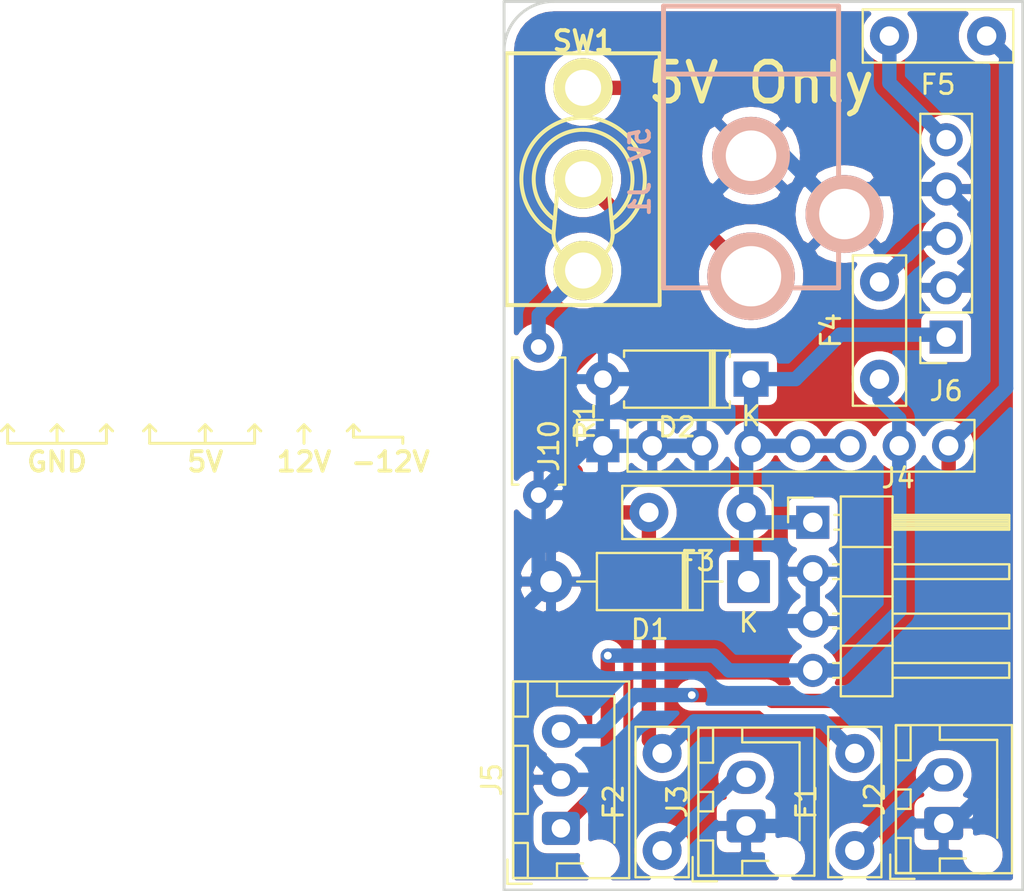
<source format=kicad_pcb>
(kicad_pcb (version 20171130) (host pcbnew 5.1.9-1.fc33)

  (general
    (thickness 1.6)
    (drawings 38)
    (tracks 114)
    (zones 0)
    (modules 16)
    (nets 12)
  )

  (page A3)
  (layers
    (0 F.Cu signal)
    (31 B.Cu signal)
    (32 B.Adhes user)
    (33 F.Adhes user)
    (34 B.Paste user)
    (35 F.Paste user)
    (36 B.SilkS user)
    (37 F.SilkS user)
    (38 B.Mask user)
    (39 F.Mask user)
    (40 Dwgs.User user)
    (41 Cmts.User user)
    (42 Eco1.User user)
    (43 Eco2.User user)
    (44 Edge.Cuts user)
    (45 Margin user)
    (46 B.CrtYd user)
    (47 F.CrtYd user)
    (48 B.Fab user)
    (49 F.Fab user)
  )

  (setup
    (last_trace_width 0.7366)
    (user_trace_width 0.2032)
    (user_trace_width 0.254)
    (user_trace_width 0.3556)
    (user_trace_width 0.4826)
    (user_trace_width 0.7366)
    (user_trace_width 1)
    (user_trace_width 2)
    (trace_clearance 0.2)
    (zone_clearance 0.4318)
    (zone_45_only no)
    (trace_min 0.2)
    (via_size 0.6)
    (via_drill 0.4)
    (via_min_size 0.4)
    (via_min_drill 0.3)
    (uvia_size 0.3)
    (uvia_drill 0.1)
    (uvias_allowed no)
    (uvia_min_size 0.2)
    (uvia_min_drill 0.1)
    (edge_width 0.15)
    (segment_width 0.2)
    (pcb_text_width 0.3)
    (pcb_text_size 1.5 1.5)
    (mod_edge_width 0.15)
    (mod_text_size 1 1)
    (mod_text_width 0.15)
    (pad_size 4.04876 4.04876)
    (pad_drill 3.05054)
    (pad_to_mask_clearance 0.2)
    (aux_axis_origin 0 0)
    (visible_elements 7FFFFFFF)
    (pcbplotparams
      (layerselection 0x010f0_ffffffff)
      (usegerberextensions false)
      (usegerberattributes false)
      (usegerberadvancedattributes false)
      (creategerberjobfile false)
      (excludeedgelayer true)
      (linewidth 0.100000)
      (plotframeref false)
      (viasonmask false)
      (mode 1)
      (useauxorigin false)
      (hpglpennumber 1)
      (hpglpenspeed 20)
      (hpglpendiameter 15.000000)
      (psnegative false)
      (psa4output false)
      (plotreference true)
      (plotvalue true)
      (plotinvisibletext false)
      (padsonsilk false)
      (subtractmaskfromsilk false)
      (outputformat 1)
      (mirror false)
      (drillshape 0)
      (scaleselection 1)
      (outputdirectory "gerber"))
  )

  (net 0 "")
  (net 1 VCC)
  (net 2 GND)
  (net 3 "Net-(F1-Pad2)")
  (net 4 "Net-(F1-Pad1)")
  (net 5 "Net-(F2-Pad1)")
  (net 6 "Net-(J1-Pad1)")
  (net 7 VDD)
  (net 8 VSS)
  (net 9 "Net-(R1-Pad1)")
  (net 10 "Net-(F4-Pad2)")
  (net 11 "Net-(F5-Pad2)")

  (net_class Default "This is the default net class."
    (clearance 0.2)
    (trace_width 0.3556)
    (via_dia 0.6)
    (via_drill 0.4)
    (uvia_dia 0.3)
    (uvia_drill 0.1)
    (add_net GND)
    (add_net "Net-(F1-Pad1)")
    (add_net "Net-(F1-Pad2)")
    (add_net "Net-(F2-Pad1)")
    (add_net "Net-(F4-Pad2)")
    (add_net "Net-(F5-Pad2)")
    (add_net "Net-(J1-Pad1)")
    (add_net "Net-(R1-Pad1)")
    (add_net VDD)
    (add_net VSS)
  )

  (net_class Power ""
    (clearance 0.2)
    (trace_width 0.9906)
    (via_dia 0.6)
    (via_drill 0.4)
    (uvia_dia 0.3)
    (uvia_drill 0.1)
    (add_net VCC)
  )

  (module Resistor_THT:R_Axial_DIN0207_L6.3mm_D2.5mm_P7.62mm_Horizontal (layer F.Cu) (tedit 5AE5139B) (tstamp 607621B3)
    (at 39.878 63.5 270)
    (descr "Resistor, Axial_DIN0207 series, Axial, Horizontal, pin pitch=7.62mm, 0.25W = 1/4W, length*diameter=6.3*2.5mm^2, http://cdn-reichelt.de/documents/datenblatt/B400/1_4W%23YAG.pdf")
    (tags "Resistor Axial_DIN0207 series Axial Horizontal pin pitch 7.62mm 0.25W = 1/4W length 6.3mm diameter 2.5mm")
    (path /6072453E)
    (fp_text reference R1 (at 3.81 -2.37 90) (layer F.SilkS)
      (effects (font (size 1 1) (thickness 0.15)))
    )
    (fp_text value 100 (at 2.413 0 90) (layer F.Fab)
      (effects (font (size 1 1) (thickness 0.15)))
    )
    (fp_text user %R (at 5.461 0 90) (layer F.Fab)
      (effects (font (size 1 1) (thickness 0.15)))
    )
    (fp_line (start 0.66 -1.25) (end 0.66 1.25) (layer F.Fab) (width 0.1))
    (fp_line (start 0.66 1.25) (end 6.96 1.25) (layer F.Fab) (width 0.1))
    (fp_line (start 6.96 1.25) (end 6.96 -1.25) (layer F.Fab) (width 0.1))
    (fp_line (start 6.96 -1.25) (end 0.66 -1.25) (layer F.Fab) (width 0.1))
    (fp_line (start 0 0) (end 0.66 0) (layer F.Fab) (width 0.1))
    (fp_line (start 7.62 0) (end 6.96 0) (layer F.Fab) (width 0.1))
    (fp_line (start 0.54 -1.04) (end 0.54 -1.37) (layer F.SilkS) (width 0.12))
    (fp_line (start 0.54 -1.37) (end 7.08 -1.37) (layer F.SilkS) (width 0.12))
    (fp_line (start 7.08 -1.37) (end 7.08 -1.04) (layer F.SilkS) (width 0.12))
    (fp_line (start 0.54 1.04) (end 0.54 1.37) (layer F.SilkS) (width 0.12))
    (fp_line (start 0.54 1.37) (end 7.08 1.37) (layer F.SilkS) (width 0.12))
    (fp_line (start 7.08 1.37) (end 7.08 1.04) (layer F.SilkS) (width 0.12))
    (fp_line (start -1.05 -1.5) (end -1.05 1.5) (layer F.CrtYd) (width 0.05))
    (fp_line (start -1.05 1.5) (end 8.67 1.5) (layer F.CrtYd) (width 0.05))
    (fp_line (start 8.67 1.5) (end 8.67 -1.5) (layer F.CrtYd) (width 0.05))
    (fp_line (start 8.67 -1.5) (end -1.05 -1.5) (layer F.CrtYd) (width 0.05))
    (pad 2 thru_hole oval (at 7.62 0 270) (size 1.6 1.6) (drill 0.8) (layers *.Cu *.Mask)
      (net 2 GND))
    (pad 1 thru_hole circle (at 0 0 270) (size 1.6 1.6) (drill 0.8) (layers *.Cu *.Mask)
      (net 9 "Net-(R1-Pad1)"))
    (model ${KISYS3DMOD}/Resistor_THT.3dshapes/R_Axial_DIN0207_L6.3mm_D2.5mm_P7.62mm_Horizontal.wrl
      (at (xyz 0 0 0))
      (scale (xyz 1 1 1))
      (rotate (xyz 0 0 0))
    )
  )

  (module Diode_THT:D_DO-41_SOD81_P10.16mm_Horizontal (layer F.Cu) (tedit 5AE50CD5) (tstamp 6078A46D)
    (at 50.673 75.565 180)
    (descr "Diode, DO-41_SOD81 series, Axial, Horizontal, pin pitch=10.16mm, , length*diameter=5.2*2.7mm^2, , http://www.diodes.com/_files/packages/DO-41%20(Plastic).pdf")
    (tags "Diode DO-41_SOD81 series Axial Horizontal pin pitch 10.16mm  length 5.2mm diameter 2.7mm")
    (path /607D7B91)
    (fp_text reference D1 (at 5.08 -2.47) (layer F.SilkS)
      (effects (font (size 1 1) (thickness 0.15)))
    )
    (fp_text value 1N4007 (at 5.207 -2.286) (layer F.Fab)
      (effects (font (size 1 1) (thickness 0.15)))
    )
    (fp_text user K (at 0 -2.1) (layer F.SilkS)
      (effects (font (size 1 1) (thickness 0.15)))
    )
    (fp_text user K (at 0 -2.1) (layer F.Fab)
      (effects (font (size 1 1) (thickness 0.15)))
    )
    (fp_text user %R (at 5.47 0) (layer F.Fab)
      (effects (font (size 1 1) (thickness 0.15)))
    )
    (fp_line (start 2.48 -1.35) (end 2.48 1.35) (layer F.Fab) (width 0.1))
    (fp_line (start 2.48 1.35) (end 7.68 1.35) (layer F.Fab) (width 0.1))
    (fp_line (start 7.68 1.35) (end 7.68 -1.35) (layer F.Fab) (width 0.1))
    (fp_line (start 7.68 -1.35) (end 2.48 -1.35) (layer F.Fab) (width 0.1))
    (fp_line (start 0 0) (end 2.48 0) (layer F.Fab) (width 0.1))
    (fp_line (start 10.16 0) (end 7.68 0) (layer F.Fab) (width 0.1))
    (fp_line (start 3.26 -1.35) (end 3.26 1.35) (layer F.Fab) (width 0.1))
    (fp_line (start 3.36 -1.35) (end 3.36 1.35) (layer F.Fab) (width 0.1))
    (fp_line (start 3.16 -1.35) (end 3.16 1.35) (layer F.Fab) (width 0.1))
    (fp_line (start 2.36 -1.47) (end 2.36 1.47) (layer F.SilkS) (width 0.12))
    (fp_line (start 2.36 1.47) (end 7.8 1.47) (layer F.SilkS) (width 0.12))
    (fp_line (start 7.8 1.47) (end 7.8 -1.47) (layer F.SilkS) (width 0.12))
    (fp_line (start 7.8 -1.47) (end 2.36 -1.47) (layer F.SilkS) (width 0.12))
    (fp_line (start 1.34 0) (end 2.36 0) (layer F.SilkS) (width 0.12))
    (fp_line (start 8.82 0) (end 7.8 0) (layer F.SilkS) (width 0.12))
    (fp_line (start 3.26 -1.47) (end 3.26 1.47) (layer F.SilkS) (width 0.12))
    (fp_line (start 3.38 -1.47) (end 3.38 1.47) (layer F.SilkS) (width 0.12))
    (fp_line (start 3.14 -1.47) (end 3.14 1.47) (layer F.SilkS) (width 0.12))
    (fp_line (start -1.35 -1.6) (end -1.35 1.6) (layer F.CrtYd) (width 0.05))
    (fp_line (start -1.35 1.6) (end 11.51 1.6) (layer F.CrtYd) (width 0.05))
    (fp_line (start 11.51 1.6) (end 11.51 -1.6) (layer F.CrtYd) (width 0.05))
    (fp_line (start 11.51 -1.6) (end -1.35 -1.6) (layer F.CrtYd) (width 0.05))
    (pad 2 thru_hole oval (at 10.16 0 180) (size 2.2 2.2) (drill 1.1) (layers *.Cu *.Mask)
      (net 2 GND))
    (pad 1 thru_hole rect (at 0 0 180) (size 2.2 2.2) (drill 1.1) (layers *.Cu *.Mask)
      (net 1 VCC))
    (model ${KISYS3DMOD}/Diode_THT.3dshapes/D_DO-41_SOD81_P10.16mm_Horizontal.wrl
      (at (xyz 0 0 0))
      (scale (xyz 1 1 1))
      (rotate (xyz 0 0 0))
    )
  )

  (module Connector_PinSocket_2.54mm:PinSocket_1x05_P2.54mm_Vertical (layer F.Cu) (tedit 5A19A420) (tstamp 607862C4)
    (at 60.833 62.992 180)
    (descr "Through hole straight socket strip, 1x05, 2.54mm pitch, single row (from Kicad 4.0.7), script generated")
    (tags "Through hole socket strip THT 1x05 2.54mm single row")
    (path /6078BDE7)
    (fp_text reference J6 (at 0 -2.77) (layer F.SilkS)
      (effects (font (size 1 1) (thickness 0.15)))
    )
    (fp_text value POWER (at -2.54 5.207 90) (layer F.Fab)
      (effects (font (size 1 1) (thickness 0.15)))
    )
    (fp_text user %R (at 0 5.08 90) (layer F.Fab)
      (effects (font (size 1 1) (thickness 0.15)))
    )
    (fp_line (start -1.27 -1.27) (end 0.635 -1.27) (layer F.Fab) (width 0.1))
    (fp_line (start 0.635 -1.27) (end 1.27 -0.635) (layer F.Fab) (width 0.1))
    (fp_line (start 1.27 -0.635) (end 1.27 11.43) (layer F.Fab) (width 0.1))
    (fp_line (start 1.27 11.43) (end -1.27 11.43) (layer F.Fab) (width 0.1))
    (fp_line (start -1.27 11.43) (end -1.27 -1.27) (layer F.Fab) (width 0.1))
    (fp_line (start -1.33 1.27) (end 1.33 1.27) (layer F.SilkS) (width 0.12))
    (fp_line (start -1.33 1.27) (end -1.33 11.49) (layer F.SilkS) (width 0.12))
    (fp_line (start -1.33 11.49) (end 1.33 11.49) (layer F.SilkS) (width 0.12))
    (fp_line (start 1.33 1.27) (end 1.33 11.49) (layer F.SilkS) (width 0.12))
    (fp_line (start 1.33 -1.33) (end 1.33 0) (layer F.SilkS) (width 0.12))
    (fp_line (start 0 -1.33) (end 1.33 -1.33) (layer F.SilkS) (width 0.12))
    (fp_line (start -1.8 -1.8) (end 1.75 -1.8) (layer F.CrtYd) (width 0.05))
    (fp_line (start 1.75 -1.8) (end 1.75 11.9) (layer F.CrtYd) (width 0.05))
    (fp_line (start 1.75 11.9) (end -1.8 11.9) (layer F.CrtYd) (width 0.05))
    (fp_line (start -1.8 11.9) (end -1.8 -1.8) (layer F.CrtYd) (width 0.05))
    (pad 5 thru_hole oval (at 0 10.16 180) (size 1.7 1.7) (drill 1) (layers *.Cu *.Mask)
      (net 11 "Net-(F5-Pad2)"))
    (pad 4 thru_hole oval (at 0 7.62 180) (size 1.7 1.7) (drill 1) (layers *.Cu *.Mask)
      (net 2 GND))
    (pad 3 thru_hole oval (at 0 5.08 180) (size 1.7 1.7) (drill 1) (layers *.Cu *.Mask)
      (net 10 "Net-(F4-Pad2)"))
    (pad 2 thru_hole oval (at 0 2.54 180) (size 1.7 1.7) (drill 1) (layers *.Cu *.Mask)
      (net 2 GND))
    (pad 1 thru_hole rect (at 0 0 180) (size 1.7 1.7) (drill 1) (layers *.Cu *.Mask)
      (net 1 VCC))
    (model ${KISYS3DMOD}/Connector_PinSocket_2.54mm.3dshapes/PinSocket_1x05_P2.54mm_Vertical.wrl
      (at (xyz 0 0 0))
      (scale (xyz 1 1 1))
      (rotate (xyz 0 0 0))
    )
  )

  (module Capacitor_THT:C_Disc_D7.5mm_W2.5mm_P5.00mm (layer F.Cu) (tedit 5AE50EF0) (tstamp 60786105)
    (at 62.912 47.498 180)
    (descr "C, Disc series, Radial, pin pitch=5.00mm, , diameter*width=7.5*2.5mm^2, Capacitor, http://www.vishay.com/docs/28535/vy2series.pdf")
    (tags "C Disc series Radial pin pitch 5.00mm  diameter 7.5mm width 2.5mm Capacitor")
    (path /607A96B4)
    (fp_text reference F5 (at 2.5 -2.5) (layer F.SilkS)
      (effects (font (size 1 1) (thickness 0.15)))
    )
    (fp_text value 100mA (at 2.46 -2.286) (layer F.Fab)
      (effects (font (size 1 1) (thickness 0.15)))
    )
    (fp_text user %R (at 2.5 0) (layer F.Fab)
      (effects (font (size 1 1) (thickness 0.15)))
    )
    (fp_line (start -1.25 -1.25) (end -1.25 1.25) (layer F.Fab) (width 0.1))
    (fp_line (start -1.25 1.25) (end 6.25 1.25) (layer F.Fab) (width 0.1))
    (fp_line (start 6.25 1.25) (end 6.25 -1.25) (layer F.Fab) (width 0.1))
    (fp_line (start 6.25 -1.25) (end -1.25 -1.25) (layer F.Fab) (width 0.1))
    (fp_line (start -1.37 -1.37) (end 6.37 -1.37) (layer F.SilkS) (width 0.12))
    (fp_line (start -1.37 1.37) (end 6.37 1.37) (layer F.SilkS) (width 0.12))
    (fp_line (start -1.37 -1.37) (end -1.37 1.37) (layer F.SilkS) (width 0.12))
    (fp_line (start 6.37 -1.37) (end 6.37 1.37) (layer F.SilkS) (width 0.12))
    (fp_line (start -1.5 -1.5) (end -1.5 1.5) (layer F.CrtYd) (width 0.05))
    (fp_line (start -1.5 1.5) (end 6.5 1.5) (layer F.CrtYd) (width 0.05))
    (fp_line (start 6.5 1.5) (end 6.5 -1.5) (layer F.CrtYd) (width 0.05))
    (fp_line (start 6.5 -1.5) (end -1.5 -1.5) (layer F.CrtYd) (width 0.05))
    (pad 2 thru_hole circle (at 5 0 180) (size 2 2) (drill 1) (layers *.Cu *.Mask)
      (net 11 "Net-(F5-Pad2)"))
    (pad 1 thru_hole circle (at 0 0 180) (size 2 2) (drill 1) (layers *.Cu *.Mask)
      (net 8 VSS))
    (model ${KISYS3DMOD}/Capacitor_THT.3dshapes/C_Disc_D7.5mm_W2.5mm_P5.00mm.wrl
      (at (xyz 0 0 0))
      (scale (xyz 1 1 1))
      (rotate (xyz 0 0 0))
    )
  )

  (module Capacitor_THT:C_Disc_D7.5mm_W2.5mm_P5.00mm (layer F.Cu) (tedit 5AE50EF0) (tstamp 607860F2)
    (at 57.404 65.151 90)
    (descr "C, Disc series, Radial, pin pitch=5.00mm, , diameter*width=7.5*2.5mm^2, Capacitor, http://www.vishay.com/docs/28535/vy2series.pdf")
    (tags "C Disc series Radial pin pitch 5.00mm  diameter 7.5mm width 2.5mm Capacitor")
    (path /607AA08A)
    (fp_text reference F4 (at 2.5 -2.5 90) (layer F.SilkS)
      (effects (font (size 1 1) (thickness 0.15)))
    )
    (fp_text value 100mA (at 2.5 2.5 90) (layer F.Fab)
      (effects (font (size 1 1) (thickness 0.15)))
    )
    (fp_text user %R (at 2.5 0 90) (layer F.Fab)
      (effects (font (size 1 1) (thickness 0.15)))
    )
    (fp_line (start -1.25 -1.25) (end -1.25 1.25) (layer F.Fab) (width 0.1))
    (fp_line (start -1.25 1.25) (end 6.25 1.25) (layer F.Fab) (width 0.1))
    (fp_line (start 6.25 1.25) (end 6.25 -1.25) (layer F.Fab) (width 0.1))
    (fp_line (start 6.25 -1.25) (end -1.25 -1.25) (layer F.Fab) (width 0.1))
    (fp_line (start -1.37 -1.37) (end 6.37 -1.37) (layer F.SilkS) (width 0.12))
    (fp_line (start -1.37 1.37) (end 6.37 1.37) (layer F.SilkS) (width 0.12))
    (fp_line (start -1.37 -1.37) (end -1.37 1.37) (layer F.SilkS) (width 0.12))
    (fp_line (start 6.37 -1.37) (end 6.37 1.37) (layer F.SilkS) (width 0.12))
    (fp_line (start -1.5 -1.5) (end -1.5 1.5) (layer F.CrtYd) (width 0.05))
    (fp_line (start -1.5 1.5) (end 6.5 1.5) (layer F.CrtYd) (width 0.05))
    (fp_line (start 6.5 1.5) (end 6.5 -1.5) (layer F.CrtYd) (width 0.05))
    (fp_line (start 6.5 -1.5) (end -1.5 -1.5) (layer F.CrtYd) (width 0.05))
    (pad 2 thru_hole circle (at 5 0 90) (size 2 2) (drill 1) (layers *.Cu *.Mask)
      (net 10 "Net-(F4-Pad2)"))
    (pad 1 thru_hole circle (at 0 0 90) (size 2 2) (drill 1) (layers *.Cu *.Mask)
      (net 7 VDD))
    (model ${KISYS3DMOD}/Capacitor_THT.3dshapes/C_Disc_D7.5mm_W2.5mm_P5.00mm.wrl
      (at (xyz 0 0 0))
      (scale (xyz 1 1 1))
      (rotate (xyz 0 0 0))
    )
  )

  (module Diode_THT:D_A-405_P7.62mm_Horizontal (layer F.Cu) (tedit 5AE50CD5) (tstamp 6076204B)
    (at 50.8 65.151 180)
    (descr "Diode, A-405 series, Axial, Horizontal, pin pitch=7.62mm, , length*diameter=5.2*2.7mm^2, , http://www.diodes.com/_files/packages/A-405.pdf")
    (tags "Diode A-405 series Axial Horizontal pin pitch 7.62mm  length 5.2mm diameter 2.7mm")
    (path /60733817)
    (fp_text reference D2 (at 3.81 -2.47) (layer F.SilkS)
      (effects (font (size 1 1) (thickness 0.15)))
    )
    (fp_text value 5.6V (at 3.81 2.47) (layer F.Fab)
      (effects (font (size 1 1) (thickness 0.15)))
    )
    (fp_line (start 8.77 -1.6) (end -1.15 -1.6) (layer F.CrtYd) (width 0.05))
    (fp_line (start 8.77 1.6) (end 8.77 -1.6) (layer F.CrtYd) (width 0.05))
    (fp_line (start -1.15 1.6) (end 8.77 1.6) (layer F.CrtYd) (width 0.05))
    (fp_line (start -1.15 -1.6) (end -1.15 1.6) (layer F.CrtYd) (width 0.05))
    (fp_line (start 1.87 -1.47) (end 1.87 1.47) (layer F.SilkS) (width 0.12))
    (fp_line (start 2.11 -1.47) (end 2.11 1.47) (layer F.SilkS) (width 0.12))
    (fp_line (start 1.99 -1.47) (end 1.99 1.47) (layer F.SilkS) (width 0.12))
    (fp_line (start 6.53 1.47) (end 6.53 1.14) (layer F.SilkS) (width 0.12))
    (fp_line (start 1.09 1.47) (end 6.53 1.47) (layer F.SilkS) (width 0.12))
    (fp_line (start 1.09 1.14) (end 1.09 1.47) (layer F.SilkS) (width 0.12))
    (fp_line (start 6.53 -1.47) (end 6.53 -1.14) (layer F.SilkS) (width 0.12))
    (fp_line (start 1.09 -1.47) (end 6.53 -1.47) (layer F.SilkS) (width 0.12))
    (fp_line (start 1.09 -1.14) (end 1.09 -1.47) (layer F.SilkS) (width 0.12))
    (fp_line (start 1.89 -1.35) (end 1.89 1.35) (layer F.Fab) (width 0.1))
    (fp_line (start 2.09 -1.35) (end 2.09 1.35) (layer F.Fab) (width 0.1))
    (fp_line (start 1.99 -1.35) (end 1.99 1.35) (layer F.Fab) (width 0.1))
    (fp_line (start 7.62 0) (end 6.41 0) (layer F.Fab) (width 0.1))
    (fp_line (start 0 0) (end 1.21 0) (layer F.Fab) (width 0.1))
    (fp_line (start 6.41 -1.35) (end 1.21 -1.35) (layer F.Fab) (width 0.1))
    (fp_line (start 6.41 1.35) (end 6.41 -1.35) (layer F.Fab) (width 0.1))
    (fp_line (start 1.21 1.35) (end 6.41 1.35) (layer F.Fab) (width 0.1))
    (fp_line (start 1.21 -1.35) (end 1.21 1.35) (layer F.Fab) (width 0.1))
    (fp_text user K (at 0 -1.9) (layer F.SilkS)
      (effects (font (size 1 1) (thickness 0.15)))
    )
    (fp_text user K (at 0 -1.9) (layer F.Fab)
      (effects (font (size 1 1) (thickness 0.15)))
    )
    (fp_text user %R (at 4.2 0) (layer F.Fab)
      (effects (font (size 1 1) (thickness 0.15)))
    )
    (pad 2 thru_hole oval (at 7.62 0 180) (size 1.8 1.8) (drill 0.9) (layers *.Cu *.Mask)
      (net 2 GND))
    (pad 1 thru_hole rect (at 0 0 180) (size 1.8 1.8) (drill 0.9) (layers *.Cu *.Mask)
      (net 1 VCC))
    (model ${KISYS3DMOD}/Diode_THT.3dshapes/D_A-405_P7.62mm_Horizontal.wrl
      (at (xyz 0 0 0))
      (scale (xyz 1 1 1))
      (rotate (xyz 0 0 0))
    )
  )

  (module MSXMakers:SWITCH_SPDT (layer F.Cu) (tedit 4888FC32) (tstamp 607621C6)
    (at 42.164 54.864)
    (descr "Miniature SPDT Toggle Switch")
    (path /6071DADE)
    (fp_text reference SW1 (at 0 -7.112) (layer F.SilkS)
      (effects (font (size 1.016 1.016) (thickness 0.2032)))
    )
    (fp_text value SW_SPDT (at 0.254 -7.366) (layer F.SilkS) hide
      (effects (font (size 1.016 1.016) (thickness 0.2032)))
    )
    (fp_line (start 3.937 6.477) (end 3.937 -6.477) (layer F.SilkS) (width 0.2032))
    (fp_line (start -3.937 6.477) (end 3.937 6.477) (layer F.SilkS) (width 0.2032))
    (fp_line (start -3.937 -6.477) (end -3.937 6.477) (layer F.SilkS) (width 0.2032))
    (fp_line (start 3.937 -6.477) (end -3.937 -6.477) (layer F.SilkS) (width 0.2032))
    (fp_line (start -1.27 0) (end -1.524 2.794) (layer F.SilkS) (width 0.2032))
    (fp_line (start 1.27 0) (end 1.524 2.794) (layer F.SilkS) (width 0.2032))
    (fp_arc (start 0 0) (end -1.27 0) (angle 180) (layer F.SilkS) (width 0.2032))
    (fp_arc (start 0 2.794) (end 1.524 2.794) (angle 180) (layer F.SilkS) (width 0.2032))
    (fp_arc (start 0 0) (end 0 -2.54) (angle -145) (layer F.SilkS) (width 0.2032))
    (fp_arc (start 0 0) (end 0 -2.54) (angle 145) (layer F.SilkS) (width 0.2032))
    (fp_arc (start 0 0) (end 0 -3.175) (angle -150) (layer F.SilkS) (width 0.2032))
    (fp_arc (start 0 0) (end 0 -3.175) (angle 150) (layer F.SilkS) (width 0.2032))
    (pad 3 thru_hole circle (at 0 -4.699) (size 3.048 3.048) (drill 1.8542) (layers *.Cu *.Mask F.SilkS)
      (net 6 "Net-(J1-Pad1)"))
    (pad 2 thru_hole circle (at 0 0) (size 3.048 3.048) (drill 1.8542) (layers *.Cu *.Mask F.SilkS)
      (net 3 "Net-(F1-Pad2)"))
    (pad 1 thru_hole circle (at 0 4.699) (size 3.048 3.048) (drill 1.8542) (layers *.Cu *.Mask F.SilkS)
      (net 9 "Net-(R1-Pad1)"))
    (model switches/switch_spdt.wrl
      (at (xyz 0 0 0))
      (scale (xyz 1 1 1))
      (rotate (xyz 0 0 0))
    )
  )

  (module Connector_JST:JST_XH_B3B-XH-AM_1x03_P2.50mm_Vertical (layer F.Cu) (tedit 5C28146E) (tstamp 6078A8E8)
    (at 41.021 88.265 90)
    (descr "JST XH series connector, B3B-XH-AM, with boss (http://www.jst-mfg.com/product/pdf/eng/eXH.pdf), generated with kicad-footprint-generator")
    (tags "connector JST XH vertical boss")
    (path /607605B1)
    (fp_text reference J5 (at 2.5 -3.55 90) (layer F.SilkS)
      (effects (font (size 1 1) (thickness 0.15)))
    )
    (fp_text value FMPAC (at 8.255 -0.381 180) (layer F.Fab)
      (effects (font (size 1 1) (thickness 0.15)))
    )
    (fp_line (start -2.85 -2.75) (end -2.85 -1.5) (layer F.SilkS) (width 0.12))
    (fp_line (start -1.6 -2.75) (end -2.85 -2.75) (layer F.SilkS) (width 0.12))
    (fp_line (start 6.8 2.75) (end 2.5 2.75) (layer F.SilkS) (width 0.12))
    (fp_line (start 6.8 -0.2) (end 6.8 2.75) (layer F.SilkS) (width 0.12))
    (fp_line (start 7.55 -0.2) (end 6.8 -0.2) (layer F.SilkS) (width 0.12))
    (fp_line (start 2.5 2.75) (end -0.74 2.75) (layer F.SilkS) (width 0.12))
    (fp_line (start -1.8 -0.2) (end -1.8 1.14) (layer F.SilkS) (width 0.12))
    (fp_line (start -2.55 -0.2) (end -1.8 -0.2) (layer F.SilkS) (width 0.12))
    (fp_line (start 7.55 -2.45) (end 5.75 -2.45) (layer F.SilkS) (width 0.12))
    (fp_line (start 7.55 -1.7) (end 7.55 -2.45) (layer F.SilkS) (width 0.12))
    (fp_line (start 5.75 -1.7) (end 7.55 -1.7) (layer F.SilkS) (width 0.12))
    (fp_line (start 5.75 -2.45) (end 5.75 -1.7) (layer F.SilkS) (width 0.12))
    (fp_line (start -0.75 -2.45) (end -2.55 -2.45) (layer F.SilkS) (width 0.12))
    (fp_line (start -0.75 -1.7) (end -0.75 -2.45) (layer F.SilkS) (width 0.12))
    (fp_line (start -2.55 -1.7) (end -0.75 -1.7) (layer F.SilkS) (width 0.12))
    (fp_line (start -2.55 -2.45) (end -2.55 -1.7) (layer F.SilkS) (width 0.12))
    (fp_line (start 4.25 -2.45) (end 0.75 -2.45) (layer F.SilkS) (width 0.12))
    (fp_line (start 4.25 -1.7) (end 4.25 -2.45) (layer F.SilkS) (width 0.12))
    (fp_line (start 0.75 -1.7) (end 4.25 -1.7) (layer F.SilkS) (width 0.12))
    (fp_line (start 0.75 -2.45) (end 0.75 -1.7) (layer F.SilkS) (width 0.12))
    (fp_line (start 0 -1.35) (end 0.625 -2.35) (layer F.Fab) (width 0.1))
    (fp_line (start -0.625 -2.35) (end 0 -1.35) (layer F.Fab) (width 0.1))
    (fp_line (start 7.95 -2.85) (end -2.95 -2.85) (layer F.CrtYd) (width 0.05))
    (fp_line (start 7.95 3.9) (end 7.95 -2.85) (layer F.CrtYd) (width 0.05))
    (fp_line (start -2.95 3.9) (end 7.95 3.9) (layer F.CrtYd) (width 0.05))
    (fp_line (start -2.95 -2.85) (end -2.95 3.9) (layer F.CrtYd) (width 0.05))
    (fp_line (start 7.56 -2.46) (end -2.56 -2.46) (layer F.SilkS) (width 0.12))
    (fp_line (start 7.56 3.51) (end 7.56 -2.46) (layer F.SilkS) (width 0.12))
    (fp_line (start -2.56 3.51) (end 7.56 3.51) (layer F.SilkS) (width 0.12))
    (fp_line (start -2.56 -2.46) (end -2.56 3.51) (layer F.SilkS) (width 0.12))
    (fp_line (start 7.45 -2.35) (end -2.45 -2.35) (layer F.Fab) (width 0.1))
    (fp_line (start 7.45 3.4) (end 7.45 -2.35) (layer F.Fab) (width 0.1))
    (fp_line (start -2.45 3.4) (end 7.45 3.4) (layer F.Fab) (width 0.1))
    (fp_line (start -2.45 -2.35) (end -2.45 3.4) (layer F.Fab) (width 0.1))
    (fp_text user %R (at 9.525 -0.381 180) (layer F.Fab)
      (effects (font (size 1 1) (thickness 0.15)))
    )
    (pad "" np_thru_hole circle (at -1.6 2 90) (size 1.2 1.2) (drill 1.2) (layers *.Cu *.Mask))
    (pad 3 thru_hole oval (at 5 0 90) (size 1.7 1.95) (drill 0.95) (layers *.Cu *.Mask)
      (net 8 VSS))
    (pad 2 thru_hole oval (at 2.5 0 90) (size 1.7 1.95) (drill 0.95) (layers *.Cu *.Mask)
      (net 2 GND))
    (pad 1 thru_hole roundrect (at 0 0 90) (size 1.7 1.95) (drill 0.95) (layers *.Cu *.Mask) (roundrect_rratio 0.147059)
      (net 7 VDD))
    (model ${KISYS3DMOD}/Connector_JST.3dshapes/JST_XH_B3B-XH-AM_1x03_P2.50mm_Vertical.wrl
      (at (xyz 0 0 0))
      (scale (xyz 1 1 1))
      (rotate (xyz 0 0 0))
    )
  )

  (module Connector_PinHeader_2.54mm:PinHeader_1x04_P2.54mm_Horizontal (layer F.Cu) (tedit 59FED5CB) (tstamp 6076213B)
    (at 53.975 72.517)
    (descr "Through hole angled pin header, 1x04, 2.54mm pitch, 6mm pin length, single row")
    (tags "Through hole angled pin header THT 1x04 2.54mm single row")
    (path /6073F09C)
    (fp_text reference J4 (at 4.385 -2.27) (layer F.SilkS)
      (effects (font (size 1 1) (thickness 0.15)))
    )
    (fp_text value floppy (at 4.385 9.89) (layer F.Fab)
      (effects (font (size 1 1) (thickness 0.15)))
    )
    (fp_line (start 10.55 -1.8) (end -1.8 -1.8) (layer F.CrtYd) (width 0.05))
    (fp_line (start 10.55 9.4) (end 10.55 -1.8) (layer F.CrtYd) (width 0.05))
    (fp_line (start -1.8 9.4) (end 10.55 9.4) (layer F.CrtYd) (width 0.05))
    (fp_line (start -1.8 -1.8) (end -1.8 9.4) (layer F.CrtYd) (width 0.05))
    (fp_line (start -1.27 -1.27) (end 0 -1.27) (layer F.SilkS) (width 0.12))
    (fp_line (start -1.27 0) (end -1.27 -1.27) (layer F.SilkS) (width 0.12))
    (fp_line (start 1.042929 8) (end 1.44 8) (layer F.SilkS) (width 0.12))
    (fp_line (start 1.042929 7.24) (end 1.44 7.24) (layer F.SilkS) (width 0.12))
    (fp_line (start 10.1 8) (end 4.1 8) (layer F.SilkS) (width 0.12))
    (fp_line (start 10.1 7.24) (end 10.1 8) (layer F.SilkS) (width 0.12))
    (fp_line (start 4.1 7.24) (end 10.1 7.24) (layer F.SilkS) (width 0.12))
    (fp_line (start 1.44 6.35) (end 4.1 6.35) (layer F.SilkS) (width 0.12))
    (fp_line (start 1.042929 5.46) (end 1.44 5.46) (layer F.SilkS) (width 0.12))
    (fp_line (start 1.042929 4.7) (end 1.44 4.7) (layer F.SilkS) (width 0.12))
    (fp_line (start 10.1 5.46) (end 4.1 5.46) (layer F.SilkS) (width 0.12))
    (fp_line (start 10.1 4.7) (end 10.1 5.46) (layer F.SilkS) (width 0.12))
    (fp_line (start 4.1 4.7) (end 10.1 4.7) (layer F.SilkS) (width 0.12))
    (fp_line (start 1.44 3.81) (end 4.1 3.81) (layer F.SilkS) (width 0.12))
    (fp_line (start 1.042929 2.92) (end 1.44 2.92) (layer F.SilkS) (width 0.12))
    (fp_line (start 1.042929 2.16) (end 1.44 2.16) (layer F.SilkS) (width 0.12))
    (fp_line (start 10.1 2.92) (end 4.1 2.92) (layer F.SilkS) (width 0.12))
    (fp_line (start 10.1 2.16) (end 10.1 2.92) (layer F.SilkS) (width 0.12))
    (fp_line (start 4.1 2.16) (end 10.1 2.16) (layer F.SilkS) (width 0.12))
    (fp_line (start 1.44 1.27) (end 4.1 1.27) (layer F.SilkS) (width 0.12))
    (fp_line (start 1.11 0.38) (end 1.44 0.38) (layer F.SilkS) (width 0.12))
    (fp_line (start 1.11 -0.38) (end 1.44 -0.38) (layer F.SilkS) (width 0.12))
    (fp_line (start 4.1 0.28) (end 10.1 0.28) (layer F.SilkS) (width 0.12))
    (fp_line (start 4.1 0.16) (end 10.1 0.16) (layer F.SilkS) (width 0.12))
    (fp_line (start 4.1 0.04) (end 10.1 0.04) (layer F.SilkS) (width 0.12))
    (fp_line (start 4.1 -0.08) (end 10.1 -0.08) (layer F.SilkS) (width 0.12))
    (fp_line (start 4.1 -0.2) (end 10.1 -0.2) (layer F.SilkS) (width 0.12))
    (fp_line (start 4.1 -0.32) (end 10.1 -0.32) (layer F.SilkS) (width 0.12))
    (fp_line (start 10.1 0.38) (end 4.1 0.38) (layer F.SilkS) (width 0.12))
    (fp_line (start 10.1 -0.38) (end 10.1 0.38) (layer F.SilkS) (width 0.12))
    (fp_line (start 4.1 -0.38) (end 10.1 -0.38) (layer F.SilkS) (width 0.12))
    (fp_line (start 4.1 -1.33) (end 1.44 -1.33) (layer F.SilkS) (width 0.12))
    (fp_line (start 4.1 8.95) (end 4.1 -1.33) (layer F.SilkS) (width 0.12))
    (fp_line (start 1.44 8.95) (end 4.1 8.95) (layer F.SilkS) (width 0.12))
    (fp_line (start 1.44 -1.33) (end 1.44 8.95) (layer F.SilkS) (width 0.12))
    (fp_line (start 4.04 7.94) (end 10.04 7.94) (layer F.Fab) (width 0.1))
    (fp_line (start 10.04 7.3) (end 10.04 7.94) (layer F.Fab) (width 0.1))
    (fp_line (start 4.04 7.3) (end 10.04 7.3) (layer F.Fab) (width 0.1))
    (fp_line (start -0.32 7.94) (end 1.5 7.94) (layer F.Fab) (width 0.1))
    (fp_line (start -0.32 7.3) (end -0.32 7.94) (layer F.Fab) (width 0.1))
    (fp_line (start -0.32 7.3) (end 1.5 7.3) (layer F.Fab) (width 0.1))
    (fp_line (start 4.04 5.4) (end 10.04 5.4) (layer F.Fab) (width 0.1))
    (fp_line (start 10.04 4.76) (end 10.04 5.4) (layer F.Fab) (width 0.1))
    (fp_line (start 4.04 4.76) (end 10.04 4.76) (layer F.Fab) (width 0.1))
    (fp_line (start -0.32 5.4) (end 1.5 5.4) (layer F.Fab) (width 0.1))
    (fp_line (start -0.32 4.76) (end -0.32 5.4) (layer F.Fab) (width 0.1))
    (fp_line (start -0.32 4.76) (end 1.5 4.76) (layer F.Fab) (width 0.1))
    (fp_line (start 4.04 2.86) (end 10.04 2.86) (layer F.Fab) (width 0.1))
    (fp_line (start 10.04 2.22) (end 10.04 2.86) (layer F.Fab) (width 0.1))
    (fp_line (start 4.04 2.22) (end 10.04 2.22) (layer F.Fab) (width 0.1))
    (fp_line (start -0.32 2.86) (end 1.5 2.86) (layer F.Fab) (width 0.1))
    (fp_line (start -0.32 2.22) (end -0.32 2.86) (layer F.Fab) (width 0.1))
    (fp_line (start -0.32 2.22) (end 1.5 2.22) (layer F.Fab) (width 0.1))
    (fp_line (start 4.04 0.32) (end 10.04 0.32) (layer F.Fab) (width 0.1))
    (fp_line (start 10.04 -0.32) (end 10.04 0.32) (layer F.Fab) (width 0.1))
    (fp_line (start 4.04 -0.32) (end 10.04 -0.32) (layer F.Fab) (width 0.1))
    (fp_line (start -0.32 0.32) (end 1.5 0.32) (layer F.Fab) (width 0.1))
    (fp_line (start -0.32 -0.32) (end -0.32 0.32) (layer F.Fab) (width 0.1))
    (fp_line (start -0.32 -0.32) (end 1.5 -0.32) (layer F.Fab) (width 0.1))
    (fp_line (start 1.5 -0.635) (end 2.135 -1.27) (layer F.Fab) (width 0.1))
    (fp_line (start 1.5 8.89) (end 1.5 -0.635) (layer F.Fab) (width 0.1))
    (fp_line (start 4.04 8.89) (end 1.5 8.89) (layer F.Fab) (width 0.1))
    (fp_line (start 4.04 -1.27) (end 4.04 8.89) (layer F.Fab) (width 0.1))
    (fp_line (start 2.135 -1.27) (end 4.04 -1.27) (layer F.Fab) (width 0.1))
    (fp_text user %R (at 2.77 3.81 90) (layer F.Fab)
      (effects (font (size 1 1) (thickness 0.15)))
    )
    (pad 4 thru_hole oval (at 0 7.62) (size 1.7 1.7) (drill 1) (layers *.Cu *.Mask)
      (net 7 VDD))
    (pad 3 thru_hole oval (at 0 5.08) (size 1.7 1.7) (drill 1) (layers *.Cu *.Mask)
      (net 2 GND))
    (pad 2 thru_hole oval (at 0 2.54) (size 1.7 1.7) (drill 1) (layers *.Cu *.Mask)
      (net 2 GND))
    (pad 1 thru_hole rect (at 0 0) (size 1.7 1.7) (drill 1) (layers *.Cu *.Mask)
      (net 1 VCC))
    (model ${KISYS3DMOD}/Connector_PinHeader_2.54mm.3dshapes/PinHeader_1x04_P2.54mm_Horizontal.wrl
      (at (xyz 0 0 0))
      (scale (xyz 1 1 1))
      (rotate (xyz 0 0 0))
    )
  )

  (module Connector_JST:JST_XH_B2B-XH-AM_1x02_P2.50mm_Vertical (layer F.Cu) (tedit 5C28146E) (tstamp 6078666C)
    (at 50.546 88.138 90)
    (descr "JST XH series connector, B2B-XH-AM, with boss (http://www.jst-mfg.com/product/pdf/eng/eXH.pdf), generated with kicad-footprint-generator")
    (tags "connector JST XH vertical boss")
    (path /6073DEFD)
    (fp_text reference J3 (at 1.25 -3.55 90) (layer F.SilkS)
      (effects (font (size 1 1) (thickness 0.15)))
    )
    (fp_text value "5v video" (at 3.937 2.032 90) (layer F.Fab)
      (effects (font (size 1 1) (thickness 0.15)))
    )
    (fp_line (start -2.85 -2.75) (end -2.85 -1.5) (layer F.SilkS) (width 0.12))
    (fp_line (start -1.6 -2.75) (end -2.85 -2.75) (layer F.SilkS) (width 0.12))
    (fp_line (start 4.3 2.75) (end 1.25 2.75) (layer F.SilkS) (width 0.12))
    (fp_line (start 4.3 -0.2) (end 4.3 2.75) (layer F.SilkS) (width 0.12))
    (fp_line (start 5.05 -0.2) (end 4.3 -0.2) (layer F.SilkS) (width 0.12))
    (fp_line (start 1.25 2.75) (end -0.74 2.75) (layer F.SilkS) (width 0.12))
    (fp_line (start -1.8 -0.2) (end -1.8 1.14) (layer F.SilkS) (width 0.12))
    (fp_line (start -2.55 -0.2) (end -1.8 -0.2) (layer F.SilkS) (width 0.12))
    (fp_line (start 5.05 -2.45) (end 3.25 -2.45) (layer F.SilkS) (width 0.12))
    (fp_line (start 5.05 -1.7) (end 5.05 -2.45) (layer F.SilkS) (width 0.12))
    (fp_line (start 3.25 -1.7) (end 5.05 -1.7) (layer F.SilkS) (width 0.12))
    (fp_line (start 3.25 -2.45) (end 3.25 -1.7) (layer F.SilkS) (width 0.12))
    (fp_line (start -0.75 -2.45) (end -2.55 -2.45) (layer F.SilkS) (width 0.12))
    (fp_line (start -0.75 -1.7) (end -0.75 -2.45) (layer F.SilkS) (width 0.12))
    (fp_line (start -2.55 -1.7) (end -0.75 -1.7) (layer F.SilkS) (width 0.12))
    (fp_line (start -2.55 -2.45) (end -2.55 -1.7) (layer F.SilkS) (width 0.12))
    (fp_line (start 1.75 -2.45) (end 0.75 -2.45) (layer F.SilkS) (width 0.12))
    (fp_line (start 1.75 -1.7) (end 1.75 -2.45) (layer F.SilkS) (width 0.12))
    (fp_line (start 0.75 -1.7) (end 1.75 -1.7) (layer F.SilkS) (width 0.12))
    (fp_line (start 0.75 -2.45) (end 0.75 -1.7) (layer F.SilkS) (width 0.12))
    (fp_line (start 0 -1.35) (end 0.625 -2.35) (layer F.Fab) (width 0.1))
    (fp_line (start -0.625 -2.35) (end 0 -1.35) (layer F.Fab) (width 0.1))
    (fp_line (start 5.45 -2.85) (end -2.95 -2.85) (layer F.CrtYd) (width 0.05))
    (fp_line (start 5.45 3.9) (end 5.45 -2.85) (layer F.CrtYd) (width 0.05))
    (fp_line (start -2.95 3.9) (end 5.45 3.9) (layer F.CrtYd) (width 0.05))
    (fp_line (start -2.95 -2.85) (end -2.95 3.9) (layer F.CrtYd) (width 0.05))
    (fp_line (start 5.06 -2.46) (end -2.56 -2.46) (layer F.SilkS) (width 0.12))
    (fp_line (start 5.06 3.51) (end 5.06 -2.46) (layer F.SilkS) (width 0.12))
    (fp_line (start -2.56 3.51) (end 5.06 3.51) (layer F.SilkS) (width 0.12))
    (fp_line (start -2.56 -2.46) (end -2.56 3.51) (layer F.SilkS) (width 0.12))
    (fp_line (start 4.95 -2.35) (end -2.45 -2.35) (layer F.Fab) (width 0.1))
    (fp_line (start 4.95 3.4) (end 4.95 -2.35) (layer F.Fab) (width 0.1))
    (fp_line (start -2.45 3.4) (end 4.95 3.4) (layer F.Fab) (width 0.1))
    (fp_line (start -2.45 -2.35) (end -2.45 3.4) (layer F.Fab) (width 0.1))
    (fp_text user %R (at 6.35 0.254 90) (layer F.Fab)
      (effects (font (size 1 1) (thickness 0.15)))
    )
    (pad "" np_thru_hole circle (at -1.6 2 90) (size 1.2 1.2) (drill 1.2) (layers *.Cu *.Mask))
    (pad 2 thru_hole oval (at 2.5 0 90) (size 1.7 2) (drill 1) (layers *.Cu *.Mask)
      (net 5 "Net-(F2-Pad1)"))
    (pad 1 thru_hole roundrect (at 0 0 90) (size 1.7 2) (drill 1) (layers *.Cu *.Mask) (roundrect_rratio 0.147059)
      (net 2 GND))
    (model ${KISYS3DMOD}/Connector_JST.3dshapes/JST_XH_B2B-XH-AM_1x02_P2.50mm_Vertical.wrl
      (at (xyz 0 0 0))
      (scale (xyz 1 1 1))
      (rotate (xyz 0 0 0))
    )
  )

  (module Connector_JST:JST_XH_B2B-XH-AM_1x02_P2.50mm_Vertical (layer F.Cu) (tedit 5C28146E) (tstamp 6078647E)
    (at 60.706 88.011 90)
    (descr "JST XH series connector, B2B-XH-AM, with boss (http://www.jst-mfg.com/product/pdf/eng/eXH.pdf), generated with kicad-footprint-generator")
    (tags "connector JST XH vertical boss")
    (path /6073BDFA)
    (fp_text reference J2 (at 1.25 -3.55 90) (layer F.SilkS)
      (effects (font (size 1 1) (thickness 0.15)))
    )
    (fp_text value "5v audio" (at 3.556 2.159 90) (layer F.Fab)
      (effects (font (size 1 1) (thickness 0.15)))
    )
    (fp_line (start -2.85 -2.75) (end -2.85 -1.5) (layer F.SilkS) (width 0.12))
    (fp_line (start -1.6 -2.75) (end -2.85 -2.75) (layer F.SilkS) (width 0.12))
    (fp_line (start 4.3 2.75) (end 1.25 2.75) (layer F.SilkS) (width 0.12))
    (fp_line (start 4.3 -0.2) (end 4.3 2.75) (layer F.SilkS) (width 0.12))
    (fp_line (start 5.05 -0.2) (end 4.3 -0.2) (layer F.SilkS) (width 0.12))
    (fp_line (start 1.25 2.75) (end -0.74 2.75) (layer F.SilkS) (width 0.12))
    (fp_line (start -1.8 -0.2) (end -1.8 1.14) (layer F.SilkS) (width 0.12))
    (fp_line (start -2.55 -0.2) (end -1.8 -0.2) (layer F.SilkS) (width 0.12))
    (fp_line (start 5.05 -2.45) (end 3.25 -2.45) (layer F.SilkS) (width 0.12))
    (fp_line (start 5.05 -1.7) (end 5.05 -2.45) (layer F.SilkS) (width 0.12))
    (fp_line (start 3.25 -1.7) (end 5.05 -1.7) (layer F.SilkS) (width 0.12))
    (fp_line (start 3.25 -2.45) (end 3.25 -1.7) (layer F.SilkS) (width 0.12))
    (fp_line (start -0.75 -2.45) (end -2.55 -2.45) (layer F.SilkS) (width 0.12))
    (fp_line (start -0.75 -1.7) (end -0.75 -2.45) (layer F.SilkS) (width 0.12))
    (fp_line (start -2.55 -1.7) (end -0.75 -1.7) (layer F.SilkS) (width 0.12))
    (fp_line (start -2.55 -2.45) (end -2.55 -1.7) (layer F.SilkS) (width 0.12))
    (fp_line (start 1.75 -2.45) (end 0.75 -2.45) (layer F.SilkS) (width 0.12))
    (fp_line (start 1.75 -1.7) (end 1.75 -2.45) (layer F.SilkS) (width 0.12))
    (fp_line (start 0.75 -1.7) (end 1.75 -1.7) (layer F.SilkS) (width 0.12))
    (fp_line (start 0.75 -2.45) (end 0.75 -1.7) (layer F.SilkS) (width 0.12))
    (fp_line (start 0 -1.35) (end 0.625 -2.35) (layer F.Fab) (width 0.1))
    (fp_line (start -0.625 -2.35) (end 0 -1.35) (layer F.Fab) (width 0.1))
    (fp_line (start 5.45 -2.85) (end -2.95 -2.85) (layer F.CrtYd) (width 0.05))
    (fp_line (start 5.45 3.9) (end 5.45 -2.85) (layer F.CrtYd) (width 0.05))
    (fp_line (start -2.95 3.9) (end 5.45 3.9) (layer F.CrtYd) (width 0.05))
    (fp_line (start -2.95 -2.85) (end -2.95 3.9) (layer F.CrtYd) (width 0.05))
    (fp_line (start 5.06 -2.46) (end -2.56 -2.46) (layer F.SilkS) (width 0.12))
    (fp_line (start 5.06 3.51) (end 5.06 -2.46) (layer F.SilkS) (width 0.12))
    (fp_line (start -2.56 3.51) (end 5.06 3.51) (layer F.SilkS) (width 0.12))
    (fp_line (start -2.56 -2.46) (end -2.56 3.51) (layer F.SilkS) (width 0.12))
    (fp_line (start 4.95 -2.35) (end -2.45 -2.35) (layer F.Fab) (width 0.1))
    (fp_line (start 4.95 3.4) (end 4.95 -2.35) (layer F.Fab) (width 0.1))
    (fp_line (start -2.45 3.4) (end 4.95 3.4) (layer F.Fab) (width 0.1))
    (fp_line (start -2.45 -2.35) (end -2.45 3.4) (layer F.Fab) (width 0.1))
    (fp_text user %R (at 6.096 0 90) (layer F.Fab)
      (effects (font (size 1 1) (thickness 0.15)))
    )
    (pad "" np_thru_hole circle (at -1.6 2 90) (size 1.2 1.2) (drill 1.2) (layers *.Cu *.Mask))
    (pad 2 thru_hole oval (at 2.5 0 90) (size 1.7 2) (drill 1) (layers *.Cu *.Mask)
      (net 4 "Net-(F1-Pad1)"))
    (pad 1 thru_hole roundrect (at 0 0 90) (size 1.7 2) (drill 1) (layers *.Cu *.Mask) (roundrect_rratio 0.147059)
      (net 2 GND))
    (model ${KISYS3DMOD}/Connector_JST.3dshapes/JST_XH_B2B-XH-AM_1x02_P2.50mm_Vertical.wrl
      (at (xyz 0 0 0))
      (scale (xyz 1 1 1))
      (rotate (xyz 0 0 0))
    )
  )

  (module Capacitor_THT:C_Disc_D7.5mm_W2.5mm_P5.00mm (layer F.Cu) (tedit 5AE50EF0) (tstamp 60762084)
    (at 50.546 72.009 180)
    (descr "C, Disc series, Radial, pin pitch=5.00mm, , diameter*width=7.5*2.5mm^2, Capacitor, http://www.vishay.com/docs/28535/vy2series.pdf")
    (tags "C Disc series Radial pin pitch 5.00mm  diameter 7.5mm width 2.5mm Capacitor")
    (path /60717AE1)
    (fp_text reference F3 (at 2.5 -2.5) (layer F.SilkS)
      (effects (font (size 1 1) (thickness 0.15)))
    )
    (fp_text value 1,5A (at 2.5 2.5) (layer F.Fab)
      (effects (font (size 1 1) (thickness 0.15)))
    )
    (fp_line (start 6.5 -1.5) (end -1.5 -1.5) (layer F.CrtYd) (width 0.05))
    (fp_line (start 6.5 1.5) (end 6.5 -1.5) (layer F.CrtYd) (width 0.05))
    (fp_line (start -1.5 1.5) (end 6.5 1.5) (layer F.CrtYd) (width 0.05))
    (fp_line (start -1.5 -1.5) (end -1.5 1.5) (layer F.CrtYd) (width 0.05))
    (fp_line (start 6.37 -1.37) (end 6.37 1.37) (layer F.SilkS) (width 0.12))
    (fp_line (start -1.37 -1.37) (end -1.37 1.37) (layer F.SilkS) (width 0.12))
    (fp_line (start -1.37 1.37) (end 6.37 1.37) (layer F.SilkS) (width 0.12))
    (fp_line (start -1.37 -1.37) (end 6.37 -1.37) (layer F.SilkS) (width 0.12))
    (fp_line (start 6.25 -1.25) (end -1.25 -1.25) (layer F.Fab) (width 0.1))
    (fp_line (start 6.25 1.25) (end 6.25 -1.25) (layer F.Fab) (width 0.1))
    (fp_line (start -1.25 1.25) (end 6.25 1.25) (layer F.Fab) (width 0.1))
    (fp_line (start -1.25 -1.25) (end -1.25 1.25) (layer F.Fab) (width 0.1))
    (fp_text user %R (at 2.5 0) (layer F.Fab)
      (effects (font (size 1 1) (thickness 0.15)))
    )
    (pad 2 thru_hole circle (at 5 0 180) (size 2 2) (drill 1) (layers *.Cu *.Mask)
      (net 3 "Net-(F1-Pad2)"))
    (pad 1 thru_hole circle (at 0 0 180) (size 2 2) (drill 1) (layers *.Cu *.Mask)
      (net 1 VCC))
    (model ${KISYS3DMOD}/Capacitor_THT.3dshapes/C_Disc_D7.5mm_W2.5mm_P5.00mm.wrl
      (at (xyz 0 0 0))
      (scale (xyz 1 1 1))
      (rotate (xyz 0 0 0))
    )
  )

  (module Capacitor_THT:C_Disc_D7.5mm_W2.5mm_P5.00mm (layer F.Cu) (tedit 5AE50EF0) (tstamp 60762071)
    (at 46.228 89.408 90)
    (descr "C, Disc series, Radial, pin pitch=5.00mm, , diameter*width=7.5*2.5mm^2, Capacitor, http://www.vishay.com/docs/28535/vy2series.pdf")
    (tags "C Disc series Radial pin pitch 5.00mm  diameter 7.5mm width 2.5mm Capacitor")
    (path /60749277)
    (fp_text reference F2 (at 2.5 -2.5 90) (layer F.SilkS)
      (effects (font (size 1 1) (thickness 0.15)))
    )
    (fp_text value 1,5A (at 2.5 2.5 90) (layer F.Fab)
      (effects (font (size 1 1) (thickness 0.15)))
    )
    (fp_line (start 6.5 -1.5) (end -1.5 -1.5) (layer F.CrtYd) (width 0.05))
    (fp_line (start 6.5 1.5) (end 6.5 -1.5) (layer F.CrtYd) (width 0.05))
    (fp_line (start -1.5 1.5) (end 6.5 1.5) (layer F.CrtYd) (width 0.05))
    (fp_line (start -1.5 -1.5) (end -1.5 1.5) (layer F.CrtYd) (width 0.05))
    (fp_line (start 6.37 -1.37) (end 6.37 1.37) (layer F.SilkS) (width 0.12))
    (fp_line (start -1.37 -1.37) (end -1.37 1.37) (layer F.SilkS) (width 0.12))
    (fp_line (start -1.37 1.37) (end 6.37 1.37) (layer F.SilkS) (width 0.12))
    (fp_line (start -1.37 -1.37) (end 6.37 -1.37) (layer F.SilkS) (width 0.12))
    (fp_line (start 6.25 -1.25) (end -1.25 -1.25) (layer F.Fab) (width 0.1))
    (fp_line (start 6.25 1.25) (end 6.25 -1.25) (layer F.Fab) (width 0.1))
    (fp_line (start -1.25 1.25) (end 6.25 1.25) (layer F.Fab) (width 0.1))
    (fp_line (start -1.25 -1.25) (end -1.25 1.25) (layer F.Fab) (width 0.1))
    (fp_text user %R (at 2.5 0 90) (layer F.Fab)
      (effects (font (size 1 1) (thickness 0.15)))
    )
    (pad 2 thru_hole circle (at 5 0 90) (size 2 2) (drill 1) (layers *.Cu *.Mask)
      (net 3 "Net-(F1-Pad2)"))
    (pad 1 thru_hole circle (at 0 0 90) (size 2 2) (drill 1) (layers *.Cu *.Mask)
      (net 5 "Net-(F2-Pad1)"))
    (model ${KISYS3DMOD}/Capacitor_THT.3dshapes/C_Disc_D7.5mm_W2.5mm_P5.00mm.wrl
      (at (xyz 0 0 0))
      (scale (xyz 1 1 1))
      (rotate (xyz 0 0 0))
    )
  )

  (module Capacitor_THT:C_Disc_D7.5mm_W2.5mm_P5.00mm (layer F.Cu) (tedit 5AE50EF0) (tstamp 6078A14B)
    (at 56.134 89.408 90)
    (descr "C, Disc series, Radial, pin pitch=5.00mm, , diameter*width=7.5*2.5mm^2, Capacitor, http://www.vishay.com/docs/28535/vy2series.pdf")
    (tags "C Disc series Radial pin pitch 5.00mm  diameter 7.5mm width 2.5mm Capacitor")
    (path /60743B9F)
    (fp_text reference F1 (at 2.5 -2.5 90) (layer F.SilkS)
      (effects (font (size 1 1) (thickness 0.15)))
    )
    (fp_text value 1,5A (at 2.5 2.5 90) (layer F.Fab)
      (effects (font (size 1 1) (thickness 0.15)))
    )
    (fp_line (start 6.5 -1.5) (end -1.5 -1.5) (layer F.CrtYd) (width 0.05))
    (fp_line (start 6.5 1.5) (end 6.5 -1.5) (layer F.CrtYd) (width 0.05))
    (fp_line (start -1.5 1.5) (end 6.5 1.5) (layer F.CrtYd) (width 0.05))
    (fp_line (start -1.5 -1.5) (end -1.5 1.5) (layer F.CrtYd) (width 0.05))
    (fp_line (start 6.37 -1.37) (end 6.37 1.37) (layer F.SilkS) (width 0.12))
    (fp_line (start -1.37 -1.37) (end -1.37 1.37) (layer F.SilkS) (width 0.12))
    (fp_line (start -1.37 1.37) (end 6.37 1.37) (layer F.SilkS) (width 0.12))
    (fp_line (start -1.37 -1.37) (end 6.37 -1.37) (layer F.SilkS) (width 0.12))
    (fp_line (start 6.25 -1.25) (end -1.25 -1.25) (layer F.Fab) (width 0.1))
    (fp_line (start 6.25 1.25) (end 6.25 -1.25) (layer F.Fab) (width 0.1))
    (fp_line (start -1.25 1.25) (end 6.25 1.25) (layer F.Fab) (width 0.1))
    (fp_line (start -1.25 -1.25) (end -1.25 1.25) (layer F.Fab) (width 0.1))
    (fp_text user %R (at 2.5 0 90) (layer F.Fab)
      (effects (font (size 1 1) (thickness 0.15)))
    )
    (pad 2 thru_hole circle (at 5 0 90) (size 2 2) (drill 1) (layers *.Cu *.Mask)
      (net 3 "Net-(F1-Pad2)"))
    (pad 1 thru_hole circle (at 0 0 90) (size 2 2) (drill 1) (layers *.Cu *.Mask)
      (net 4 "Net-(F1-Pad1)"))
    (model ${KISYS3DMOD}/Capacitor_THT.3dshapes/C_Disc_D7.5mm_W2.5mm_P5.00mm.wrl
      (at (xyz 0 0 0))
      (scale (xyz 1 1 1))
      (rotate (xyz 0 0 0))
    )
  )

  (module My_Components:Conn_Power_Jack_Circular_Pads (layer B.Cu) (tedit 54E972BC) (tstamp 60710158)
    (at 50.8 53.6575 270)
    (descr "Connector, Power Jack")
    (tags "CONN POWER JACK")
    (path /5C16310C)
    (fp_text reference J1 (at 2.2225 5.715 90) (layer B.SilkS)
      (effects (font (size 1.016 1.016) (thickness 0.2032)) (justify mirror))
    )
    (fp_text value 5V (at -0.635 5.715 90) (layer B.SilkS)
      (effects (font (size 1.016 0.9144) (thickness 0.2032) italic) (justify mirror))
    )
    (fp_line (start -7.69874 -4.50088) (end -7.69874 4.50088) (layer B.SilkS) (width 0.254))
    (fp_line (start 6.79958 -4.50088) (end -7.69874 -4.50088) (layer B.SilkS) (width 0.254))
    (fp_line (start 6.79958 4.50088) (end 6.79958 -4.50088) (layer B.SilkS) (width 0.254))
    (fp_line (start -7.69874 4.50088) (end 6.79958 4.50088) (layer B.SilkS) (width 0.254))
    (fp_line (start -4.20116 4.50088) (end -4.20116 -4.50088) (layer B.SilkS) (width 0.254))
    (pad 2 thru_hole circle (at 0 0 270) (size 4 4) (drill 2.6) (layers *.Cu *.Mask B.SilkS)
      (net 2 GND))
    (pad 1 thru_hole circle (at 6.20014 0 270) (size 4.5 4.5) (drill 3.1) (layers *.Cu *.Mask B.SilkS)
      (net 6 "Net-(J1-Pad1)"))
    (pad 3 thru_hole circle (at 2.99974 -4.8006 270) (size 4 4) (drill 2.6) (layers *.Cu *.Mask B.SilkS)
      (net 2 GND))
    (model connectors/POWER_21.wrl
      (at (xyz 0 0 0))
      (scale (xyz 0.8 0.8 0.8))
      (rotate (xyz 0 0 0))
    )
  )

  (module Connector_PinSocket_2.54mm:PinSocket_1x08_P2.54mm_Vertical (layer F.Cu) (tedit 5A19A420) (tstamp 60710CB0)
    (at 43.18 68.58 90)
    (descr "Through hole straight socket strip, 1x08, 2.54mm pitch, single row (from Kicad 4.0.7), script generated")
    (tags "Through hole socket strip THT 1x08 2.54mm single row")
    (path /5BF53DBD)
    (fp_text reference J10 (at 0 -2.77 90) (layer F.SilkS)
      (effects (font (size 1 1) (thickness 0.15)))
    )
    (fp_text value POWER (at 0 20.55 90) (layer F.Fab)
      (effects (font (size 1 1) (thickness 0.15)))
    )
    (fp_line (start -1.8 19.55) (end -1.8 -1.8) (layer F.CrtYd) (width 0.05))
    (fp_line (start 1.75 19.55) (end -1.8 19.55) (layer F.CrtYd) (width 0.05))
    (fp_line (start 1.75 -1.8) (end 1.75 19.55) (layer F.CrtYd) (width 0.05))
    (fp_line (start -1.8 -1.8) (end 1.75 -1.8) (layer F.CrtYd) (width 0.05))
    (fp_line (start 0 -1.33) (end 1.33 -1.33) (layer F.SilkS) (width 0.12))
    (fp_line (start 1.33 -1.33) (end 1.33 0) (layer F.SilkS) (width 0.12))
    (fp_line (start 1.33 1.27) (end 1.33 19.11) (layer F.SilkS) (width 0.12))
    (fp_line (start -1.33 19.11) (end 1.33 19.11) (layer F.SilkS) (width 0.12))
    (fp_line (start -1.33 1.27) (end -1.33 19.11) (layer F.SilkS) (width 0.12))
    (fp_line (start -1.33 1.27) (end 1.33 1.27) (layer F.SilkS) (width 0.12))
    (fp_line (start -1.27 19.05) (end -1.27 -1.27) (layer F.Fab) (width 0.1))
    (fp_line (start 1.27 19.05) (end -1.27 19.05) (layer F.Fab) (width 0.1))
    (fp_line (start 1.27 -0.635) (end 1.27 19.05) (layer F.Fab) (width 0.1))
    (fp_line (start 0.635 -1.27) (end 1.27 -0.635) (layer F.Fab) (width 0.1))
    (fp_line (start -1.27 -1.27) (end 0.635 -1.27) (layer F.Fab) (width 0.1))
    (fp_text user %R (at 0 8.89) (layer F.Fab)
      (effects (font (size 1 1) (thickness 0.15)))
    )
    (pad 1 thru_hole rect (at 0 0 90) (size 1.7 1.7) (drill 1) (layers *.Cu *.Mask)
      (net 2 GND))
    (pad 2 thru_hole oval (at 0 2.54 90) (size 1.7 1.7) (drill 1) (layers *.Cu *.Mask)
      (net 2 GND))
    (pad 3 thru_hole oval (at 0 5.08 90) (size 1.7 1.7) (drill 1) (layers *.Cu *.Mask)
      (net 2 GND))
    (pad 4 thru_hole oval (at 0 7.62 90) (size 1.7 1.7) (drill 1) (layers *.Cu *.Mask)
      (net 1 VCC))
    (pad 5 thru_hole oval (at 0 10.16 90) (size 1.7 1.7) (drill 1) (layers *.Cu *.Mask)
      (net 1 VCC))
    (pad 6 thru_hole oval (at 0 12.7 90) (size 1.7 1.7) (drill 1) (layers *.Cu *.Mask)
      (net 1 VCC))
    (pad 7 thru_hole oval (at 0 15.24 90) (size 1.7 1.7) (drill 1) (layers *.Cu *.Mask)
      (net 7 VDD))
    (pad 8 thru_hole oval (at 0 17.78 90) (size 1.7 1.7) (drill 1) (layers *.Cu *.Mask)
      (net 8 VSS))
    (model ${KISYS3DMOD}/Connector_PinSocket_2.54mm.3dshapes/PinSocket_1x08_P2.54mm_Vertical.wrl
      (at (xyz 0 0 0))
      (scale (xyz 1 1 1))
      (rotate (xyz 0 0 0))
    )
  )

  (gr_line (start 38.1 45.72) (end 64.77 45.72) (layer Edge.Cuts) (width 0.15) (tstamp 6070918C))
  (gr_line (start 38.1 91.44) (end 38.1 45.72) (layer Edge.Cuts) (width 0.15))
  (gr_line (start 64.77 91.44) (end 38.1 91.44) (layer Edge.Cuts) (width 0.15))
  (gr_line (start 64.77 45.72) (end 64.77 91.44) (layer Edge.Cuts) (width 0.15))
  (gr_text "5V Only" (at 51.308 49.911) (layer F.SilkS) (tstamp 5DA7E8E4)
    (effects (font (size 2 2) (thickness 0.3)))
  )
  (gr_line (start 30.6705 67.818) (end 30.353 67.5005) (layer F.SilkS) (width 0.15) (tstamp 5D709DCC))
  (gr_line (start 30.0355 67.818) (end 30.353 67.5005) (layer F.SilkS) (width 0.15) (tstamp 5D709DCB))
  (gr_line (start 32.893 68.1355) (end 32.893 68.453) (layer F.SilkS) (width 0.15))
  (gr_line (start 30.353 68.1355) (end 32.893 68.1355) (layer F.SilkS) (width 0.15))
  (gr_line (start 30.353 67.5005) (end 30.353 68.1355) (layer F.SilkS) (width 0.15))
  (gr_line (start 28.1305 67.818) (end 27.813 67.5005) (layer F.SilkS) (width 0.15) (tstamp 5D709DC9))
  (gr_line (start 27.813 67.5005) (end 27.4955 67.818) (layer F.SilkS) (width 0.15))
  (gr_line (start 27.813 68.453) (end 27.813 67.5005) (layer F.SilkS) (width 0.15))
  (gr_line (start 25.5905 67.818) (end 25.273 67.5005) (layer F.SilkS) (width 0.15) (tstamp 5D709DC8))
  (gr_line (start 24.9555 67.818) (end 25.273 67.5005) (layer F.SilkS) (width 0.15) (tstamp 5D709DC7))
  (gr_line (start 23.0505 67.818) (end 22.733 67.5005) (layer F.SilkS) (width 0.15) (tstamp 5D709DC6))
  (gr_line (start 22.4155 67.818) (end 22.733 67.5005) (layer F.SilkS) (width 0.15) (tstamp 5D709DC5))
  (gr_line (start 20.193 67.818) (end 19.8755 67.5005) (layer F.SilkS) (width 0.15) (tstamp 5D709DC4))
  (gr_line (start 19.558 67.818) (end 19.8755 67.5005) (layer F.SilkS) (width 0.15) (tstamp 5D709DC3))
  (gr_line (start 22.733 68.453) (end 22.733 67.5005) (layer F.SilkS) (width 0.15))
  (gr_line (start 25.273 68.453) (end 25.273 67.5005) (layer F.SilkS) (width 0.15))
  (gr_line (start 19.8755 68.453) (end 25.273 68.453) (layer F.SilkS) (width 0.15))
  (gr_line (start 19.8755 67.5005) (end 19.8755 68.453) (layer F.SilkS) (width 0.15))
  (gr_line (start 17.653 67.5005) (end 17.9705 67.818) (layer F.SilkS) (width 0.15))
  (gr_line (start 17.3355 67.818) (end 17.653 67.5005) (layer F.SilkS) (width 0.15) (tstamp 5D709DC2))
  (gr_line (start 15.113 67.5005) (end 15.4305 67.818) (layer F.SilkS) (width 0.15))
  (gr_line (start 14.7955 67.818) (end 15.113 67.5005) (layer F.SilkS) (width 0.15) (tstamp 5D709DC1))
  (gr_line (start 15.113 68.453) (end 15.113 67.5005) (layer F.SilkS) (width 0.15))
  (gr_line (start 12.573 67.5005) (end 12.8905 67.818) (layer F.SilkS) (width 0.15))
  (gr_line (start 12.2555 67.818) (end 12.573 67.5005) (layer F.SilkS) (width 0.15) (tstamp 5D709DC0))
  (gr_line (start 17.653 68.453) (end 17.653 67.5005) (layer F.SilkS) (width 0.15))
  (gr_line (start 12.573 68.453) (end 17.653 68.453) (layer F.SilkS) (width 0.15) (tstamp 607091DB))
  (gr_line (start 12.573 67.5005) (end 12.573 68.453) (layer F.SilkS) (width 0.15))
  (gr_text -12V (at 32.258 69.4055) (layer F.SilkS) (tstamp 5D709DB9)
    (effects (font (size 1 1) (thickness 0.2)))
  )
  (gr_text 12V (at 27.813 69.4055) (layer F.SilkS) (tstamp 5D709DB7)
    (effects (font (size 1 1) (thickness 0.2)))
  )
  (gr_text 5V (at 22.733 69.4055) (layer F.SilkS) (tstamp 5D709DB3)
    (effects (font (size 1 1) (thickness 0.2)))
  )
  (gr_text GND (at 15.113 69.4055) (layer F.SilkS) (tstamp 607091D6)
    (effects (font (size 1 1) (thickness 0.2)))
  )
  (gr_arc (start 40.64 48.26) (end 38.1 48.26) (angle 90) (layer Edge.Cuts) (width 0.15))

  (segment (start 51.054 72.517) (end 50.546 72.009) (width 0.7366) (layer B.Cu) (net 1))
  (segment (start 53.975 72.517) (end 51.054 72.517) (width 0.7366) (layer B.Cu) (net 1))
  (segment (start 50.546 68.834) (end 50.8 68.58) (width 0.7366) (layer B.Cu) (net 1))
  (segment (start 50.546 72.009) (end 50.546 68.834) (width 0.7366) (layer B.Cu) (net 1))
  (segment (start 50.8 68.58) (end 53.34 68.58) (width 0.7366) (layer B.Cu) (net 1))
  (segment (start 53.34 68.58) (end 55.88 68.58) (width 0.7366) (layer B.Cu) (net 1))
  (segment (start 50.8 65.151) (end 50.8 68.58) (width 0.7366) (layer B.Cu) (net 1))
  (segment (start 50.8 65.151) (end 53.086 65.151) (width 0.7366) (layer B.Cu) (net 1))
  (segment (start 53.086 65.151) (end 55.372 62.865) (width 0.7366) (layer B.Cu) (net 1))
  (segment (start 60.706 62.865) (end 60.833 62.992) (width 0.7366) (layer B.Cu) (net 1))
  (segment (start 55.372 62.865) (end 60.706 62.865) (width 0.7366) (layer B.Cu) (net 1))
  (segment (start 50.546 75.438) (end 50.673 75.565) (width 0.7366) (layer B.Cu) (net 1))
  (segment (start 50.546 72.009) (end 50.546 75.438) (width 0.7366) (layer B.Cu) (net 1))
  (segment (start 48.26 68.58) (end 45.72 68.58) (width 0.7366) (layer B.Cu) (net 2))
  (segment (start 45.72 68.58) (end 43.18 68.58) (width 0.7366) (layer B.Cu) (net 2))
  (segment (start 43.18 68.58) (end 43.18 65.151) (width 0.7366) (layer B.Cu) (net 2))
  (segment (start 42.418 68.58) (end 39.878 71.12) (width 0.7366) (layer B.Cu) (net 2))
  (segment (start 43.18 68.58) (end 42.418 68.58) (width 0.7366) (layer B.Cu) (net 2))
  (segment (start 39.878 74.93) (end 40.513 75.565) (width 0.7366) (layer B.Cu) (net 2))
  (segment (start 39.878 71.12) (end 39.878 74.93) (width 0.7366) (layer B.Cu) (net 2))
  (segment (start 53.975 75.057) (end 53.975 77.597) (width 0.7366) (layer B.Cu) (net 2))
  (segment (start 53.975 77.597) (end 48.641 77.597) (width 0.7366) (layer B.Cu) (net 2))
  (segment (start 48.26 77.216) (end 48.26 68.58) (width 0.7366) (layer B.Cu) (net 2))
  (segment (start 48.641 77.597) (end 48.26 77.216) (width 0.7366) (layer B.Cu) (net 2))
  (segment (start 40.513 75.565) (end 39.243 76.835) (width 0.7366) (layer B.Cu) (net 2))
  (segment (start 39.243 83.987) (end 41.021 85.765) (width 0.7366) (layer B.Cu) (net 2))
  (segment (start 39.243 76.835) (end 39.243 83.987) (width 0.7366) (layer B.Cu) (net 2))
  (segment (start 60.706 88.011) (end 61.214 88.011) (width 0.7366) (layer B.Cu) (net 2))
  (segment (start 61.214 88.011) (end 62.992 86.233) (width 0.7366) (layer B.Cu) (net 2))
  (segment (start 62.992 86.233) (end 62.992 84.455) (width 0.7366) (layer B.Cu) (net 2))
  (segment (start 62.992 84.455) (end 61.722 83.185) (width 0.7366) (layer B.Cu) (net 2))
  (segment (start 61.722 83.185) (end 59.69 83.185) (width 0.7366) (layer B.Cu) (net 2))
  (segment (start 59.69 83.185) (end 55.499 87.376) (width 0.7366) (layer B.Cu) (net 2))
  (segment (start 55.499 87.376) (end 54.229 87.376) (width 0.7366) (layer B.Cu) (net 2))
  (segment (start 53.467 88.138) (end 50.546 88.138) (width 0.7366) (layer B.Cu) (net 2))
  (segment (start 54.229 87.376) (end 53.467 88.138) (width 0.7366) (layer B.Cu) (net 2))
  (segment (start 41.021 85.765) (end 44.109 85.765) (width 0.7366) (layer B.Cu) (net 2))
  (segment (start 44.109 85.765) (end 45.085 86.741) (width 0.7366) (layer B.Cu) (net 2))
  (segment (start 45.085 86.741) (end 47.117 86.741) (width 0.7366) (layer B.Cu) (net 2))
  (segment (start 47.117 86.741) (end 48.641 85.217) (width 0.7366) (layer B.Cu) (net 2))
  (segment (start 48.641 85.217) (end 48.641 84.709) (width 0.7366) (layer B.Cu) (net 2))
  (segment (start 48.641 84.709) (end 49.403 83.947) (width 0.7366) (layer B.Cu) (net 2))
  (segment (start 49.403 83.947) (end 51.816 83.947) (width 0.7366) (layer B.Cu) (net 2))
  (segment (start 54.229 86.36) (end 54.229 87.376) (width 0.7366) (layer B.Cu) (net 2))
  (segment (start 51.816 83.947) (end 54.229 86.36) (width 0.7366) (layer B.Cu) (net 2))
  (segment (start 55.6006 56.65724) (end 55.51424 56.65724) (width 0.7366) (layer B.Cu) (net 2))
  (segment (start 52.5145 53.6575) (end 50.8 53.6575) (width 0.7366) (layer B.Cu) (net 2))
  (segment (start 55.51424 56.65724) (end 52.5145 53.6575) (width 0.7366) (layer B.Cu) (net 2))
  (segment (start 43.18 65.151) (end 44.958 65.151) (width 0.7366) (layer B.Cu) (net 2))
  (segment (start 44.958 65.151) (end 47.117 62.992) (width 0.7366) (layer B.Cu) (net 2))
  (segment (start 47.117 57.3405) (end 50.8 53.6575) (width 0.7366) (layer B.Cu) (net 2))
  (segment (start 47.117 62.992) (end 47.117 57.3405) (width 0.7366) (layer B.Cu) (net 2))
  (segment (start 55.6006 56.65724) (end 55.6006 56.5404) (width 0.7366) (layer B.Cu) (net 2))
  (segment (start 56.769 55.372) (end 60.833 55.372) (width 0.7366) (layer B.Cu) (net 2))
  (segment (start 55.6006 56.5404) (end 56.769 55.372) (width 0.7366) (layer B.Cu) (net 2))
  (segment (start 62.738 59.055) (end 61.341 60.452) (width 0.7366) (layer B.Cu) (net 2))
  (segment (start 62.738 57.277) (end 62.738 59.055) (width 0.7366) (layer B.Cu) (net 2))
  (segment (start 61.341 60.452) (end 60.833 60.452) (width 0.7366) (layer B.Cu) (net 2))
  (segment (start 60.833 55.372) (end 62.738 57.277) (width 0.7366) (layer B.Cu) (net 2))
  (segment (start 56.134 84.408) (end 54.482391 82.756391) (width 0.7366) (layer B.Cu) (net 3))
  (segment (start 54.482391 82.756391) (end 47.879609 82.756391) (width 0.7366) (layer B.Cu) (net 3))
  (segment (start 47.879609 82.756391) (end 46.228 84.408) (width 0.7366) (layer B.Cu) (net 3))
  (segment (start 41.783 71.374) (end 42.418 72.009) (width 0.7366) (layer F.Cu) (net 3))
  (segment (start 40.386 68.508942) (end 41.783 69.905942) (width 0.7366) (layer F.Cu) (net 3))
  (segment (start 42.418 72.009) (end 45.546 72.009) (width 0.7366) (layer F.Cu) (net 3))
  (segment (start 43.165914 62.992) (end 40.386 65.771914) (width 0.7366) (layer F.Cu) (net 3))
  (segment (start 43.815 62.992) (end 43.165914 62.992) (width 0.7366) (layer F.Cu) (net 3))
  (segment (start 44.831 61.976) (end 43.815 62.992) (width 0.7366) (layer F.Cu) (net 3))
  (segment (start 41.783 69.905942) (end 41.783 71.374) (width 0.7366) (layer F.Cu) (net 3))
  (segment (start 40.386 65.771914) (end 40.386 68.508942) (width 0.7366) (layer F.Cu) (net 3))
  (segment (start 44.831 57.531) (end 44.831 61.976) (width 0.7366) (layer F.Cu) (net 3))
  (segment (start 42.164 54.864) (end 44.831 57.531) (width 0.7366) (layer F.Cu) (net 3))
  (segment (start 45.546 83.726) (end 46.228 84.408) (width 0.7366) (layer F.Cu) (net 3))
  (segment (start 45.546 72.009) (end 45.546 83.726) (width 0.7366) (layer F.Cu) (net 3))
  (segment (start 60.031 85.511) (end 56.134 89.408) (width 0.7366) (layer B.Cu) (net 4))
  (segment (start 60.706 85.511) (end 60.031 85.511) (width 0.7366) (layer B.Cu) (net 4))
  (segment (start 49.998 85.638) (end 50.546 85.638) (width 0.7366) (layer B.Cu) (net 5))
  (segment (start 46.228 89.408) (end 49.998 85.638) (width 0.7366) (layer B.Cu) (net 5))
  (segment (start 42.164 50.165) (end 44.577 50.165) (width 0.7366) (layer F.Cu) (net 6))
  (segment (start 44.577 50.165) (end 46.99 52.578) (width 0.7366) (layer F.Cu) (net 6))
  (segment (start 46.99 56.04764) (end 50.8 59.85764) (width 0.7366) (layer F.Cu) (net 6))
  (segment (start 46.99 52.578) (end 46.99 56.04764) (width 0.7366) (layer F.Cu) (net 6))
  (segment (start 57.404 65.151) (end 57.404 66.167) (width 0.7366) (layer B.Cu) (net 7))
  (segment (start 58.42 67.183) (end 58.42 68.58) (width 0.7366) (layer B.Cu) (net 7))
  (segment (start 57.404 66.167) (end 58.42 67.183) (width 0.7366) (layer B.Cu) (net 7))
  (segment (start 53.975 80.137) (end 55.372 80.137) (width 0.7366) (layer B.Cu) (net 7))
  (segment (start 58.42 77.089) (end 58.42 68.58) (width 0.7366) (layer B.Cu) (net 7))
  (segment (start 55.372 80.137) (end 58.42 77.089) (width 0.7366) (layer B.Cu) (net 7))
  (segment (start 43.434 85.852) (end 41.021 88.265) (width 0.7366) (layer F.Cu) (net 7))
  (segment (start 43.434 79.375) (end 43.434 85.852) (width 0.7366) (layer F.Cu) (net 7))
  (via (at 43.434 79.375) (size 0.6) (drill 0.4) (layers F.Cu B.Cu) (net 7))
  (segment (start 48.895 79.375) (end 49.657 80.137) (width 0.7366) (layer B.Cu) (net 7))
  (segment (start 43.434 79.375) (end 48.895 79.375) (width 0.7366) (layer B.Cu) (net 7))
  (segment (start 49.657 80.137) (end 53.975 80.137) (width 0.7366) (layer B.Cu) (net 7))
  (via (at 47.752 81.407) (size 0.6) (drill 0.4) (layers F.Cu B.Cu) (net 8))
  (segment (start 60.96 76.962) (end 60.96 68.58) (width 0.7366) (layer F.Cu) (net 8))
  (segment (start 56.215001 81.706999) (end 60.96 76.962) (width 0.7366) (layer F.Cu) (net 8))
  (segment (start 62.912 47.498) (end 63.911999 48.497999) (width 0.7366) (layer B.Cu) (net 8))
  (segment (start 63.911999 48.497999) (end 63.911999 65.628001) (width 0.7366) (layer B.Cu) (net 8))
  (segment (start 63.911999 65.628001) (end 60.96 68.58) (width 0.7366) (layer B.Cu) (net 8))
  (segment (start 42.973 83.265) (end 41.021 83.265) (width 0.7366) (layer B.Cu) (net 8))
  (segment (start 44.831 81.407) (end 42.973 83.265) (width 0.7366) (layer B.Cu) (net 8))
  (segment (start 47.752 81.407) (end 44.831 81.407) (width 0.7366) (layer B.Cu) (net 8))
  (segment (start 51.597002 81.407) (end 51.897001 81.706999) (width 0.7366) (layer F.Cu) (net 8))
  (segment (start 47.752 81.407) (end 51.597002 81.407) (width 0.7366) (layer F.Cu) (net 8))
  (segment (start 51.897001 81.706999) (end 56.215001 81.706999) (width 0.7366) (layer F.Cu) (net 8))
  (segment (start 39.878 61.849) (end 42.164 59.563) (width 0.7366) (layer B.Cu) (net 9))
  (segment (start 39.878 63.5) (end 39.878 61.849) (width 0.7366) (layer B.Cu) (net 9))
  (segment (start 57.404 60.151) (end 58.801 58.754) (width 0.7366) (layer B.Cu) (net 10))
  (segment (start 58.801 58.754) (end 58.848 58.754) (width 0.7366) (layer B.Cu) (net 10))
  (segment (start 59.69 57.912) (end 60.833 57.912) (width 0.7366) (layer B.Cu) (net 10))
  (segment (start 58.848 58.754) (end 59.69 57.912) (width 0.7366) (layer B.Cu) (net 10))
  (segment (start 57.912 49.911) (end 57.912 47.498) (width 0.7366) (layer B.Cu) (net 11))
  (segment (start 60.833 52.832) (end 57.912 49.911) (width 0.7366) (layer B.Cu) (net 11))

  (zone (net 2) (net_name GND) (layer B.Cu) (tstamp 0) (hatch edge 0.508)
    (connect_pads (clearance 0.4318))
    (min_thickness 0.254)
    (fill yes (arc_segments 32) (thermal_gap 0.508) (thermal_bridge_width 0.508))
    (polygon
      (pts
        (xy 64.77 91.44) (xy 38.1 91.44) (xy 38.1 45.72) (xy 64.77 45.72)
      )
    )
    (filled_polygon
      (pts
        (xy 56.701201 46.504323) (xy 56.53061 46.759631) (xy 56.413104 47.043315) (xy 56.3532 47.344472) (xy 56.3532 47.651528)
        (xy 56.413104 47.952685) (xy 56.53061 48.236369) (xy 56.701201 48.491677) (xy 56.918323 48.708799) (xy 56.9849 48.753285)
        (xy 56.9849 49.86547) (xy 56.980416 49.911) (xy 56.9849 49.95653) (xy 56.9849 49.956536) (xy 56.998315 50.092742)
        (xy 57.051328 50.267501) (xy 57.137415 50.42856) (xy 57.25327 50.56973) (xy 57.288643 50.59876) (xy 59.4242 52.734318)
        (xy 59.4242 52.970755) (xy 59.478339 53.242932) (xy 59.584537 53.499317) (xy 59.738713 53.730058) (xy 59.934942 53.926287)
        (xy 60.141046 54.064001) (xy 59.951645 54.176822) (xy 59.735412 54.371731) (xy 59.561359 54.60508) (xy 59.436175 54.867901)
        (xy 59.391524 55.01511) (xy 59.512845 55.245) (xy 60.706 55.245) (xy 60.706 55.225) (xy 60.96 55.225)
        (xy 60.96 55.245) (xy 62.153155 55.245) (xy 62.274476 55.01511) (xy 62.229825 54.867901) (xy 62.104641 54.60508)
        (xy 61.930588 54.371731) (xy 61.714355 54.176822) (xy 61.524954 54.064001) (xy 61.731058 53.926287) (xy 61.927287 53.730058)
        (xy 62.081463 53.499317) (xy 62.187661 53.242932) (xy 62.2418 52.970755) (xy 62.2418 52.693245) (xy 62.187661 52.421068)
        (xy 62.081463 52.164683) (xy 61.927287 51.933942) (xy 61.731058 51.737713) (xy 61.500317 51.583537) (xy 61.243932 51.477339)
        (xy 60.971755 51.4232) (xy 60.735318 51.4232) (xy 58.8391 49.526983) (xy 58.8391 48.753284) (xy 58.905677 48.708799)
        (xy 59.122799 48.491677) (xy 59.29339 48.236369) (xy 59.410896 47.952685) (xy 59.4708 47.651528) (xy 59.4708 47.344472)
        (xy 59.410896 47.043315) (xy 59.29339 46.759631) (xy 59.122799 46.504323) (xy 58.972276 46.3538) (xy 61.851724 46.3538)
        (xy 61.701201 46.504323) (xy 61.53061 46.759631) (xy 61.413104 47.043315) (xy 61.3532 47.344472) (xy 61.3532 47.651528)
        (xy 61.413104 47.952685) (xy 61.53061 48.236369) (xy 61.701201 48.491677) (xy 61.918323 48.708799) (xy 62.173631 48.87939)
        (xy 62.457315 48.996896) (xy 62.758472 49.0568) (xy 62.984899 49.0568) (xy 62.9849 65.243982) (xy 61.057683 67.1712)
        (xy 60.821245 67.1712) (xy 60.549068 67.225339) (xy 60.292683 67.331537) (xy 60.061942 67.485713) (xy 59.865713 67.681942)
        (xy 59.711537 67.912683) (xy 59.69 67.964678) (xy 59.668463 67.912683) (xy 59.514287 67.681942) (xy 59.3471 67.514755)
        (xy 59.3471 67.22853) (xy 59.351584 67.183) (xy 59.3471 67.13747) (xy 59.3471 67.137463) (xy 59.333685 67.001257)
        (xy 59.315584 66.941585) (xy 59.280672 66.826497) (xy 59.218296 66.7098) (xy 59.194585 66.665439) (xy 59.07873 66.52427)
        (xy 59.043363 66.495245) (xy 58.64604 66.097922) (xy 58.78539 65.889369) (xy 58.902896 65.605685) (xy 58.9628 65.304528)
        (xy 58.9628 64.997472) (xy 58.902896 64.696315) (xy 58.78539 64.412631) (xy 58.614799 64.157323) (xy 58.397677 63.940201)
        (xy 58.176028 63.7921) (xy 59.421497 63.7921) (xy 59.421497 63.842) (xy 59.432286 63.951544) (xy 59.464239 64.056878)
        (xy 59.516127 64.153954) (xy 59.585957 64.239043) (xy 59.671046 64.308873) (xy 59.768122 64.360761) (xy 59.873456 64.392714)
        (xy 59.983 64.403503) (xy 61.683 64.403503) (xy 61.792544 64.392714) (xy 61.897878 64.360761) (xy 61.994954 64.308873)
        (xy 62.080043 64.239043) (xy 62.149873 64.153954) (xy 62.201761 64.056878) (xy 62.233714 63.951544) (xy 62.244503 63.842)
        (xy 62.244503 62.142) (xy 62.233714 62.032456) (xy 62.201761 61.927122) (xy 62.149873 61.830046) (xy 62.080043 61.744957)
        (xy 61.994954 61.675127) (xy 61.897878 61.623239) (xy 61.792544 61.591286) (xy 61.777956 61.589849) (xy 61.930588 61.452269)
        (xy 62.104641 61.21892) (xy 62.229825 60.956099) (xy 62.274476 60.80889) (xy 62.153155 60.579) (xy 60.96 60.579)
        (xy 60.96 60.599) (xy 60.706 60.599) (xy 60.706 60.579) (xy 59.512845 60.579) (xy 59.391524 60.80889)
        (xy 59.436175 60.956099) (xy 59.561359 61.21892) (xy 59.735412 61.452269) (xy 59.888044 61.589849) (xy 59.873456 61.591286)
        (xy 59.768122 61.623239) (xy 59.671046 61.675127) (xy 59.585957 61.744957) (xy 59.516127 61.830046) (xy 59.464239 61.927122)
        (xy 59.46097 61.9379) (xy 55.417529 61.9379) (xy 55.371999 61.933416) (xy 55.326469 61.9379) (xy 55.326463 61.9379)
        (xy 55.208846 61.949484) (xy 55.190256 61.951315) (xy 55.137243 61.967397) (xy 55.015498 62.004328) (xy 54.854439 62.090415)
        (xy 54.854437 62.090416) (xy 54.854438 62.090416) (xy 54.74864 62.177242) (xy 54.748638 62.177244) (xy 54.71327 62.20627)
        (xy 54.684244 62.241638) (xy 52.701983 64.2239) (xy 52.258834 64.2239) (xy 52.250714 64.141456) (xy 52.218761 64.036122)
        (xy 52.166873 63.939046) (xy 52.097043 63.853957) (xy 52.011954 63.784127) (xy 51.914878 63.732239) (xy 51.809544 63.700286)
        (xy 51.7 63.689497) (xy 49.9 63.689497) (xy 49.790456 63.700286) (xy 49.685122 63.732239) (xy 49.588046 63.784127)
        (xy 49.502957 63.853957) (xy 49.433127 63.939046) (xy 49.381239 64.036122) (xy 49.349286 64.141456) (xy 49.338497 64.251)
        (xy 49.338497 66.051) (xy 49.349286 66.160544) (xy 49.381239 66.265878) (xy 49.433127 66.362954) (xy 49.502957 66.448043)
        (xy 49.588046 66.517873) (xy 49.685122 66.569761) (xy 49.790456 66.601714) (xy 49.8729 66.609834) (xy 49.872901 67.514754)
        (xy 49.705713 67.681942) (xy 49.567999 67.888046) (xy 49.455178 67.698645) (xy 49.260269 67.482412) (xy 49.02692 67.308359)
        (xy 48.764099 67.183175) (xy 48.61689 67.138524) (xy 48.387 67.259845) (xy 48.387 68.453) (xy 48.407 68.453)
        (xy 48.407 68.707) (xy 48.387 68.707) (xy 48.387 69.900155) (xy 48.61689 70.021476) (xy 48.764099 69.976825)
        (xy 49.02692 69.851641) (xy 49.260269 69.677588) (xy 49.455178 69.461355) (xy 49.567999 69.271954) (xy 49.618901 69.348134)
        (xy 49.6189 70.753715) (xy 49.552323 70.798201) (xy 49.335201 71.015323) (xy 49.16461 71.270631) (xy 49.047104 71.554315)
        (xy 48.9872 71.855472) (xy 48.9872 72.162528) (xy 49.047104 72.463685) (xy 49.16461 72.747369) (xy 49.335201 73.002677)
        (xy 49.552323 73.219799) (xy 49.6189 73.264284) (xy 49.618901 73.903497) (xy 49.573 73.903497) (xy 49.463456 73.914286)
        (xy 49.358122 73.946239) (xy 49.261046 73.998127) (xy 49.175957 74.067957) (xy 49.106127 74.153046) (xy 49.054239 74.250122)
        (xy 49.022286 74.355456) (xy 49.011497 74.465) (xy 49.011497 76.665) (xy 49.022286 76.774544) (xy 49.054239 76.879878)
        (xy 49.106127 76.976954) (xy 49.175957 77.062043) (xy 49.261046 77.131873) (xy 49.358122 77.183761) (xy 49.463456 77.215714)
        (xy 49.573 77.226503) (xy 51.773 77.226503) (xy 51.882544 77.215714) (xy 51.987878 77.183761) (xy 52.084954 77.131873)
        (xy 52.170043 77.062043) (xy 52.239873 76.976954) (xy 52.291761 76.879878) (xy 52.323714 76.774544) (xy 52.334503 76.665)
        (xy 52.334503 75.41389) (xy 52.533524 75.41389) (xy 52.578175 75.561099) (xy 52.703359 75.82392) (xy 52.877412 76.057269)
        (xy 53.093645 76.252178) (xy 53.219255 76.327) (xy 53.093645 76.401822) (xy 52.877412 76.596731) (xy 52.703359 76.83008)
        (xy 52.578175 77.092901) (xy 52.533524 77.24011) (xy 52.654845 77.47) (xy 53.848 77.47) (xy 53.848 75.184)
        (xy 54.102 75.184) (xy 54.102 77.47) (xy 55.295155 77.47) (xy 55.416476 77.24011) (xy 55.371825 77.092901)
        (xy 55.246641 76.83008) (xy 55.072588 76.596731) (xy 54.856355 76.401822) (xy 54.730745 76.327) (xy 54.856355 76.252178)
        (xy 55.072588 76.057269) (xy 55.246641 75.82392) (xy 55.371825 75.561099) (xy 55.416476 75.41389) (xy 55.295155 75.184)
        (xy 54.102 75.184) (xy 53.848 75.184) (xy 52.654845 75.184) (xy 52.533524 75.41389) (xy 52.334503 75.41389)
        (xy 52.334503 74.465) (xy 52.323714 74.355456) (xy 52.291761 74.250122) (xy 52.239873 74.153046) (xy 52.170043 74.067957)
        (xy 52.084954 73.998127) (xy 51.987878 73.946239) (xy 51.882544 73.914286) (xy 51.773 73.903497) (xy 51.4731 73.903497)
        (xy 51.4731 73.4441) (xy 52.571091 73.4441) (xy 52.574286 73.476544) (xy 52.606239 73.581878) (xy 52.658127 73.678954)
        (xy 52.727957 73.764043) (xy 52.813046 73.833873) (xy 52.910122 73.885761) (xy 53.015456 73.917714) (xy 53.030044 73.919151)
        (xy 52.877412 74.056731) (xy 52.703359 74.29008) (xy 52.578175 74.552901) (xy 52.533524 74.70011) (xy 52.654845 74.93)
        (xy 53.848 74.93) (xy 53.848 74.91) (xy 54.102 74.91) (xy 54.102 74.93) (xy 55.295155 74.93)
        (xy 55.416476 74.70011) (xy 55.371825 74.552901) (xy 55.246641 74.29008) (xy 55.072588 74.056731) (xy 54.919956 73.919151)
        (xy 54.934544 73.917714) (xy 55.039878 73.885761) (xy 55.136954 73.833873) (xy 55.222043 73.764043) (xy 55.291873 73.678954)
        (xy 55.343761 73.581878) (xy 55.375714 73.476544) (xy 55.386503 73.367) (xy 55.386503 71.667) (xy 55.375714 71.557456)
        (xy 55.343761 71.452122) (xy 55.291873 71.355046) (xy 55.222043 71.269957) (xy 55.136954 71.200127) (xy 55.039878 71.148239)
        (xy 54.934544 71.116286) (xy 54.825 71.105497) (xy 53.125 71.105497) (xy 53.015456 71.116286) (xy 52.910122 71.148239)
        (xy 52.813046 71.200127) (xy 52.727957 71.269957) (xy 52.658127 71.355046) (xy 52.606239 71.452122) (xy 52.574286 71.557456)
        (xy 52.571091 71.5899) (xy 52.051974 71.5899) (xy 52.044896 71.554315) (xy 51.92739 71.270631) (xy 51.756799 71.015323)
        (xy 51.539677 70.798201) (xy 51.4731 70.753716) (xy 51.4731 69.824599) (xy 51.698058 69.674287) (xy 51.865245 69.5071)
        (xy 52.274755 69.5071) (xy 52.441942 69.674287) (xy 52.672683 69.828463) (xy 52.929068 69.934661) (xy 53.201245 69.9888)
        (xy 53.478755 69.9888) (xy 53.750932 69.934661) (xy 54.007317 69.828463) (xy 54.238058 69.674287) (xy 54.405245 69.5071)
        (xy 54.814755 69.5071) (xy 54.981942 69.674287) (xy 55.212683 69.828463) (xy 55.469068 69.934661) (xy 55.741245 69.9888)
        (xy 56.018755 69.9888) (xy 56.290932 69.934661) (xy 56.547317 69.828463) (xy 56.778058 69.674287) (xy 56.974287 69.478058)
        (xy 57.128463 69.247317) (xy 57.15 69.195322) (xy 57.171537 69.247317) (xy 57.325713 69.478058) (xy 57.492901 69.645246)
        (xy 57.4929 76.704982) (xy 55.014114 79.183769) (xy 54.873058 79.042713) (xy 54.666954 78.904999) (xy 54.856355 78.792178)
        (xy 55.072588 78.597269) (xy 55.246641 78.36392) (xy 55.371825 78.101099) (xy 55.416476 77.95389) (xy 55.295155 77.724)
        (xy 54.102 77.724) (xy 54.102 77.744) (xy 53.848 77.744) (xy 53.848 77.724) (xy 52.654845 77.724)
        (xy 52.533524 77.95389) (xy 52.578175 78.101099) (xy 52.703359 78.36392) (xy 52.877412 78.597269) (xy 53.093645 78.792178)
        (xy 53.283046 78.904999) (xy 53.076942 79.042713) (xy 52.909755 79.2099) (xy 50.041017 79.2099) (xy 49.58276 78.751643)
        (xy 49.55373 78.71627) (xy 49.412561 78.600415) (xy 49.251502 78.514328) (xy 49.076743 78.461315) (xy 48.940537 78.4479)
        (xy 48.94053 78.4479) (xy 48.895 78.443416) (xy 48.84947 78.4479) (xy 43.388463 78.4479) (xy 43.252257 78.461315)
        (xy 43.077498 78.514328) (xy 42.916439 78.600415) (xy 42.77527 78.71627) (xy 42.659415 78.857439) (xy 42.573328 79.018498)
        (xy 42.520315 79.193257) (xy 42.502415 79.375) (xy 42.520315 79.556743) (xy 42.573328 79.731502) (xy 42.659415 79.892561)
        (xy 42.77527 80.03373) (xy 42.916439 80.149585) (xy 43.077498 80.235672) (xy 43.252257 80.288685) (xy 43.388463 80.3021)
        (xy 48.510983 80.3021) (xy 48.96924 80.760357) (xy 48.99827 80.79573) (xy 49.139439 80.911585) (xy 49.300496 80.997671)
        (xy 49.300498 80.997672) (xy 49.475256 81.050685) (xy 49.657 81.068585) (xy 49.702537 81.0641) (xy 52.909755 81.0641)
        (xy 53.076942 81.231287) (xy 53.307683 81.385463) (xy 53.564068 81.491661) (xy 53.836245 81.5458) (xy 54.113755 81.5458)
        (xy 54.385932 81.491661) (xy 54.642317 81.385463) (xy 54.873058 81.231287) (xy 55.040245 81.0641) (xy 55.32647 81.0641)
        (xy 55.372 81.068584) (xy 55.41753 81.0641) (xy 55.417537 81.0641) (xy 55.553743 81.050685) (xy 55.728502 80.997672)
        (xy 55.889561 80.911585) (xy 56.03073 80.79573) (xy 56.05976 80.760357) (xy 59.043363 77.776754) (xy 59.07873 77.74773)
        (xy 59.194585 77.606561) (xy 59.280672 77.445502) (xy 59.333685 77.270743) (xy 59.3471 77.134537) (xy 59.3471 77.13453)
        (xy 59.351584 77.089) (xy 59.3471 77.04347) (xy 59.3471 69.645245) (xy 59.514287 69.478058) (xy 59.668463 69.247317)
        (xy 59.69 69.195322) (xy 59.711537 69.247317) (xy 59.865713 69.478058) (xy 60.061942 69.674287) (xy 60.292683 69.828463)
        (xy 60.549068 69.934661) (xy 60.821245 69.9888) (xy 61.098755 69.9888) (xy 61.370932 69.934661) (xy 61.627317 69.828463)
        (xy 61.858058 69.674287) (xy 62.054287 69.478058) (xy 62.208463 69.247317) (xy 62.314661 68.990932) (xy 62.3688 68.718755)
        (xy 62.3688 68.482317) (xy 64.1362 66.714917) (xy 64.136201 90.8062) (xy 56.831786 90.8062) (xy 56.872369 90.78939)
        (xy 57.127677 90.618799) (xy 57.344799 90.401677) (xy 57.51539 90.146369) (xy 57.632896 89.862685) (xy 57.6928 89.561528)
        (xy 57.6928 89.254472) (xy 57.677179 89.175939) (xy 57.992118 88.861) (xy 59.067928 88.861) (xy 59.080188 88.985482)
        (xy 59.116498 89.10518) (xy 59.175463 89.215494) (xy 59.254815 89.312185) (xy 59.351506 89.391537) (xy 59.46182 89.450502)
        (xy 59.581518 89.486812) (xy 59.706 89.499072) (xy 60.42025 89.496) (xy 60.579 89.33725) (xy 60.579 88.138)
        (xy 60.833 88.138) (xy 60.833 89.33725) (xy 60.99175 89.496) (xy 61.5472 89.498389) (xy 61.5472 89.725132)
        (xy 61.591732 89.94901) (xy 61.679085 90.159898) (xy 61.805901 90.349692) (xy 61.967308 90.511099) (xy 62.157102 90.637915)
        (xy 62.36799 90.725268) (xy 62.591868 90.7698) (xy 62.820132 90.7698) (xy 63.04401 90.725268) (xy 63.254898 90.637915)
        (xy 63.444692 90.511099) (xy 63.606099 90.349692) (xy 63.732915 90.159898) (xy 63.820268 89.94901) (xy 63.8648 89.725132)
        (xy 63.8648 89.496868) (xy 63.820268 89.27299) (xy 63.732915 89.062102) (xy 63.606099 88.872308) (xy 63.444692 88.710901)
        (xy 63.254898 88.584085) (xy 63.04401 88.496732) (xy 62.820132 88.4522) (xy 62.591868 88.4522) (xy 62.36799 88.496732)
        (xy 62.342147 88.507437) (xy 62.341 88.29675) (xy 62.18225 88.138) (xy 60.833 88.138) (xy 60.579 88.138)
        (xy 59.22975 88.138) (xy 59.071 88.29675) (xy 59.067928 88.861) (xy 57.992118 88.861) (xy 59.099434 87.753684)
        (xy 59.22975 87.884) (xy 60.579 87.884) (xy 60.579 87.864) (xy 60.833 87.864) (xy 60.833 87.884)
        (xy 62.18225 87.884) (xy 62.341 87.72525) (xy 62.344072 87.161) (xy 62.331812 87.036518) (xy 62.295502 86.91682)
        (xy 62.236537 86.806506) (xy 62.157185 86.709815) (xy 62.060494 86.630463) (xy 61.95018 86.571498) (xy 61.830482 86.535188)
        (xy 61.828916 86.535034) (xy 61.856992 86.511992) (xy 62.033042 86.297474) (xy 62.163859 86.052733) (xy 62.244415 85.787173)
        (xy 62.271616 85.511) (xy 62.244415 85.234827) (xy 62.163859 84.969267) (xy 62.033042 84.724526) (xy 61.856992 84.510008)
        (xy 61.642474 84.333958) (xy 61.397733 84.203141) (xy 61.132173 84.122585) (xy 60.925203 84.1022) (xy 60.486797 84.1022)
        (xy 60.279827 84.122585) (xy 60.014267 84.203141) (xy 59.769526 84.333958) (xy 59.555008 84.510008) (xy 59.378958 84.724526)
        (xy 59.248141 84.969267) (xy 59.242274 84.988608) (xy 56.366061 87.864821) (xy 56.287528 87.8492) (xy 55.980472 87.8492)
        (xy 55.679315 87.909104) (xy 55.395631 88.02661) (xy 55.140323 88.197201) (xy 54.923201 88.414323) (xy 54.75261 88.669631)
        (xy 54.635104 88.953315) (xy 54.5752 89.254472) (xy 54.5752 89.561528) (xy 54.635104 89.862685) (xy 54.75261 90.146369)
        (xy 54.923201 90.401677) (xy 55.140323 90.618799) (xy 55.395631 90.78939) (xy 55.436214 90.8062) (xy 52.995228 90.8062)
        (xy 53.094898 90.764915) (xy 53.284692 90.638099) (xy 53.446099 90.476692) (xy 53.572915 90.286898) (xy 53.660268 90.07601)
        (xy 53.7048 89.852132) (xy 53.7048 89.623868) (xy 53.660268 89.39999) (xy 53.572915 89.189102) (xy 53.446099 88.999308)
        (xy 53.284692 88.837901) (xy 53.094898 88.711085) (xy 52.88401 88.623732) (xy 52.660132 88.5792) (xy 52.431868 88.5792)
        (xy 52.20799 88.623732) (xy 52.182147 88.634437) (xy 52.181 88.42375) (xy 52.02225 88.265) (xy 50.673 88.265)
        (xy 50.673 89.46425) (xy 50.83175 89.623) (xy 51.3872 89.625389) (xy 51.3872 89.852132) (xy 51.431732 90.07601)
        (xy 51.519085 90.286898) (xy 51.645901 90.476692) (xy 51.807308 90.638099) (xy 51.997102 90.764915) (xy 52.096772 90.8062)
        (xy 46.925786 90.8062) (xy 46.966369 90.78939) (xy 47.221677 90.618799) (xy 47.438799 90.401677) (xy 47.60939 90.146369)
        (xy 47.726896 89.862685) (xy 47.7868 89.561528) (xy 47.7868 89.254472) (xy 47.771179 89.175939) (xy 47.959118 88.988)
        (xy 48.907928 88.988) (xy 48.920188 89.112482) (xy 48.956498 89.23218) (xy 49.015463 89.342494) (xy 49.094815 89.439185)
        (xy 49.191506 89.518537) (xy 49.30182 89.577502) (xy 49.421518 89.613812) (xy 49.546 89.626072) (xy 50.26025 89.623)
        (xy 50.419 89.46425) (xy 50.419 88.265) (xy 49.06975 88.265) (xy 48.911 88.42375) (xy 48.907928 88.988)
        (xy 47.959118 88.988) (xy 49.002934 87.944184) (xy 49.06975 88.011) (xy 50.419 88.011) (xy 50.419 87.991)
        (xy 50.673 87.991) (xy 50.673 88.011) (xy 52.02225 88.011) (xy 52.181 87.85225) (xy 52.184072 87.288)
        (xy 52.171812 87.163518) (xy 52.135502 87.04382) (xy 52.076537 86.933506) (xy 51.997185 86.836815) (xy 51.900494 86.757463)
        (xy 51.79018 86.698498) (xy 51.670482 86.662188) (xy 51.668916 86.662034) (xy 51.696992 86.638992) (xy 51.873042 86.424474)
        (xy 52.003859 86.179733) (xy 52.084415 85.914173) (xy 52.111616 85.638) (xy 52.084415 85.361827) (xy 52.003859 85.096267)
        (xy 51.873042 84.851526) (xy 51.696992 84.637008) (xy 51.482474 84.460958) (xy 51.237733 84.330141) (xy 50.972173 84.249585)
        (xy 50.765203 84.2292) (xy 50.326797 84.2292) (xy 50.119827 84.249585) (xy 49.854267 84.330141) (xy 49.609526 84.460958)
        (xy 49.395008 84.637008) (xy 49.218958 84.851526) (xy 49.088141 85.096267) (xy 49.026975 85.297908) (xy 46.460061 87.864821)
        (xy 46.381528 87.8492) (xy 46.074472 87.8492) (xy 45.773315 87.909104) (xy 45.489631 88.02661) (xy 45.234323 88.197201)
        (xy 45.017201 88.414323) (xy 44.84661 88.669631) (xy 44.729104 88.953315) (xy 44.6692 89.254472) (xy 44.6692 89.561528)
        (xy 44.729104 89.862685) (xy 44.84661 90.146369) (xy 45.017201 90.401677) (xy 45.234323 90.618799) (xy 45.489631 90.78939)
        (xy 45.530214 90.8062) (xy 43.69818 90.8062) (xy 43.759692 90.765099) (xy 43.921099 90.603692) (xy 44.047915 90.413898)
        (xy 44.135268 90.20301) (xy 44.1798 89.979132) (xy 44.1798 89.750868) (xy 44.135268 89.52699) (xy 44.047915 89.316102)
        (xy 43.921099 89.126308) (xy 43.759692 88.964901) (xy 43.569898 88.838085) (xy 43.35901 88.750732) (xy 43.135132 88.7062)
        (xy 42.906868 88.7062) (xy 42.68299 88.750732) (xy 42.557503 88.802711) (xy 42.557503 87.665) (xy 42.54191 87.506684)
        (xy 42.495731 87.354451) (xy 42.42074 87.214153) (xy 42.319819 87.091181) (xy 42.196847 86.99026) (xy 42.067248 86.920987)
        (xy 42.155429 86.854049) (xy 42.348496 86.636193) (xy 42.495352 86.384858) (xy 42.587476 86.12189) (xy 42.466155 85.892)
        (xy 41.148 85.892) (xy 41.148 85.912) (xy 40.894 85.912) (xy 40.894 85.892) (xy 39.575845 85.892)
        (xy 39.454524 86.12189) (xy 39.546648 86.384858) (xy 39.693504 86.636193) (xy 39.886571 86.854049) (xy 39.974752 86.920987)
        (xy 39.845153 86.99026) (xy 39.722181 87.091181) (xy 39.62126 87.214153) (xy 39.546269 87.354451) (xy 39.50009 87.506684)
        (xy 39.484497 87.665) (xy 39.484497 88.865) (xy 39.50009 89.023316) (xy 39.546269 89.175549) (xy 39.62126 89.315847)
        (xy 39.722181 89.438819) (xy 39.845153 89.53974) (xy 39.985451 89.614731) (xy 40.137684 89.66091) (xy 40.296 89.676503)
        (xy 41.746 89.676503) (xy 41.87961 89.663343) (xy 41.8622 89.750868) (xy 41.8622 89.979132) (xy 41.906732 90.20301)
        (xy 41.994085 90.413898) (xy 42.120901 90.603692) (xy 42.282308 90.765099) (xy 42.34382 90.8062) (xy 38.7338 90.8062)
        (xy 38.7338 85.40811) (xy 39.454524 85.40811) (xy 39.575845 85.638) (xy 40.894 85.638) (xy 40.894 85.618)
        (xy 41.148 85.618) (xy 41.148 85.638) (xy 42.466155 85.638) (xy 42.587476 85.40811) (xy 42.495352 85.145142)
        (xy 42.348496 84.893807) (xy 42.155429 84.675951) (xy 41.92357 84.499947) (xy 41.871528 84.474618) (xy 41.932474 84.442042)
        (xy 42.146992 84.265992) (xy 42.207633 84.1921) (xy 42.92747 84.1921) (xy 42.973 84.196584) (xy 43.01853 84.1921)
        (xy 43.018537 84.1921) (xy 43.154743 84.178685) (xy 43.329502 84.125672) (xy 43.490561 84.039585) (xy 43.63173 83.92373)
        (xy 43.66076 83.888357) (xy 45.215018 82.3341) (xy 46.990782 82.3341) (xy 46.460061 82.864821) (xy 46.381528 82.8492)
        (xy 46.074472 82.8492) (xy 45.773315 82.909104) (xy 45.489631 83.02661) (xy 45.234323 83.197201) (xy 45.017201 83.414323)
        (xy 44.84661 83.669631) (xy 44.729104 83.953315) (xy 44.6692 84.254472) (xy 44.6692 84.561528) (xy 44.729104 84.862685)
        (xy 44.84661 85.146369) (xy 45.017201 85.401677) (xy 45.234323 85.618799) (xy 45.489631 85.78939) (xy 45.773315 85.906896)
        (xy 46.074472 85.9668) (xy 46.381528 85.9668) (xy 46.682685 85.906896) (xy 46.966369 85.78939) (xy 47.221677 85.618799)
        (xy 47.438799 85.401677) (xy 47.60939 85.146369) (xy 47.726896 84.862685) (xy 47.7868 84.561528) (xy 47.7868 84.254472)
        (xy 47.771179 84.175939) (xy 48.263627 83.683491) (xy 54.098374 83.683491) (xy 54.590821 84.175939) (xy 54.5752 84.254472)
        (xy 54.5752 84.561528) (xy 54.635104 84.862685) (xy 54.75261 85.146369) (xy 54.923201 85.401677) (xy 55.140323 85.618799)
        (xy 55.395631 85.78939) (xy 55.679315 85.906896) (xy 55.980472 85.9668) (xy 56.287528 85.9668) (xy 56.588685 85.906896)
        (xy 56.872369 85.78939) (xy 57.127677 85.618799) (xy 57.344799 85.401677) (xy 57.51539 85.146369) (xy 57.632896 84.862685)
        (xy 57.6928 84.561528) (xy 57.6928 84.254472) (xy 57.632896 83.953315) (xy 57.51539 83.669631) (xy 57.344799 83.414323)
        (xy 57.127677 83.197201) (xy 56.872369 83.02661) (xy 56.588685 82.909104) (xy 56.287528 82.8492) (xy 55.980472 82.8492)
        (xy 55.901939 82.864821) (xy 55.170151 82.133034) (xy 55.141121 82.097661) (xy 54.999952 81.981806) (xy 54.838893 81.895719)
        (xy 54.664134 81.842706) (xy 54.527928 81.829291) (xy 54.527921 81.829291) (xy 54.482391 81.824807) (xy 54.436861 81.829291)
        (xy 48.577507 81.829291) (xy 48.612672 81.763502) (xy 48.665685 81.588743) (xy 48.683585 81.407) (xy 48.665685 81.225257)
        (xy 48.612672 81.050498) (xy 48.526585 80.889439) (xy 48.41073 80.74827) (xy 48.269561 80.632415) (xy 48.108502 80.546328)
        (xy 47.933743 80.493315) (xy 47.797537 80.4799) (xy 44.876537 80.4799) (xy 44.831 80.475415) (xy 44.649256 80.493315)
        (xy 44.474498 80.546328) (xy 44.313439 80.632415) (xy 44.313437 80.632416) (xy 44.313438 80.632416) (xy 44.20764 80.719242)
        (xy 44.207638 80.719244) (xy 44.17227 80.74827) (xy 44.143244 80.783638) (xy 42.588983 82.3379) (xy 42.207633 82.3379)
        (xy 42.146992 82.264008) (xy 41.932474 82.087958) (xy 41.687733 81.957141) (xy 41.422173 81.876585) (xy 41.215203 81.8562)
        (xy 40.826797 81.8562) (xy 40.619827 81.876585) (xy 40.354267 81.957141) (xy 40.109526 82.087958) (xy 39.895008 82.264008)
        (xy 39.718958 82.478526) (xy 39.588141 82.723267) (xy 39.507585 82.988827) (xy 39.480384 83.265) (xy 39.507585 83.541173)
        (xy 39.588141 83.806733) (xy 39.718958 84.051474) (xy 39.895008 84.265992) (xy 40.109526 84.442042) (xy 40.170472 84.474618)
        (xy 40.11843 84.499947) (xy 39.886571 84.675951) (xy 39.693504 84.893807) (xy 39.546648 85.145142) (xy 39.454524 85.40811)
        (xy 38.7338 85.40811) (xy 38.7338 75.961122) (xy 38.823825 75.961122) (xy 38.888425 76.174094) (xy 39.038469 76.479329)
        (xy 39.245178 76.749427) (xy 39.500609 76.974008) (xy 39.794946 77.144442) (xy 40.116877 77.254179) (xy 40.386 77.1366)
        (xy 40.386 75.692) (xy 40.64 75.692) (xy 40.64 77.1366) (xy 40.909123 77.254179) (xy 41.231054 77.144442)
        (xy 41.525391 76.974008) (xy 41.780822 76.749427) (xy 41.987531 76.479329) (xy 42.137575 76.174094) (xy 42.202175 75.961122)
        (xy 42.084125 75.692) (xy 40.64 75.692) (xy 40.386 75.692) (xy 38.941875 75.692) (xy 38.823825 75.961122)
        (xy 38.7338 75.961122) (xy 38.7338 75.168878) (xy 38.823825 75.168878) (xy 38.941875 75.438) (xy 40.386 75.438)
        (xy 40.386 73.9934) (xy 40.64 73.9934) (xy 40.64 75.438) (xy 42.084125 75.438) (xy 42.202175 75.168878)
        (xy 42.137575 74.955906) (xy 41.987531 74.650671) (xy 41.780822 74.380573) (xy 41.525391 74.155992) (xy 41.231054 73.985558)
        (xy 40.909123 73.875821) (xy 40.64 73.9934) (xy 40.386 73.9934) (xy 40.116877 73.875821) (xy 39.794946 73.985558)
        (xy 39.500609 74.155992) (xy 39.245178 74.380573) (xy 39.038469 74.650671) (xy 38.888425 74.955906) (xy 38.823825 75.168878)
        (xy 38.7338 75.168878) (xy 38.7338 71.984157) (xy 38.914586 72.183519) (xy 39.14058 72.351037) (xy 39.394913 72.471246)
        (xy 39.528961 72.511904) (xy 39.751 72.389915) (xy 39.751 71.247) (xy 40.005 71.247) (xy 40.005 72.389915)
        (xy 40.227039 72.511904) (xy 40.361087 72.471246) (xy 40.61542 72.351037) (xy 40.841414 72.183519) (xy 41.030385 71.975131)
        (xy 41.102148 71.855472) (xy 43.9872 71.855472) (xy 43.9872 72.162528) (xy 44.047104 72.463685) (xy 44.16461 72.747369)
        (xy 44.335201 73.002677) (xy 44.552323 73.219799) (xy 44.807631 73.39039) (xy 45.091315 73.507896) (xy 45.392472 73.5678)
        (xy 45.699528 73.5678) (xy 46.000685 73.507896) (xy 46.284369 73.39039) (xy 46.539677 73.219799) (xy 46.756799 73.002677)
        (xy 46.92739 72.747369) (xy 47.044896 72.463685) (xy 47.1048 72.162528) (xy 47.1048 71.855472) (xy 47.044896 71.554315)
        (xy 46.92739 71.270631) (xy 46.756799 71.015323) (xy 46.539677 70.798201) (xy 46.284369 70.62761) (xy 46.000685 70.510104)
        (xy 45.699528 70.4502) (xy 45.392472 70.4502) (xy 45.091315 70.510104) (xy 44.807631 70.62761) (xy 44.552323 70.798201)
        (xy 44.335201 71.015323) (xy 44.16461 71.270631) (xy 44.047104 71.554315) (xy 43.9872 71.855472) (xy 41.102148 71.855472)
        (xy 41.17507 71.733881) (xy 41.269909 71.46904) (xy 41.148624 71.247) (xy 40.005 71.247) (xy 39.751 71.247)
        (xy 39.731 71.247) (xy 39.731 70.993) (xy 39.751 70.993) (xy 39.751 69.850085) (xy 40.005 69.850085)
        (xy 40.005 70.993) (xy 41.148624 70.993) (xy 41.269909 70.77096) (xy 41.17507 70.506119) (xy 41.030385 70.264869)
        (xy 40.841414 70.056481) (xy 40.61542 69.888963) (xy 40.361087 69.768754) (xy 40.227039 69.728096) (xy 40.005 69.850085)
        (xy 39.751 69.850085) (xy 39.528961 69.728096) (xy 39.394913 69.768754) (xy 39.14058 69.888963) (xy 38.914586 70.056481)
        (xy 38.7338 70.255843) (xy 38.7338 69.43) (xy 41.691928 69.43) (xy 41.704188 69.554482) (xy 41.740498 69.67418)
        (xy 41.799463 69.784494) (xy 41.878815 69.881185) (xy 41.975506 69.960537) (xy 42.08582 70.019502) (xy 42.205518 70.055812)
        (xy 42.33 70.068072) (xy 42.89425 70.065) (xy 43.053 69.90625) (xy 43.053 68.707) (xy 43.307 68.707)
        (xy 43.307 69.90625) (xy 43.46575 70.065) (xy 44.03 70.068072) (xy 44.154482 70.055812) (xy 44.27418 70.019502)
        (xy 44.384494 69.960537) (xy 44.481185 69.881185) (xy 44.560537 69.784494) (xy 44.619502 69.67418) (xy 44.643966 69.593534)
        (xy 44.719731 69.677588) (xy 44.95308 69.851641) (xy 45.215901 69.976825) (xy 45.36311 70.021476) (xy 45.593 69.900155)
        (xy 45.593 68.707) (xy 45.847 68.707) (xy 45.847 69.900155) (xy 46.07689 70.021476) (xy 46.224099 69.976825)
        (xy 46.48692 69.851641) (xy 46.720269 69.677588) (xy 46.915178 69.461355) (xy 46.99 69.335745) (xy 47.064822 69.461355)
        (xy 47.259731 69.677588) (xy 47.49308 69.851641) (xy 47.755901 69.976825) (xy 47.90311 70.021476) (xy 48.133 69.900155)
        (xy 48.133 68.707) (xy 45.847 68.707) (xy 45.593 68.707) (xy 43.307 68.707) (xy 43.053 68.707)
        (xy 41.85375 68.707) (xy 41.695 68.86575) (xy 41.691928 69.43) (xy 38.7338 69.43) (xy 38.7338 67.73)
        (xy 41.691928 67.73) (xy 41.695 68.29425) (xy 41.85375 68.453) (xy 43.053 68.453) (xy 43.053 67.25375)
        (xy 43.307 67.25375) (xy 43.307 68.453) (xy 45.593 68.453) (xy 45.593 67.259845) (xy 45.847 67.259845)
        (xy 45.847 68.453) (xy 48.133 68.453) (xy 48.133 67.259845) (xy 47.90311 67.138524) (xy 47.755901 67.183175)
        (xy 47.49308 67.308359) (xy 47.259731 67.482412) (xy 47.064822 67.698645) (xy 46.99 67.824255) (xy 46.915178 67.698645)
        (xy 46.720269 67.482412) (xy 46.48692 67.308359) (xy 46.224099 67.183175) (xy 46.07689 67.138524) (xy 45.847 67.259845)
        (xy 45.593 67.259845) (xy 45.36311 67.138524) (xy 45.215901 67.183175) (xy 44.95308 67.308359) (xy 44.719731 67.482412)
        (xy 44.643966 67.566466) (xy 44.619502 67.48582) (xy 44.560537 67.375506) (xy 44.481185 67.278815) (xy 44.384494 67.199463)
        (xy 44.27418 67.140498) (xy 44.154482 67.104188) (xy 44.03 67.091928) (xy 43.46575 67.095) (xy 43.307 67.25375)
        (xy 43.053 67.25375) (xy 42.89425 67.095) (xy 42.33 67.091928) (xy 42.205518 67.104188) (xy 42.08582 67.140498)
        (xy 41.975506 67.199463) (xy 41.878815 67.278815) (xy 41.799463 67.375506) (xy 41.740498 67.48582) (xy 41.704188 67.605518)
        (xy 41.691928 67.73) (xy 38.7338 67.73) (xy 38.7338 65.51574) (xy 41.688964 65.51574) (xy 41.737606 65.676107)
        (xy 41.867764 65.947414) (xy 42.048351 66.188116) (xy 42.272427 66.388962) (xy 42.53138 66.542234) (xy 42.815259 66.642041)
        (xy 43.053 66.521992) (xy 43.053 65.278) (xy 43.307 65.278) (xy 43.307 66.521992) (xy 43.544741 66.642041)
        (xy 43.82862 66.542234) (xy 44.087573 66.388962) (xy 44.311649 66.188116) (xy 44.492236 65.947414) (xy 44.622394 65.676107)
        (xy 44.671036 65.51574) (xy 44.550378 65.278) (xy 43.307 65.278) (xy 43.053 65.278) (xy 41.809622 65.278)
        (xy 41.688964 65.51574) (xy 38.7338 65.51574) (xy 38.7338 64.233359) (xy 38.822551 64.366185) (xy 39.011815 64.555449)
        (xy 39.234367 64.704153) (xy 39.481653 64.806582) (xy 39.74417 64.8588) (xy 40.01183 64.8588) (xy 40.274347 64.806582)
        (xy 40.323408 64.78626) (xy 41.688964 64.78626) (xy 41.809622 65.024) (xy 43.053 65.024) (xy 43.053 63.780008)
        (xy 43.307 63.780008) (xy 43.307 65.024) (xy 44.550378 65.024) (xy 44.671036 64.78626) (xy 44.622394 64.625893)
        (xy 44.492236 64.354586) (xy 44.311649 64.113884) (xy 44.087573 63.913038) (xy 43.82862 63.759766) (xy 43.544741 63.659959)
        (xy 43.307 63.780008) (xy 43.053 63.780008) (xy 42.815259 63.659959) (xy 42.53138 63.759766) (xy 42.272427 63.913038)
        (xy 42.048351 64.113884) (xy 41.867764 64.354586) (xy 41.737606 64.625893) (xy 41.688964 64.78626) (xy 40.323408 64.78626)
        (xy 40.521633 64.704153) (xy 40.744185 64.555449) (xy 40.933449 64.366185) (xy 41.082153 64.143633) (xy 41.184582 63.896347)
        (xy 41.2368 63.63383) (xy 41.2368 63.36617) (xy 41.184582 63.103653) (xy 41.082153 62.856367) (xy 40.933449 62.633815)
        (xy 40.8051 62.505466) (xy 40.8051 62.233017) (xy 41.496994 61.541123) (xy 41.55647 61.565759) (xy 41.958862 61.6458)
        (xy 42.369138 61.6458) (xy 42.77153 61.565759) (xy 43.150576 61.408754) (xy 43.491708 61.180817) (xy 43.781817 60.890708)
        (xy 44.009754 60.549576) (xy 44.166759 60.17053) (xy 44.2468 59.768138) (xy 44.2468 59.580997) (xy 47.9912 59.580997)
        (xy 47.9912 60.134283) (xy 48.09914 60.676937) (xy 48.310873 61.188106) (xy 48.618262 61.648146) (xy 49.009494 62.039378)
        (xy 49.469534 62.346767) (xy 49.980703 62.5585) (xy 50.523357 62.66644) (xy 51.076643 62.66644) (xy 51.619297 62.5585)
        (xy 52.130466 62.346767) (xy 52.590506 62.039378) (xy 52.981738 61.648146) (xy 53.289127 61.188106) (xy 53.50086 60.676937)
        (xy 53.6088 60.134283) (xy 53.6088 59.580997) (xy 53.50086 59.038343) (xy 53.289127 58.527174) (xy 53.274137 58.504739)
        (xy 53.932706 58.504739) (xy 54.148828 58.871498) (xy 54.608705 59.112178) (xy 55.106698 59.258515) (xy 55.623671 59.304888)
        (xy 56.130972 59.250456) (xy 56.02261 59.412631) (xy 55.905104 59.696315) (xy 55.8452 59.997472) (xy 55.8452 60.304528)
        (xy 55.905104 60.605685) (xy 56.02261 60.889369) (xy 56.193201 61.144677) (xy 56.410323 61.361799) (xy 56.665631 61.53239)
        (xy 56.949315 61.649896) (xy 57.250472 61.7098) (xy 57.557528 61.7098) (xy 57.858685 61.649896) (xy 58.142369 61.53239)
        (xy 58.397677 61.361799) (xy 58.614799 61.144677) (xy 58.78539 60.889369) (xy 58.902896 60.605685) (xy 58.9628 60.304528)
        (xy 58.9628 59.997472) (xy 58.947179 59.918938) (xy 59.305348 59.560769) (xy 59.365561 59.528585) (xy 59.50673 59.41273)
        (xy 59.53576 59.377357) (xy 59.920886 58.992231) (xy 59.934942 59.006287) (xy 60.141046 59.144001) (xy 59.951645 59.256822)
        (xy 59.735412 59.451731) (xy 59.561359 59.68508) (xy 59.436175 59.947901) (xy 59.391524 60.09511) (xy 59.512845 60.325)
        (xy 60.706 60.325) (xy 60.706 60.305) (xy 60.96 60.305) (xy 60.96 60.325) (xy 62.153155 60.325)
        (xy 62.274476 60.09511) (xy 62.229825 59.947901) (xy 62.104641 59.68508) (xy 61.930588 59.451731) (xy 61.714355 59.256822)
        (xy 61.524954 59.144001) (xy 61.731058 59.006287) (xy 61.927287 58.810058) (xy 62.081463 58.579317) (xy 62.187661 58.322932)
        (xy 62.2418 58.050755) (xy 62.2418 57.773245) (xy 62.187661 57.501068) (xy 62.081463 57.244683) (xy 61.927287 57.013942)
        (xy 61.731058 56.817713) (xy 61.524954 56.679999) (xy 61.714355 56.567178) (xy 61.930588 56.372269) (xy 62.104641 56.13892)
        (xy 62.229825 55.876099) (xy 62.274476 55.72889) (xy 62.153155 55.499) (xy 60.96 55.499) (xy 60.96 55.519)
        (xy 60.706 55.519) (xy 60.706 55.499) (xy 59.512845 55.499) (xy 59.391524 55.72889) (xy 59.436175 55.876099)
        (xy 59.561359 56.13892) (xy 59.735412 56.372269) (xy 59.951645 56.567178) (xy 60.141046 56.679999) (xy 59.934942 56.817713)
        (xy 59.767755 56.9849) (xy 59.735537 56.9849) (xy 59.69 56.980415) (xy 59.508256 56.998315) (xy 59.3417 57.04884)
        (xy 59.333498 57.051328) (xy 59.172439 57.137415) (xy 59.172437 57.137416) (xy 59.172438 57.137416) (xy 59.06664 57.224242)
        (xy 59.066638 57.224244) (xy 59.03127 57.25327) (xy 59.002244 57.288638) (xy 58.343652 57.947231) (xy 58.283439 57.979415)
        (xy 58.14227 58.09527) (xy 58.113242 58.130641) (xy 57.636062 58.607821) (xy 57.557528 58.5922) (xy 57.250472 58.5922)
        (xy 57.212505 58.599752) (xy 57.268494 58.504739) (xy 55.6006 56.836845) (xy 53.932706 58.504739) (xy 53.274137 58.504739)
        (xy 52.981738 58.067134) (xy 52.590506 57.675902) (xy 52.130466 57.368513) (xy 51.619297 57.15678) (xy 51.076643 57.04884)
        (xy 50.523357 57.04884) (xy 49.980703 57.15678) (xy 49.469534 57.368513) (xy 49.009494 57.675902) (xy 48.618262 58.067134)
        (xy 48.310873 58.527174) (xy 48.09914 59.038343) (xy 47.9912 59.580997) (xy 44.2468 59.580997) (xy 44.2468 59.357862)
        (xy 44.166759 58.95547) (xy 44.009754 58.576424) (xy 43.781817 58.235292) (xy 43.491708 57.945183) (xy 43.150576 57.717246)
        (xy 42.77153 57.560241) (xy 42.369138 57.4802) (xy 41.958862 57.4802) (xy 41.55647 57.560241) (xy 41.177424 57.717246)
        (xy 40.836292 57.945183) (xy 40.546183 58.235292) (xy 40.318246 58.576424) (xy 40.161241 58.95547) (xy 40.0812 59.357862)
        (xy 40.0812 59.768138) (xy 40.161241 60.17053) (xy 40.185877 60.230006) (xy 39.254638 61.161245) (xy 39.219271 61.19027)
        (xy 39.190245 61.225638) (xy 39.190242 61.225641) (xy 39.103416 61.331439) (xy 39.017329 61.492498) (xy 38.964315 61.667257)
        (xy 38.946416 61.849) (xy 38.950901 61.894539) (xy 38.950901 62.505465) (xy 38.822551 62.633815) (xy 38.7338 62.766641)
        (xy 38.7338 54.658862) (xy 40.0812 54.658862) (xy 40.0812 55.069138) (xy 40.161241 55.47153) (xy 40.318246 55.850576)
        (xy 40.546183 56.191708) (xy 40.836292 56.481817) (xy 41.177424 56.709754) (xy 41.55647 56.866759) (xy 41.958862 56.9468)
        (xy 42.369138 56.9468) (xy 42.77153 56.866759) (xy 43.150576 56.709754) (xy 43.19464 56.680311) (xy 52.952952 56.680311)
        (xy 53.008327 57.196399) (xy 53.163321 57.691766) (xy 53.386342 58.109012) (xy 53.753101 58.325134) (xy 55.420995 56.65724)
        (xy 55.780205 56.65724) (xy 57.448099 58.325134) (xy 57.814858 58.109012) (xy 58.055538 57.649135) (xy 58.201875 57.151142)
        (xy 58.248248 56.634169) (xy 58.192873 56.118081) (xy 58.037879 55.622714) (xy 57.814858 55.205468) (xy 57.448099 54.989346)
        (xy 55.780205 56.65724) (xy 55.420995 56.65724) (xy 53.753101 54.989346) (xy 53.386342 55.205468) (xy 53.145662 55.665345)
        (xy 52.999325 56.163338) (xy 52.952952 56.680311) (xy 43.19464 56.680311) (xy 43.491708 56.481817) (xy 43.781817 56.191708)
        (xy 44.009754 55.850576) (xy 44.152895 55.504999) (xy 49.132106 55.504999) (xy 49.348228 55.871758) (xy 49.808105 56.112438)
        (xy 50.306098 56.258775) (xy 50.823071 56.305148) (xy 51.339159 56.249773) (xy 51.834526 56.094779) (xy 52.251772 55.871758)
        (xy 52.467894 55.504999) (xy 50.8 53.837105) (xy 49.132106 55.504999) (xy 44.152895 55.504999) (xy 44.166759 55.47153)
        (xy 44.2468 55.069138) (xy 44.2468 54.658862) (xy 44.166759 54.25647) (xy 44.009754 53.877424) (xy 43.878222 53.680571)
        (xy 48.152352 53.680571) (xy 48.207727 54.196659) (xy 48.362721 54.692026) (xy 48.585742 55.109272) (xy 48.952501 55.325394)
        (xy 50.620395 53.6575) (xy 50.979605 53.6575) (xy 52.647499 55.325394) (xy 53.014258 55.109272) (xy 53.171019 54.809741)
        (xy 53.932706 54.809741) (xy 55.6006 56.477635) (xy 57.268494 54.809741) (xy 57.052372 54.442982) (xy 56.592495 54.202302)
        (xy 56.094502 54.055965) (xy 55.577529 54.009592) (xy 55.061441 54.064967) (xy 54.566074 54.219961) (xy 54.148828 54.442982)
        (xy 53.932706 54.809741) (xy 53.171019 54.809741) (xy 53.254938 54.649395) (xy 53.401275 54.151402) (xy 53.447648 53.634429)
        (xy 53.392273 53.118341) (xy 53.237279 52.622974) (xy 53.014258 52.205728) (xy 52.647499 51.989606) (xy 50.979605 53.6575)
        (xy 50.620395 53.6575) (xy 48.952501 51.989606) (xy 48.585742 52.205728) (xy 48.345062 52.665605) (xy 48.198725 53.163598)
        (xy 48.152352 53.680571) (xy 43.878222 53.680571) (xy 43.781817 53.536292) (xy 43.491708 53.246183) (xy 43.150576 53.018246)
        (xy 42.77153 52.861241) (xy 42.369138 52.7812) (xy 41.958862 52.7812) (xy 41.55647 52.861241) (xy 41.177424 53.018246)
        (xy 40.836292 53.246183) (xy 40.546183 53.536292) (xy 40.318246 53.877424) (xy 40.161241 54.25647) (xy 40.0812 54.658862)
        (xy 38.7338 54.658862) (xy 38.7338 49.959862) (xy 40.0812 49.959862) (xy 40.0812 50.370138) (xy 40.161241 50.77253)
        (xy 40.318246 51.151576) (xy 40.546183 51.492708) (xy 40.836292 51.782817) (xy 41.177424 52.010754) (xy 41.55647 52.167759)
        (xy 41.958862 52.2478) (xy 42.369138 52.2478) (xy 42.77153 52.167759) (xy 43.150576 52.010754) (xy 43.451024 51.810001)
        (xy 49.132106 51.810001) (xy 50.8 53.477895) (xy 52.467894 51.810001) (xy 52.251772 51.443242) (xy 51.791895 51.202562)
        (xy 51.293902 51.056225) (xy 50.776929 51.009852) (xy 50.260841 51.065227) (xy 49.765474 51.220221) (xy 49.348228 51.443242)
        (xy 49.132106 51.810001) (xy 43.451024 51.810001) (xy 43.491708 51.782817) (xy 43.781817 51.492708) (xy 44.009754 51.151576)
        (xy 44.166759 50.77253) (xy 44.2468 50.370138) (xy 44.2468 49.959862) (xy 44.166759 49.55747) (xy 44.009754 49.178424)
        (xy 43.781817 48.837292) (xy 43.491708 48.547183) (xy 43.150576 48.319246) (xy 42.77153 48.162241) (xy 42.369138 48.0822)
        (xy 41.958862 48.0822) (xy 41.55647 48.162241) (xy 41.177424 48.319246) (xy 40.836292 48.547183) (xy 40.546183 48.837292)
        (xy 40.318246 49.178424) (xy 40.161241 49.55747) (xy 40.0812 49.959862) (xy 38.7338 49.959862) (xy 38.7338 48.290997)
        (xy 38.773085 47.890341) (xy 38.88044 47.534761) (xy 39.054816 47.206807) (xy 39.289571 46.918969) (xy 39.575768 46.682208)
        (xy 39.902497 46.505546) (xy 40.257315 46.395711) (xy 40.656075 46.3538) (xy 56.851724 46.3538)
      )
    )
  )
  (zone (net 2) (net_name GND) (layer F.Cu) (tstamp 0) (hatch edge 0.508)
    (connect_pads (clearance 0.4318))
    (min_thickness 0.254)
    (fill yes (arc_segments 32) (thermal_gap 0.508) (thermal_bridge_width 0.508))
    (polygon
      (pts
        (xy 64.77 91.44) (xy 38.1 91.44) (xy 38.1 47.752) (xy 40.259 45.72) (xy 64.77 45.72)
      )
    )
    (filled_polygon
      (pts
        (xy 56.701201 46.504323) (xy 56.53061 46.759631) (xy 56.413104 47.043315) (xy 56.3532 47.344472) (xy 56.3532 47.651528)
        (xy 56.413104 47.952685) (xy 56.53061 48.236369) (xy 56.701201 48.491677) (xy 56.918323 48.708799) (xy 57.173631 48.87939)
        (xy 57.457315 48.996896) (xy 57.758472 49.0568) (xy 58.065528 49.0568) (xy 58.366685 48.996896) (xy 58.650369 48.87939)
        (xy 58.905677 48.708799) (xy 59.122799 48.491677) (xy 59.29339 48.236369) (xy 59.410896 47.952685) (xy 59.4708 47.651528)
        (xy 59.4708 47.344472) (xy 59.410896 47.043315) (xy 59.29339 46.759631) (xy 59.122799 46.504323) (xy 58.972276 46.3538)
        (xy 61.851724 46.3538) (xy 61.701201 46.504323) (xy 61.53061 46.759631) (xy 61.413104 47.043315) (xy 61.3532 47.344472)
        (xy 61.3532 47.651528) (xy 61.413104 47.952685) (xy 61.53061 48.236369) (xy 61.701201 48.491677) (xy 61.918323 48.708799)
        (xy 62.173631 48.87939) (xy 62.457315 48.996896) (xy 62.758472 49.0568) (xy 63.065528 49.0568) (xy 63.366685 48.996896)
        (xy 63.650369 48.87939) (xy 63.905677 48.708799) (xy 64.122799 48.491677) (xy 64.1362 48.471621) (xy 64.136201 90.8062)
        (xy 56.831786 90.8062) (xy 56.872369 90.78939) (xy 57.127677 90.618799) (xy 57.344799 90.401677) (xy 57.51539 90.146369)
        (xy 57.632896 89.862685) (xy 57.6928 89.561528) (xy 57.6928 89.254472) (xy 57.632896 88.953315) (xy 57.594658 88.861)
        (xy 59.067928 88.861) (xy 59.080188 88.985482) (xy 59.116498 89.10518) (xy 59.175463 89.215494) (xy 59.254815 89.312185)
        (xy 59.351506 89.391537) (xy 59.46182 89.450502) (xy 59.581518 89.486812) (xy 59.706 89.499072) (xy 60.42025 89.496)
        (xy 60.579 89.33725) (xy 60.579 88.138) (xy 60.833 88.138) (xy 60.833 89.33725) (xy 60.99175 89.496)
        (xy 61.5472 89.498389) (xy 61.5472 89.725132) (xy 61.591732 89.94901) (xy 61.679085 90.159898) (xy 61.805901 90.349692)
        (xy 61.967308 90.511099) (xy 62.157102 90.637915) (xy 62.36799 90.725268) (xy 62.591868 90.7698) (xy 62.820132 90.7698)
        (xy 63.04401 90.725268) (xy 63.254898 90.637915) (xy 63.444692 90.511099) (xy 63.606099 90.349692) (xy 63.732915 90.159898)
        (xy 63.820268 89.94901) (xy 63.8648 89.725132) (xy 63.8648 89.496868) (xy 63.820268 89.27299) (xy 63.732915 89.062102)
        (xy 63.606099 88.872308) (xy 63.444692 88.710901) (xy 63.254898 88.584085) (xy 63.04401 88.496732) (xy 62.820132 88.4522)
        (xy 62.591868 88.4522) (xy 62.36799 88.496732) (xy 62.342147 88.507437) (xy 62.341 88.29675) (xy 62.18225 88.138)
        (xy 60.833 88.138) (xy 60.579 88.138) (xy 59.22975 88.138) (xy 59.071 88.29675) (xy 59.067928 88.861)
        (xy 57.594658 88.861) (xy 57.51539 88.669631) (xy 57.344799 88.414323) (xy 57.127677 88.197201) (xy 56.872369 88.02661)
        (xy 56.588685 87.909104) (xy 56.287528 87.8492) (xy 55.980472 87.8492) (xy 55.679315 87.909104) (xy 55.395631 88.02661)
        (xy 55.140323 88.197201) (xy 54.923201 88.414323) (xy 54.75261 88.669631) (xy 54.635104 88.953315) (xy 54.5752 89.254472)
        (xy 54.5752 89.561528) (xy 54.635104 89.862685) (xy 54.75261 90.146369) (xy 54.923201 90.401677) (xy 55.140323 90.618799)
        (xy 55.395631 90.78939) (xy 55.436214 90.8062) (xy 52.995228 90.8062) (xy 53.094898 90.764915) (xy 53.284692 90.638099)
        (xy 53.446099 90.476692) (xy 53.572915 90.286898) (xy 53.660268 90.07601) (xy 53.7048 89.852132) (xy 53.7048 89.623868)
        (xy 53.660268 89.39999) (xy 53.572915 89.189102) (xy 53.446099 88.999308) (xy 53.284692 88.837901) (xy 53.094898 88.711085)
        (xy 52.88401 88.623732) (xy 52.660132 88.5792) (xy 52.431868 88.5792) (xy 52.20799 88.623732) (xy 52.182147 88.634437)
        (xy 52.181 88.42375) (xy 52.02225 88.265) (xy 50.673 88.265) (xy 50.673 89.46425) (xy 50.83175 89.623)
        (xy 51.3872 89.625389) (xy 51.3872 89.852132) (xy 51.431732 90.07601) (xy 51.519085 90.286898) (xy 51.645901 90.476692)
        (xy 51.807308 90.638099) (xy 51.997102 90.764915) (xy 52.096772 90.8062) (xy 46.925786 90.8062) (xy 46.966369 90.78939)
        (xy 47.221677 90.618799) (xy 47.438799 90.401677) (xy 47.60939 90.146369) (xy 47.726896 89.862685) (xy 47.7868 89.561528)
        (xy 47.7868 89.254472) (xy 47.733796 88.988) (xy 48.907928 88.988) (xy 48.920188 89.112482) (xy 48.956498 89.23218)
        (xy 49.015463 89.342494) (xy 49.094815 89.439185) (xy 49.191506 89.518537) (xy 49.30182 89.577502) (xy 49.421518 89.613812)
        (xy 49.546 89.626072) (xy 50.26025 89.623) (xy 50.419 89.46425) (xy 50.419 88.265) (xy 49.06975 88.265)
        (xy 48.911 88.42375) (xy 48.907928 88.988) (xy 47.733796 88.988) (xy 47.726896 88.953315) (xy 47.60939 88.669631)
        (xy 47.438799 88.414323) (xy 47.221677 88.197201) (xy 46.966369 88.02661) (xy 46.682685 87.909104) (xy 46.381528 87.8492)
        (xy 46.074472 87.8492) (xy 45.773315 87.909104) (xy 45.489631 88.02661) (xy 45.234323 88.197201) (xy 45.017201 88.414323)
        (xy 44.84661 88.669631) (xy 44.729104 88.953315) (xy 44.6692 89.254472) (xy 44.6692 89.561528) (xy 44.729104 89.862685)
        (xy 44.84661 90.146369) (xy 45.017201 90.401677) (xy 45.234323 90.618799) (xy 45.489631 90.78939) (xy 45.530214 90.8062)
        (xy 43.69818 90.8062) (xy 43.759692 90.765099) (xy 43.921099 90.603692) (xy 44.047915 90.413898) (xy 44.135268 90.20301)
        (xy 44.1798 89.979132) (xy 44.1798 89.750868) (xy 44.135268 89.52699) (xy 44.047915 89.316102) (xy 43.921099 89.126308)
        (xy 43.759692 88.964901) (xy 43.569898 88.838085) (xy 43.35901 88.750732) (xy 43.135132 88.7062) (xy 42.906868 88.7062)
        (xy 42.68299 88.750732) (xy 42.557503 88.802711) (xy 42.557503 88.039614) (xy 43.309117 87.288) (xy 48.907928 87.288)
        (xy 48.911 87.85225) (xy 49.06975 88.011) (xy 50.419 88.011) (xy 50.419 87.991) (xy 50.673 87.991)
        (xy 50.673 88.011) (xy 52.02225 88.011) (xy 52.181 87.85225) (xy 52.184072 87.288) (xy 52.171812 87.163518)
        (xy 52.171049 87.161) (xy 59.067928 87.161) (xy 59.071 87.72525) (xy 59.22975 87.884) (xy 60.579 87.884)
        (xy 60.579 87.864) (xy 60.833 87.864) (xy 60.833 87.884) (xy 62.18225 87.884) (xy 62.341 87.72525)
        (xy 62.344072 87.161) (xy 62.331812 87.036518) (xy 62.295502 86.91682) (xy 62.236537 86.806506) (xy 62.157185 86.709815)
        (xy 62.060494 86.630463) (xy 61.95018 86.571498) (xy 61.830482 86.535188) (xy 61.828916 86.535034) (xy 61.856992 86.511992)
        (xy 62.033042 86.297474) (xy 62.163859 86.052733) (xy 62.244415 85.787173) (xy 62.271616 85.511) (xy 62.244415 85.234827)
        (xy 62.163859 84.969267) (xy 62.033042 84.724526) (xy 61.856992 84.510008) (xy 61.642474 84.333958) (xy 61.397733 84.203141)
        (xy 61.132173 84.122585) (xy 60.925203 84.1022) (xy 60.486797 84.1022) (xy 60.279827 84.122585) (xy 60.014267 84.203141)
        (xy 59.769526 84.333958) (xy 59.555008 84.510008) (xy 59.378958 84.724526) (xy 59.248141 84.969267) (xy 59.167585 85.234827)
        (xy 59.140384 85.511) (xy 59.167585 85.787173) (xy 59.248141 86.052733) (xy 59.378958 86.297474) (xy 59.555008 86.511992)
        (xy 59.583084 86.535034) (xy 59.581518 86.535188) (xy 59.46182 86.571498) (xy 59.351506 86.630463) (xy 59.254815 86.709815)
        (xy 59.175463 86.806506) (xy 59.116498 86.91682) (xy 59.080188 87.036518) (xy 59.067928 87.161) (xy 52.171049 87.161)
        (xy 52.135502 87.04382) (xy 52.076537 86.933506) (xy 51.997185 86.836815) (xy 51.900494 86.757463) (xy 51.79018 86.698498)
        (xy 51.670482 86.662188) (xy 51.668916 86.662034) (xy 51.696992 86.638992) (xy 51.873042 86.424474) (xy 52.003859 86.179733)
        (xy 52.084415 85.914173) (xy 52.111616 85.638) (xy 52.084415 85.361827) (xy 52.003859 85.096267) (xy 51.873042 84.851526)
        (xy 51.696992 84.637008) (xy 51.482474 84.460958) (xy 51.237733 84.330141) (xy 50.988284 84.254472) (xy 54.5752 84.254472)
        (xy 54.5752 84.561528) (xy 54.635104 84.862685) (xy 54.75261 85.146369) (xy 54.923201 85.401677) (xy 55.140323 85.618799)
        (xy 55.395631 85.78939) (xy 55.679315 85.906896) (xy 55.980472 85.9668) (xy 56.287528 85.9668) (xy 56.588685 85.906896)
        (xy 56.872369 85.78939) (xy 57.127677 85.618799) (xy 57.344799 85.401677) (xy 57.51539 85.146369) (xy 57.632896 84.862685)
        (xy 57.6928 84.561528) (xy 57.6928 84.254472) (xy 57.632896 83.953315) (xy 57.51539 83.669631) (xy 57.344799 83.414323)
        (xy 57.127677 83.197201) (xy 56.872369 83.02661) (xy 56.588685 82.909104) (xy 56.287528 82.8492) (xy 55.980472 82.8492)
        (xy 55.679315 82.909104) (xy 55.395631 83.02661) (xy 55.140323 83.197201) (xy 54.923201 83.414323) (xy 54.75261 83.669631)
        (xy 54.635104 83.953315) (xy 54.5752 84.254472) (xy 50.988284 84.254472) (xy 50.972173 84.249585) (xy 50.765203 84.2292)
        (xy 50.326797 84.2292) (xy 50.119827 84.249585) (xy 49.854267 84.330141) (xy 49.609526 84.460958) (xy 49.395008 84.637008)
        (xy 49.218958 84.851526) (xy 49.088141 85.096267) (xy 49.007585 85.361827) (xy 48.980384 85.638) (xy 49.007585 85.914173)
        (xy 49.088141 86.179733) (xy 49.218958 86.424474) (xy 49.395008 86.638992) (xy 49.423084 86.662034) (xy 49.421518 86.662188)
        (xy 49.30182 86.698498) (xy 49.191506 86.757463) (xy 49.094815 86.836815) (xy 49.015463 86.933506) (xy 48.956498 87.04382)
        (xy 48.920188 87.163518) (xy 48.907928 87.288) (xy 43.309117 87.288) (xy 44.057357 86.53976) (xy 44.09273 86.51073)
        (xy 44.208585 86.369561) (xy 44.294672 86.208502) (xy 44.347685 86.033743) (xy 44.3611 85.897537) (xy 44.3611 85.897528)
        (xy 44.365584 85.852001) (xy 44.3611 85.806474) (xy 44.3611 79.329463) (xy 44.347685 79.193257) (xy 44.294672 79.018498)
        (xy 44.208585 78.857439) (xy 44.09273 78.71627) (xy 43.95156 78.600415) (xy 43.790501 78.514328) (xy 43.615742 78.461315)
        (xy 43.434 78.443415) (xy 43.252257 78.461315) (xy 43.077498 78.514328) (xy 42.916439 78.600415) (xy 42.77527 78.71627)
        (xy 42.659415 78.85744) (xy 42.573328 79.018499) (xy 42.520315 79.193258) (xy 42.5069 79.329464) (xy 42.506901 82.898123)
        (xy 42.453859 82.723267) (xy 42.323042 82.478526) (xy 42.146992 82.264008) (xy 41.932474 82.087958) (xy 41.687733 81.957141)
        (xy 41.422173 81.876585) (xy 41.215203 81.8562) (xy 40.826797 81.8562) (xy 40.619827 81.876585) (xy 40.354267 81.957141)
        (xy 40.109526 82.087958) (xy 39.895008 82.264008) (xy 39.718958 82.478526) (xy 39.588141 82.723267) (xy 39.507585 82.988827)
        (xy 39.480384 83.265) (xy 39.507585 83.541173) (xy 39.588141 83.806733) (xy 39.718958 84.051474) (xy 39.895008 84.265992)
        (xy 40.109526 84.442042) (xy 40.170472 84.474618) (xy 40.11843 84.499947) (xy 39.886571 84.675951) (xy 39.693504 84.893807)
        (xy 39.546648 85.145142) (xy 39.454524 85.40811) (xy 39.575845 85.638) (xy 40.894 85.638) (xy 40.894 85.618)
        (xy 41.148 85.618) (xy 41.148 85.638) (xy 41.168 85.638) (xy 41.168 85.892) (xy 41.148 85.892)
        (xy 41.148 85.912) (xy 40.894 85.912) (xy 40.894 85.892) (xy 39.575845 85.892) (xy 39.454524 86.12189)
        (xy 39.546648 86.384858) (xy 39.693504 86.636193) (xy 39.886571 86.854049) (xy 39.974752 86.920987) (xy 39.845153 86.99026)
        (xy 39.722181 87.091181) (xy 39.62126 87.214153) (xy 39.546269 87.354451) (xy 39.50009 87.506684) (xy 39.484497 87.665)
        (xy 39.484497 88.865) (xy 39.50009 89.023316) (xy 39.546269 89.175549) (xy 39.62126 89.315847) (xy 39.722181 89.438819)
        (xy 39.845153 89.53974) (xy 39.985451 89.614731) (xy 40.137684 89.66091) (xy 40.296 89.676503) (xy 41.746 89.676503)
        (xy 41.87961 89.663343) (xy 41.8622 89.750868) (xy 41.8622 89.979132) (xy 41.906732 90.20301) (xy 41.994085 90.413898)
        (xy 42.120901 90.603692) (xy 42.282308 90.765099) (xy 42.34382 90.8062) (xy 38.7338 90.8062) (xy 38.7338 75.961122)
        (xy 38.823825 75.961122) (xy 38.888425 76.174094) (xy 39.038469 76.479329) (xy 39.245178 76.749427) (xy 39.500609 76.974008)
        (xy 39.794946 77.144442) (xy 40.116877 77.254179) (xy 40.386 77.1366) (xy 40.386 75.692) (xy 40.64 75.692)
        (xy 40.64 77.1366) (xy 40.909123 77.254179) (xy 41.231054 77.144442) (xy 41.525391 76.974008) (xy 41.780822 76.749427)
        (xy 41.987531 76.479329) (xy 42.137575 76.174094) (xy 42.202175 75.961122) (xy 42.084125 75.692) (xy 40.64 75.692)
        (xy 40.386 75.692) (xy 38.941875 75.692) (xy 38.823825 75.961122) (xy 38.7338 75.961122) (xy 38.7338 75.168878)
        (xy 38.823825 75.168878) (xy 38.941875 75.438) (xy 40.386 75.438) (xy 40.386 73.9934) (xy 40.64 73.9934)
        (xy 40.64 75.438) (xy 42.084125 75.438) (xy 42.202175 75.168878) (xy 42.137575 74.955906) (xy 41.987531 74.650671)
        (xy 41.780822 74.380573) (xy 41.525391 74.155992) (xy 41.231054 73.985558) (xy 40.909123 73.875821) (xy 40.64 73.9934)
        (xy 40.386 73.9934) (xy 40.116877 73.875821) (xy 39.794946 73.985558) (xy 39.500609 74.155992) (xy 39.245178 74.380573)
        (xy 39.038469 74.650671) (xy 38.888425 74.955906) (xy 38.823825 75.168878) (xy 38.7338 75.168878) (xy 38.7338 71.984157)
        (xy 38.914586 72.183519) (xy 39.14058 72.351037) (xy 39.394913 72.471246) (xy 39.528961 72.511904) (xy 39.751 72.389915)
        (xy 39.751 71.247) (xy 39.731 71.247) (xy 39.731 70.993) (xy 39.751 70.993) (xy 39.751 69.850085)
        (xy 39.528961 69.728096) (xy 39.394913 69.768754) (xy 39.14058 69.888963) (xy 38.914586 70.056481) (xy 38.7338 70.255843)
        (xy 38.7338 64.233359) (xy 38.822551 64.366185) (xy 39.011815 64.555449) (xy 39.234367 64.704153) (xy 39.481653 64.806582)
        (xy 39.74417 64.8588) (xy 39.987997 64.8588) (xy 39.762643 65.084154) (xy 39.72727 65.113184) (xy 39.611415 65.254354)
        (xy 39.525328 65.415413) (xy 39.472315 65.590172) (xy 39.4589 65.726378) (xy 39.4589 65.726384) (xy 39.454416 65.771914)
        (xy 39.4589 65.817444) (xy 39.458901 68.463403) (xy 39.454416 68.508942) (xy 39.472315 68.690685) (xy 39.525329 68.865444)
        (xy 39.611416 69.026503) (xy 39.698242 69.132301) (xy 39.698245 69.132304) (xy 39.727271 69.167672) (xy 39.762639 69.196698)
        (xy 40.323205 69.757264) (xy 40.227039 69.728096) (xy 40.005 69.850085) (xy 40.005 70.993) (xy 40.025 70.993)
        (xy 40.025 71.247) (xy 40.005 71.247) (xy 40.005 72.389915) (xy 40.227039 72.511904) (xy 40.361087 72.471246)
        (xy 40.61542 72.351037) (xy 40.841414 72.183519) (xy 41.030385 71.975131) (xy 41.050067 71.942313) (xy 41.095242 71.997359)
        (xy 41.095245 71.997362) (xy 41.124271 72.03273) (xy 41.159639 72.061756) (xy 41.73024 72.632357) (xy 41.75927 72.66773)
        (xy 41.900439 72.783585) (xy 42.061498 72.869672) (xy 42.236256 72.922685) (xy 42.418 72.940585) (xy 42.463537 72.9361)
        (xy 44.290716 72.9361) (xy 44.335201 73.002677) (xy 44.552323 73.219799) (xy 44.6189 73.264284) (xy 44.618901 83.68046)
        (xy 44.614416 83.726) (xy 44.632315 83.907743) (xy 44.685329 84.082502) (xy 44.698504 84.107151) (xy 44.6692 84.254472)
        (xy 44.6692 84.561528) (xy 44.729104 84.862685) (xy 44.84661 85.146369) (xy 45.017201 85.401677) (xy 45.234323 85.618799)
        (xy 45.489631 85.78939) (xy 45.773315 85.906896) (xy 46.074472 85.9668) (xy 46.381528 85.9668) (xy 46.682685 85.906896)
        (xy 46.966369 85.78939) (xy 47.221677 85.618799) (xy 47.438799 85.401677) (xy 47.60939 85.146369) (xy 47.726896 84.862685)
        (xy 47.7868 84.561528) (xy 47.7868 84.254472) (xy 47.726896 83.953315) (xy 47.60939 83.669631) (xy 47.438799 83.414323)
        (xy 47.221677 83.197201) (xy 46.966369 83.02661) (xy 46.682685 82.909104) (xy 46.4731 82.867415) (xy 46.4731 81.407)
        (xy 46.820415 81.407) (xy 46.838315 81.588743) (xy 46.891328 81.763502) (xy 46.977415 81.924561) (xy 47.09327 82.06573)
        (xy 47.234439 82.181585) (xy 47.395498 82.267672) (xy 47.570257 82.320685) (xy 47.706463 82.3341) (xy 51.212314 82.3341)
        (xy 51.238271 82.365729) (xy 51.37944 82.481584) (xy 51.540499 82.567671) (xy 51.627879 82.594178) (xy 51.715257 82.620684)
        (xy 51.897001 82.638584) (xy 51.942538 82.634099) (xy 56.169471 82.634099) (xy 56.215001 82.638583) (xy 56.260531 82.634099)
        (xy 56.260538 82.634099) (xy 56.396744 82.620684) (xy 56.571503 82.567671) (xy 56.732562 82.481584) (xy 56.873731 82.365729)
        (xy 56.902761 82.330356) (xy 61.583364 77.649754) (xy 61.61873 77.62073) (xy 61.734585 77.479561) (xy 61.820672 77.318502)
        (xy 61.873685 77.143743) (xy 61.8871 77.007537) (xy 61.8871 77.00753) (xy 61.891584 76.962) (xy 61.8871 76.91647)
        (xy 61.8871 69.645245) (xy 62.054287 69.478058) (xy 62.208463 69.247317) (xy 62.314661 68.990932) (xy 62.3688 68.718755)
        (xy 62.3688 68.441245) (xy 62.314661 68.169068) (xy 62.208463 67.912683) (xy 62.054287 67.681942) (xy 61.858058 67.485713)
        (xy 61.627317 67.331537) (xy 61.370932 67.225339) (xy 61.098755 67.1712) (xy 60.821245 67.1712) (xy 60.549068 67.225339)
        (xy 60.292683 67.331537) (xy 60.061942 67.485713) (xy 59.865713 67.681942) (xy 59.711537 67.912683) (xy 59.69 67.964678)
        (xy 59.668463 67.912683) (xy 59.514287 67.681942) (xy 59.318058 67.485713) (xy 59.087317 67.331537) (xy 58.830932 67.225339)
        (xy 58.558755 67.1712) (xy 58.281245 67.1712) (xy 58.009068 67.225339) (xy 57.752683 67.331537) (xy 57.521942 67.485713)
        (xy 57.325713 67.681942) (xy 57.171537 67.912683) (xy 57.15 67.964678) (xy 57.128463 67.912683) (xy 56.974287 67.681942)
        (xy 56.778058 67.485713) (xy 56.547317 67.331537) (xy 56.290932 67.225339) (xy 56.018755 67.1712) (xy 55.741245 67.1712)
        (xy 55.469068 67.225339) (xy 55.212683 67.331537) (xy 54.981942 67.485713) (xy 54.785713 67.681942) (xy 54.631537 67.912683)
        (xy 54.61 67.964678) (xy 54.588463 67.912683) (xy 54.434287 67.681942) (xy 54.238058 67.485713) (xy 54.007317 67.331537)
        (xy 53.750932 67.225339) (xy 53.478755 67.1712) (xy 53.201245 67.1712) (xy 52.929068 67.225339) (xy 52.672683 67.331537)
        (xy 52.441942 67.485713) (xy 52.245713 67.681942) (xy 52.091537 67.912683) (xy 52.07 67.964678) (xy 52.048463 67.912683)
        (xy 51.894287 67.681942) (xy 51.698058 67.485713) (xy 51.467317 67.331537) (xy 51.210932 67.225339) (xy 50.938755 67.1712)
        (xy 50.661245 67.1712) (xy 50.389068 67.225339) (xy 50.132683 67.331537) (xy 49.901942 67.485713) (xy 49.705713 67.681942)
        (xy 49.567999 67.888046) (xy 49.455178 67.698645) (xy 49.260269 67.482412) (xy 49.02692 67.308359) (xy 48.764099 67.183175)
        (xy 48.61689 67.138524) (xy 48.387 67.259845) (xy 48.387 68.453) (xy 48.407 68.453) (xy 48.407 68.707)
        (xy 48.387 68.707) (xy 48.387 69.900155) (xy 48.61689 70.021476) (xy 48.764099 69.976825) (xy 49.02692 69.851641)
        (xy 49.260269 69.677588) (xy 49.455178 69.461355) (xy 49.567999 69.271954) (xy 49.705713 69.478058) (xy 49.901942 69.674287)
        (xy 50.132683 69.828463) (xy 50.389068 69.934661) (xy 50.661245 69.9888) (xy 50.938755 69.9888) (xy 51.210932 69.934661)
        (xy 51.467317 69.828463) (xy 51.698058 69.674287) (xy 51.894287 69.478058) (xy 52.048463 69.247317) (xy 52.07 69.195322)
        (xy 52.091537 69.247317) (xy 52.245713 69.478058) (xy 52.441942 69.674287) (xy 52.672683 69.828463) (xy 52.929068 69.934661)
        (xy 53.201245 69.9888) (xy 53.478755 69.9888) (xy 53.750932 69.934661) (xy 54.007317 69.828463) (xy 54.238058 69.674287)
        (xy 54.434287 69.478058) (xy 54.588463 69.247317) (xy 54.61 69.195322) (xy 54.631537 69.247317) (xy 54.785713 69.478058)
        (xy 54.981942 69.674287) (xy 55.212683 69.828463) (xy 55.469068 69.934661) (xy 55.741245 69.9888) (xy 56.018755 69.9888)
        (xy 56.290932 69.934661) (xy 56.547317 69.828463) (xy 56.778058 69.674287) (xy 56.974287 69.478058) (xy 57.128463 69.247317)
        (xy 57.15 69.195322) (xy 57.171537 69.247317) (xy 57.325713 69.478058) (xy 57.521942 69.674287) (xy 57.752683 69.828463)
        (xy 58.009068 69.934661) (xy 58.281245 69.9888) (xy 58.558755 69.9888) (xy 58.830932 69.934661) (xy 59.087317 69.828463)
        (xy 59.318058 69.674287) (xy 59.514287 69.478058) (xy 59.668463 69.247317) (xy 59.69 69.195322) (xy 59.711537 69.247317)
        (xy 59.865713 69.478058) (xy 60.032901 69.645246) (xy 60.0329 76.577982) (xy 55.830984 80.779899) (xy 55.233577 80.779899)
        (xy 55.329661 80.547932) (xy 55.3838 80.275755) (xy 55.3838 79.998245) (xy 55.329661 79.726068) (xy 55.223463 79.469683)
        (xy 55.069287 79.238942) (xy 54.873058 79.042713) (xy 54.666954 78.904999) (xy 54.856355 78.792178) (xy 55.072588 78.597269)
        (xy 55.246641 78.36392) (xy 55.371825 78.101099) (xy 55.416476 77.95389) (xy 55.295155 77.724) (xy 54.102 77.724)
        (xy 54.102 77.744) (xy 53.848 77.744) (xy 53.848 77.724) (xy 52.654845 77.724) (xy 52.533524 77.95389)
        (xy 52.578175 78.101099) (xy 52.703359 78.36392) (xy 52.877412 78.597269) (xy 53.093645 78.792178) (xy 53.283046 78.904999)
        (xy 53.076942 79.042713) (xy 52.880713 79.238942) (xy 52.726537 79.469683) (xy 52.620339 79.726068) (xy 52.5662 79.998245)
        (xy 52.5662 80.275755) (xy 52.620339 80.547932) (xy 52.716423 80.779899) (xy 52.281689 80.779899) (xy 52.255732 80.74827)
        (xy 52.114563 80.632415) (xy 51.953504 80.546328) (xy 51.778745 80.493315) (xy 51.642539 80.4799) (xy 51.642532 80.4799)
        (xy 51.597002 80.475416) (xy 51.551472 80.4799) (xy 47.706463 80.4799) (xy 47.570257 80.493315) (xy 47.395498 80.546328)
        (xy 47.234439 80.632415) (xy 47.09327 80.74827) (xy 46.977415 80.889439) (xy 46.891328 81.050498) (xy 46.838315 81.225257)
        (xy 46.820415 81.407) (xy 46.4731 81.407) (xy 46.4731 74.465) (xy 49.011497 74.465) (xy 49.011497 76.665)
        (xy 49.022286 76.774544) (xy 49.054239 76.879878) (xy 49.106127 76.976954) (xy 49.175957 77.062043) (xy 49.261046 77.131873)
        (xy 49.358122 77.183761) (xy 49.463456 77.215714) (xy 49.573 77.226503) (xy 51.773 77.226503) (xy 51.882544 77.215714)
        (xy 51.987878 77.183761) (xy 52.084954 77.131873) (xy 52.170043 77.062043) (xy 52.239873 76.976954) (xy 52.291761 76.879878)
        (xy 52.323714 76.774544) (xy 52.334503 76.665) (xy 52.334503 75.41389) (xy 52.533524 75.41389) (xy 52.578175 75.561099)
        (xy 52.703359 75.82392) (xy 52.877412 76.057269) (xy 53.093645 76.252178) (xy 53.219255 76.327) (xy 53.093645 76.401822)
        (xy 52.877412 76.596731) (xy 52.703359 76.83008) (xy 52.578175 77.092901) (xy 52.533524 77.24011) (xy 52.654845 77.47)
        (xy 53.848 77.47) (xy 53.848 75.184) (xy 54.102 75.184) (xy 54.102 77.47) (xy 55.295155 77.47)
        (xy 55.416476 77.24011) (xy 55.371825 77.092901) (xy 55.246641 76.83008) (xy 55.072588 76.596731) (xy 54.856355 76.401822)
        (xy 54.730745 76.327) (xy 54.856355 76.252178) (xy 55.072588 76.057269) (xy 55.246641 75.82392) (xy 55.371825 75.561099)
        (xy 55.416476 75.41389) (xy 55.295155 75.184) (xy 54.102 75.184) (xy 53.848 75.184) (xy 52.654845 75.184)
        (xy 52.533524 75.41389) (xy 52.334503 75.41389) (xy 52.334503 74.70011) (xy 52.533524 74.70011) (xy 52.654845 74.93)
        (xy 53.848 74.93) (xy 53.848 74.91) (xy 54.102 74.91) (xy 54.102 74.93) (xy 55.295155 74.93)
        (xy 55.416476 74.70011) (xy 55.371825 74.552901) (xy 55.246641 74.29008) (xy 55.072588 74.056731) (xy 54.919956 73.919151)
        (xy 54.934544 73.917714) (xy 55.039878 73.885761) (xy 55.136954 73.833873) (xy 55.222043 73.764043) (xy 55.291873 73.678954)
        (xy 55.343761 73.581878) (xy 55.375714 73.476544) (xy 55.386503 73.367) (xy 55.386503 71.667) (xy 55.375714 71.557456)
        (xy 55.343761 71.452122) (xy 55.291873 71.355046) (xy 55.222043 71.269957) (xy 55.136954 71.200127) (xy 55.039878 71.148239)
        (xy 54.934544 71.116286) (xy 54.825 71.105497) (xy 53.125 71.105497) (xy 53.015456 71.116286) (xy 52.910122 71.148239)
        (xy 52.813046 71.200127) (xy 52.727957 71.269957) (xy 52.658127 71.355046) (xy 52.606239 71.452122) (xy 52.574286 71.557456)
        (xy 52.563497 71.667) (xy 52.563497 73.367) (xy 52.574286 73.476544) (xy 52.606239 73.581878) (xy 52.658127 73.678954)
        (xy 52.727957 73.764043) (xy 52.813046 73.833873) (xy 52.910122 73.885761) (xy 53.015456 73.917714) (xy 53.030044 73.919151)
        (xy 52.877412 74.056731) (xy 52.703359 74.29008) (xy 52.578175 74.552901) (xy 52.533524 74.70011) (xy 52.334503 74.70011)
        (xy 52.334503 74.465) (xy 52.323714 74.355456) (xy 52.291761 74.250122) (xy 52.239873 74.153046) (xy 52.170043 74.067957)
        (xy 52.084954 73.998127) (xy 51.987878 73.946239) (xy 51.882544 73.914286) (xy 51.773 73.903497) (xy 49.573 73.903497)
        (xy 49.463456 73.914286) (xy 49.358122 73.946239) (xy 49.261046 73.998127) (xy 49.175957 74.067957) (xy 49.106127 74.153046)
        (xy 49.054239 74.250122) (xy 49.022286 74.355456) (xy 49.011497 74.465) (xy 46.4731 74.465) (xy 46.4731 73.264284)
        (xy 46.539677 73.219799) (xy 46.756799 73.002677) (xy 46.92739 72.747369) (xy 47.044896 72.463685) (xy 47.1048 72.162528)
        (xy 47.1048 71.855472) (xy 48.9872 71.855472) (xy 48.9872 72.162528) (xy 49.047104 72.463685) (xy 49.16461 72.747369)
        (xy 49.335201 73.002677) (xy 49.552323 73.219799) (xy 49.807631 73.39039) (xy 50.091315 73.507896) (xy 50.392472 73.5678)
        (xy 50.699528 73.5678) (xy 51.000685 73.507896) (xy 51.284369 73.39039) (xy 51.539677 73.219799) (xy 51.756799 73.002677)
        (xy 51.92739 72.747369) (xy 52.044896 72.463685) (xy 52.1048 72.162528) (xy 52.1048 71.855472) (xy 52.044896 71.554315)
        (xy 51.92739 71.270631) (xy 51.756799 71.015323) (xy 51.539677 70.798201) (xy 51.284369 70.62761) (xy 51.000685 70.510104)
        (xy 50.699528 70.4502) (xy 50.392472 70.4502) (xy 50.091315 70.510104) (xy 49.807631 70.62761) (xy 49.552323 70.798201)
        (xy 49.335201 71.015323) (xy 49.16461 71.270631) (xy 49.047104 71.554315) (xy 48.9872 71.855472) (xy 47.1048 71.855472)
        (xy 47.044896 71.554315) (xy 46.92739 71.270631) (xy 46.756799 71.015323) (xy 46.539677 70.798201) (xy 46.284369 70.62761)
        (xy 46.000685 70.510104) (xy 45.699528 70.4502) (xy 45.392472 70.4502) (xy 45.091315 70.510104) (xy 44.807631 70.62761)
        (xy 44.552323 70.798201) (xy 44.335201 71.015323) (xy 44.290716 71.0819) (xy 42.802017 71.0819) (xy 42.7101 70.989983)
        (xy 42.7101 70.066003) (xy 42.89425 70.065) (xy 43.053 69.90625) (xy 43.053 68.707) (xy 43.307 68.707)
        (xy 43.307 69.90625) (xy 43.46575 70.065) (xy 44.03 70.068072) (xy 44.154482 70.055812) (xy 44.27418 70.019502)
        (xy 44.384494 69.960537) (xy 44.481185 69.881185) (xy 44.560537 69.784494) (xy 44.619502 69.67418) (xy 44.643966 69.593534)
        (xy 44.719731 69.677588) (xy 44.95308 69.851641) (xy 45.215901 69.976825) (xy 45.36311 70.021476) (xy 45.593 69.900155)
        (xy 45.593 68.707) (xy 45.847 68.707) (xy 45.847 69.900155) (xy 46.07689 70.021476) (xy 46.224099 69.976825)
        (xy 46.48692 69.851641) (xy 46.720269 69.677588) (xy 46.915178 69.461355) (xy 46.99 69.335745) (xy 47.064822 69.461355)
        (xy 47.259731 69.677588) (xy 47.49308 69.851641) (xy 47.755901 69.976825) (xy 47.90311 70.021476) (xy 48.133 69.900155)
        (xy 48.133 68.707) (xy 45.847 68.707) (xy 45.593 68.707) (xy 43.307 68.707) (xy 43.053 68.707)
        (xy 43.033 68.707) (xy 43.033 68.453) (xy 43.053 68.453) (xy 43.053 67.25375) (xy 43.307 67.25375)
        (xy 43.307 68.453) (xy 45.593 68.453) (xy 45.593 67.259845) (xy 45.847 67.259845) (xy 45.847 68.453)
        (xy 48.133 68.453) (xy 48.133 67.259845) (xy 47.90311 67.138524) (xy 47.755901 67.183175) (xy 47.49308 67.308359)
        (xy 47.259731 67.482412) (xy 47.064822 67.698645) (xy 46.99 67.824255) (xy 46.915178 67.698645) (xy 46.720269 67.482412)
        (xy 46.48692 67.308359) (xy 46.224099 67.183175) (xy 46.07689 67.138524) (xy 45.847 67.259845) (xy 45.593 67.259845)
        (xy 45.36311 67.138524) (xy 45.215901 67.183175) (xy 44.95308 67.308359) (xy 44.719731 67.482412) (xy 44.643966 67.566466)
        (xy 44.619502 67.48582) (xy 44.560537 67.375506) (xy 44.481185 67.278815) (xy 44.384494 67.199463) (xy 44.27418 67.140498)
        (xy 44.154482 67.104188) (xy 44.03 67.091928) (xy 43.46575 67.095) (xy 43.307 67.25375) (xy 43.053 67.25375)
        (xy 42.89425 67.095) (xy 42.33 67.091928) (xy 42.205518 67.104188) (xy 42.08582 67.140498) (xy 41.975506 67.199463)
        (xy 41.878815 67.278815) (xy 41.799463 67.375506) (xy 41.740498 67.48582) (xy 41.704188 67.605518) (xy 41.691928 67.73)
        (xy 41.695 68.29425) (xy 41.853748 68.452998) (xy 41.695 68.452998) (xy 41.695 68.506825) (xy 41.3131 68.124925)
        (xy 41.3131 66.155931) (xy 41.755541 65.713491) (xy 41.867764 65.947414) (xy 42.048351 66.188116) (xy 42.272427 66.388962)
        (xy 42.53138 66.542234) (xy 42.815259 66.642041) (xy 43.053 66.521992) (xy 43.053 65.278) (xy 43.307 65.278)
        (xy 43.307 66.521992) (xy 43.544741 66.642041) (xy 43.82862 66.542234) (xy 44.087573 66.388962) (xy 44.311649 66.188116)
        (xy 44.492236 65.947414) (xy 44.622394 65.676107) (xy 44.671036 65.51574) (xy 44.550378 65.278) (xy 43.307 65.278)
        (xy 43.053 65.278) (xy 43.033 65.278) (xy 43.033 65.024) (xy 43.053 65.024) (xy 43.053 65.004)
        (xy 43.307 65.004) (xy 43.307 65.024) (xy 44.550378 65.024) (xy 44.671036 64.78626) (xy 44.622394 64.625893)
        (xy 44.492236 64.354586) (xy 44.414521 64.251) (xy 49.338497 64.251) (xy 49.338497 66.051) (xy 49.349286 66.160544)
        (xy 49.381239 66.265878) (xy 49.433127 66.362954) (xy 49.502957 66.448043) (xy 49.588046 66.517873) (xy 49.685122 66.569761)
        (xy 49.790456 66.601714) (xy 49.9 66.612503) (xy 51.7 66.612503) (xy 51.809544 66.601714) (xy 51.914878 66.569761)
        (xy 52.011954 66.517873) (xy 52.097043 66.448043) (xy 52.166873 66.362954) (xy 52.218761 66.265878) (xy 52.250714 66.160544)
        (xy 52.261503 66.051) (xy 52.261503 64.997472) (xy 55.8452 64.997472) (xy 55.8452 65.304528) (xy 55.905104 65.605685)
        (xy 56.02261 65.889369) (xy 56.193201 66.144677) (xy 56.410323 66.361799) (xy 56.665631 66.53239) (xy 56.949315 66.649896)
        (xy 57.250472 66.7098) (xy 57.557528 66.7098) (xy 57.858685 66.649896) (xy 58.142369 66.53239) (xy 58.397677 66.361799)
        (xy 58.614799 66.144677) (xy 58.78539 65.889369) (xy 58.902896 65.605685) (xy 58.9628 65.304528) (xy 58.9628 64.997472)
        (xy 58.902896 64.696315) (xy 58.78539 64.412631) (xy 58.614799 64.157323) (xy 58.397677 63.940201) (xy 58.142369 63.76961)
        (xy 57.858685 63.652104) (xy 57.557528 63.5922) (xy 57.250472 63.5922) (xy 56.949315 63.652104) (xy 56.665631 63.76961)
        (xy 56.410323 63.940201) (xy 56.193201 64.157323) (xy 56.02261 64.412631) (xy 55.905104 64.696315) (xy 55.8452 64.997472)
        (xy 52.261503 64.997472) (xy 52.261503 64.251) (xy 52.250714 64.141456) (xy 52.218761 64.036122) (xy 52.166873 63.939046)
        (xy 52.097043 63.853957) (xy 52.011954 63.784127) (xy 51.914878 63.732239) (xy 51.809544 63.700286) (xy 51.7 63.689497)
        (xy 49.9 63.689497) (xy 49.790456 63.700286) (xy 49.685122 63.732239) (xy 49.588046 63.784127) (xy 49.502957 63.853957)
        (xy 49.433127 63.939046) (xy 49.381239 64.036122) (xy 49.349286 64.141456) (xy 49.338497 64.251) (xy 44.414521 64.251)
        (xy 44.311649 64.113884) (xy 44.087573 63.913038) (xy 44.048582 63.88996) (xy 44.171502 63.852672) (xy 44.332561 63.766585)
        (xy 44.47373 63.65073) (xy 44.50276 63.615357) (xy 45.454362 62.663756) (xy 45.48973 62.63473) (xy 45.605585 62.493561)
        (xy 45.645657 62.41859) (xy 45.691672 62.332503) (xy 45.744685 62.157744) (xy 45.746346 62.140879) (xy 45.7581 62.021537)
        (xy 45.7581 62.02153) (xy 45.762584 61.976) (xy 45.7581 61.93047) (xy 45.7581 57.576537) (xy 45.762585 57.531)
        (xy 45.744685 57.349256) (xy 45.691672 57.174498) (xy 45.679188 57.151142) (xy 45.605585 57.013439) (xy 45.48973 56.87227)
        (xy 45.454358 56.843241) (xy 44.142123 55.531006) (xy 44.166759 55.47153) (xy 44.2468 55.069138) (xy 44.2468 54.658862)
        (xy 44.166759 54.25647) (xy 44.009754 53.877424) (xy 43.781817 53.536292) (xy 43.491708 53.246183) (xy 43.150576 53.018246)
        (xy 42.77153 52.861241) (xy 42.369138 52.7812) (xy 41.958862 52.7812) (xy 41.55647 52.861241) (xy 41.177424 53.018246)
        (xy 40.836292 53.246183) (xy 40.546183 53.536292) (xy 40.318246 53.877424) (xy 40.161241 54.25647) (xy 40.0812 54.658862)
        (xy 40.0812 55.069138) (xy 40.161241 55.47153) (xy 40.318246 55.850576) (xy 40.546183 56.191708) (xy 40.836292 56.481817)
        (xy 41.177424 56.709754) (xy 41.55647 56.866759) (xy 41.958862 56.9468) (xy 42.369138 56.9468) (xy 42.77153 56.866759)
        (xy 42.831006 56.842123) (xy 43.9039 57.915017) (xy 43.9039 58.418003) (xy 43.781817 58.235292) (xy 43.491708 57.945183)
        (xy 43.150576 57.717246) (xy 42.77153 57.560241) (xy 42.369138 57.4802) (xy 41.958862 57.4802) (xy 41.55647 57.560241)
        (xy 41.177424 57.717246) (xy 40.836292 57.945183) (xy 40.546183 58.235292) (xy 40.318246 58.576424) (xy 40.161241 58.95547)
        (xy 40.0812 59.357862) (xy 40.0812 59.768138) (xy 40.161241 60.17053) (xy 40.318246 60.549576) (xy 40.546183 60.890708)
        (xy 40.836292 61.180817) (xy 41.177424 61.408754) (xy 41.55647 61.565759) (xy 41.958862 61.6458) (xy 42.369138 61.6458)
        (xy 42.77153 61.565759) (xy 43.150576 61.408754) (xy 43.491708 61.180817) (xy 43.781817 60.890708) (xy 43.903901 60.707997)
        (xy 43.903901 61.591981) (xy 43.430983 62.0649) (xy 43.211443 62.0649) (xy 43.165913 62.060416) (xy 43.120383 62.0649)
        (xy 43.120377 62.0649) (xy 43.00276 62.076484) (xy 42.98417 62.078315) (xy 42.931157 62.094397) (xy 42.809412 62.131328)
        (xy 42.648353 62.217415) (xy 42.648351 62.217416) (xy 42.648352 62.217416) (xy 42.542554 62.304242) (xy 42.542552 62.304244)
        (xy 42.507184 62.33327) (xy 42.478158 62.368638) (xy 41.2368 63.609996) (xy 41.2368 63.36617) (xy 41.184582 63.103653)
        (xy 41.082153 62.856367) (xy 40.933449 62.633815) (xy 40.744185 62.444551) (xy 40.521633 62.295847) (xy 40.274347 62.193418)
        (xy 40.01183 62.1412) (xy 39.74417 62.1412) (xy 39.481653 62.193418) (xy 39.234367 62.295847) (xy 39.011815 62.444551)
        (xy 38.822551 62.633815) (xy 38.7338 62.766641) (xy 38.7338 49.959862) (xy 40.0812 49.959862) (xy 40.0812 50.370138)
        (xy 40.161241 50.77253) (xy 40.318246 51.151576) (xy 40.546183 51.492708) (xy 40.836292 51.782817) (xy 41.177424 52.010754)
        (xy 41.55647 52.167759) (xy 41.958862 52.2478) (xy 42.369138 52.2478) (xy 42.77153 52.167759) (xy 43.150576 52.010754)
        (xy 43.491708 51.782817) (xy 43.781817 51.492708) (xy 44.009754 51.151576) (xy 44.03439 51.0921) (xy 44.192983 51.0921)
        (xy 46.0629 52.962017) (xy 46.062901 56.0021) (xy 46.058416 56.04764) (xy 46.076315 56.229383) (xy 46.129329 56.404142)
        (xy 46.215416 56.565201) (xy 46.302242 56.670999) (xy 46.302245 56.671002) (xy 46.331271 56.70637) (xy 46.366639 56.735396)
        (xy 48.26622 58.634977) (xy 48.09914 59.038343) (xy 47.9912 59.580997) (xy 47.9912 60.134283) (xy 48.09914 60.676937)
        (xy 48.310873 61.188106) (xy 48.618262 61.648146) (xy 49.009494 62.039378) (xy 49.469534 62.346767) (xy 49.980703 62.5585)
        (xy 50.523357 62.66644) (xy 51.076643 62.66644) (xy 51.619297 62.5585) (xy 52.130466 62.346767) (xy 52.590506 62.039378)
        (xy 52.981738 61.648146) (xy 53.289127 61.188106) (xy 53.50086 60.676937) (xy 53.6088 60.134283) (xy 53.6088 59.580997)
        (xy 53.50086 59.038343) (xy 53.289127 58.527174) (xy 53.274137 58.504739) (xy 53.932706 58.504739) (xy 54.148828 58.871498)
        (xy 54.608705 59.112178) (xy 55.106698 59.258515) (xy 55.623671 59.304888) (xy 56.130972 59.250456) (xy 56.02261 59.412631)
        (xy 55.905104 59.696315) (xy 55.8452 59.997472) (xy 55.8452 60.304528) (xy 55.905104 60.605685) (xy 56.02261 60.889369)
        (xy 56.193201 61.144677) (xy 56.410323 61.361799) (xy 56.665631 61.53239) (xy 56.949315 61.649896) (xy 57.250472 61.7098)
        (xy 57.557528 61.7098) (xy 57.858685 61.649896) (xy 58.142369 61.53239) (xy 58.397677 61.361799) (xy 58.614799 61.144677)
        (xy 58.78539 60.889369) (xy 58.818725 60.80889) (xy 59.391524 60.80889) (xy 59.436175 60.956099) (xy 59.561359 61.21892)
        (xy 59.735412 61.452269) (xy 59.888044 61.589849) (xy 59.873456 61.591286) (xy 59.768122 61.623239) (xy 59.671046 61.675127)
        (xy 59.585957 61.744957) (xy 59.516127 61.830046) (xy 59.464239 61.927122) (xy 59.432286 62.032456) (xy 59.421497 62.142)
        (xy 59.421497 63.842) (xy 59.432286 63.951544) (xy 59.464239 64.056878) (xy 59.516127 64.153954) (xy 59.585957 64.239043)
        (xy 59.671046 64.308873) (xy 59.768122 64.360761) (xy 59.873456 64.392714) (xy 59.983 64.403503) (xy 61.683 64.403503)
        (xy 61.792544 64.392714) (xy 61.897878 64.360761) (xy 61.994954 64.308873) (xy 62.080043 64.239043) (xy 62.149873 64.153954)
        (xy 62.201761 64.056878) (xy 62.233714 63.951544) (xy 62.244503 63.842) (xy 62.244503 62.142) (xy 62.233714 62.032456)
        (xy 62.201761 61.927122) (xy 62.149873 61.830046) (xy 62.080043 61.744957) (xy 61.994954 61.675127) (xy 61.897878 61.623239)
        (xy 61.792544 61.591286) (xy 61.777956 61.589849) (xy 61.930588 61.452269) (xy 62.104641 61.21892) (xy 62.229825 60.956099)
        (xy 62.274476 60.80889) (xy 62.153155 60.579) (xy 60.96 60.579) (xy 60.96 60.599) (xy 60.706 60.599)
        (xy 60.706 60.579) (xy 59.512845 60.579) (xy 59.391524 60.80889) (xy 58.818725 60.80889) (xy 58.902896 60.605685)
        (xy 58.9628 60.304528) (xy 58.9628 59.997472) (xy 58.902896 59.696315) (xy 58.78539 59.412631) (xy 58.614799 59.157323)
        (xy 58.397677 58.940201) (xy 58.142369 58.76961) (xy 57.858685 58.652104) (xy 57.557528 58.5922) (xy 57.250472 58.5922)
        (xy 57.212505 58.599752) (xy 57.268494 58.504739) (xy 55.6006 56.836845) (xy 53.932706 58.504739) (xy 53.274137 58.504739)
        (xy 52.981738 58.067134) (xy 52.590506 57.675902) (xy 52.130466 57.368513) (xy 51.619297 57.15678) (xy 51.076643 57.04884)
        (xy 50.523357 57.04884) (xy 49.980703 57.15678) (xy 49.577337 57.32386) (xy 48.933788 56.680311) (xy 52.952952 56.680311)
        (xy 53.008327 57.196399) (xy 53.163321 57.691766) (xy 53.386342 58.109012) (xy 53.753101 58.325134) (xy 55.420995 56.65724)
        (xy 55.780205 56.65724) (xy 57.448099 58.325134) (xy 57.814858 58.109012) (xy 58.055538 57.649135) (xy 58.201875 57.151142)
        (xy 58.248248 56.634169) (xy 58.192873 56.118081) (xy 58.071101 55.72889) (xy 59.391524 55.72889) (xy 59.436175 55.876099)
        (xy 59.561359 56.13892) (xy 59.735412 56.372269) (xy 59.951645 56.567178) (xy 60.141046 56.679999) (xy 59.934942 56.817713)
        (xy 59.738713 57.013942) (xy 59.584537 57.244683) (xy 59.478339 57.501068) (xy 59.4242 57.773245) (xy 59.4242 58.050755)
        (xy 59.478339 58.322932) (xy 59.584537 58.579317) (xy 59.738713 58.810058) (xy 59.934942 59.006287) (xy 60.141046 59.144001)
        (xy 59.951645 59.256822) (xy 59.735412 59.451731) (xy 59.561359 59.68508) (xy 59.436175 59.947901) (xy 59.391524 60.09511)
        (xy 59.512845 60.325) (xy 60.706 60.325) (xy 60.706 60.305) (xy 60.96 60.305) (xy 60.96 60.325)
        (xy 62.153155 60.325) (xy 62.274476 60.09511) (xy 62.229825 59.947901) (xy 62.104641 59.68508) (xy 61.930588 59.451731)
        (xy 61.714355 59.256822) (xy 61.524954 59.144001) (xy 61.731058 59.006287) (xy 61.927287 58.810058) (xy 62.081463 58.579317)
        (xy 62.187661 58.322932) (xy 62.2418 58.050755) (xy 62.2418 57.773245) (xy 62.187661 57.501068) (xy 62.081463 57.244683)
        (xy 61.927287 57.013942) (xy 61.731058 56.817713) (xy 61.524954 56.679999) (xy 61.714355 56.567178) (xy 61.930588 56.372269)
        (xy 62.104641 56.13892) (xy 62.229825 55.876099) (xy 62.274476 55.72889) (xy 62.153155 55.499) (xy 60.96 55.499)
        (xy 60.96 55.519) (xy 60.706 55.519) (xy 60.706 55.499) (xy 59.512845 55.499) (xy 59.391524 55.72889)
        (xy 58.071101 55.72889) (xy 58.037879 55.622714) (xy 57.814858 55.205468) (xy 57.491821 55.01511) (xy 59.391524 55.01511)
        (xy 59.512845 55.245) (xy 60.706 55.245) (xy 60.706 55.225) (xy 60.96 55.225) (xy 60.96 55.245)
        (xy 62.153155 55.245) (xy 62.274476 55.01511) (xy 62.229825 54.867901) (xy 62.104641 54.60508) (xy 61.930588 54.371731)
        (xy 61.714355 54.176822) (xy 61.524954 54.064001) (xy 61.731058 53.926287) (xy 61.927287 53.730058) (xy 62.081463 53.499317)
        (xy 62.187661 53.242932) (xy 62.2418 52.970755) (xy 62.2418 52.693245) (xy 62.187661 52.421068) (xy 62.081463 52.164683)
        (xy 61.927287 51.933942) (xy 61.731058 51.737713) (xy 61.500317 51.583537) (xy 61.243932 51.477339) (xy 60.971755 51.4232)
        (xy 60.694245 51.4232) (xy 60.422068 51.477339) (xy 60.165683 51.583537) (xy 59.934942 51.737713) (xy 59.738713 51.933942)
        (xy 59.584537 52.164683) (xy 59.478339 52.421068) (xy 59.4242 52.693245) (xy 59.4242 52.970755) (xy 59.478339 53.242932)
        (xy 59.584537 53.499317) (xy 59.738713 53.730058) (xy 59.934942 53.926287) (xy 60.141046 54.064001) (xy 59.951645 54.176822)
        (xy 59.735412 54.371731) (xy 59.561359 54.60508) (xy 59.436175 54.867901) (xy 59.391524 55.01511) (xy 57.491821 55.01511)
        (xy 57.448099 54.989346) (xy 55.780205 56.65724) (xy 55.420995 56.65724) (xy 53.753101 54.989346) (xy 53.386342 55.205468)
        (xy 53.145662 55.665345) (xy 52.999325 56.163338) (xy 52.952952 56.680311) (xy 48.933788 56.680311) (xy 47.9171 55.663623)
        (xy 47.9171 55.504999) (xy 49.132106 55.504999) (xy 49.348228 55.871758) (xy 49.808105 56.112438) (xy 50.306098 56.258775)
        (xy 50.823071 56.305148) (xy 51.339159 56.249773) (xy 51.834526 56.094779) (xy 52.251772 55.871758) (xy 52.467894 55.504999)
        (xy 50.8 53.837105) (xy 49.132106 55.504999) (xy 47.9171 55.504999) (xy 47.9171 53.680571) (xy 48.152352 53.680571)
        (xy 48.207727 54.196659) (xy 48.362721 54.692026) (xy 48.585742 55.109272) (xy 48.952501 55.325394) (xy 50.620395 53.6575)
        (xy 50.979605 53.6575) (xy 52.647499 55.325394) (xy 53.014258 55.109272) (xy 53.171019 54.809741) (xy 53.932706 54.809741)
        (xy 55.6006 56.477635) (xy 57.268494 54.809741) (xy 57.052372 54.442982) (xy 56.592495 54.202302) (xy 56.094502 54.055965)
        (xy 55.577529 54.009592) (xy 55.061441 54.064967) (xy 54.566074 54.219961) (xy 54.148828 54.442982) (xy 53.932706 54.809741)
        (xy 53.171019 54.809741) (xy 53.254938 54.649395) (xy 53.401275 54.151402) (xy 53.447648 53.634429) (xy 53.392273 53.118341)
        (xy 53.237279 52.622974) (xy 53.014258 52.205728) (xy 52.647499 51.989606) (xy 50.979605 53.6575) (xy 50.620395 53.6575)
        (xy 48.952501 51.989606) (xy 48.585742 52.205728) (xy 48.345062 52.665605) (xy 48.198725 53.163598) (xy 48.152352 53.680571)
        (xy 47.9171 53.680571) (xy 47.9171 52.623526) (xy 47.921584 52.577999) (xy 47.9171 52.532472) (xy 47.9171 52.532463)
        (xy 47.903685 52.396257) (xy 47.850672 52.221498) (xy 47.764585 52.060439) (xy 47.64873 51.91927) (xy 47.613358 51.890241)
        (xy 47.533118 51.810001) (xy 49.132106 51.810001) (xy 50.8 53.477895) (xy 52.467894 51.810001) (xy 52.251772 51.443242)
        (xy 51.791895 51.202562) (xy 51.293902 51.056225) (xy 50.776929 51.009852) (xy 50.260841 51.065227) (xy 49.765474 51.220221)
        (xy 49.348228 51.443242) (xy 49.132106 51.810001) (xy 47.533118 51.810001) (xy 45.26476 49.541643) (xy 45.23573 49.50627)
        (xy 45.094561 49.390415) (xy 44.933502 49.304328) (xy 44.758743 49.251315) (xy 44.622537 49.2379) (xy 44.62253 49.2379)
        (xy 44.577 49.233416) (xy 44.53147 49.2379) (xy 44.03439 49.2379) (xy 44.009754 49.178424) (xy 43.781817 48.837292)
        (xy 43.491708 48.547183) (xy 43.150576 48.319246) (xy 42.77153 48.162241) (xy 42.369138 48.0822) (xy 41.958862 48.0822)
        (xy 41.55647 48.162241) (xy 41.177424 48.319246) (xy 40.836292 48.547183) (xy 40.546183 48.837292) (xy 40.318246 49.178424)
        (xy 40.161241 49.55747) (xy 40.0812 49.959862) (xy 38.7338 49.959862) (xy 38.7338 48.290997) (xy 38.773085 47.890341)
        (xy 38.88044 47.534761) (xy 39.054816 47.206807) (xy 39.289571 46.918969) (xy 39.575768 46.682208) (xy 39.902497 46.505546)
        (xy 40.257315 46.395711) (xy 40.656075 46.3538) (xy 56.851724 46.3538)
      )
    )
  )
)

</source>
